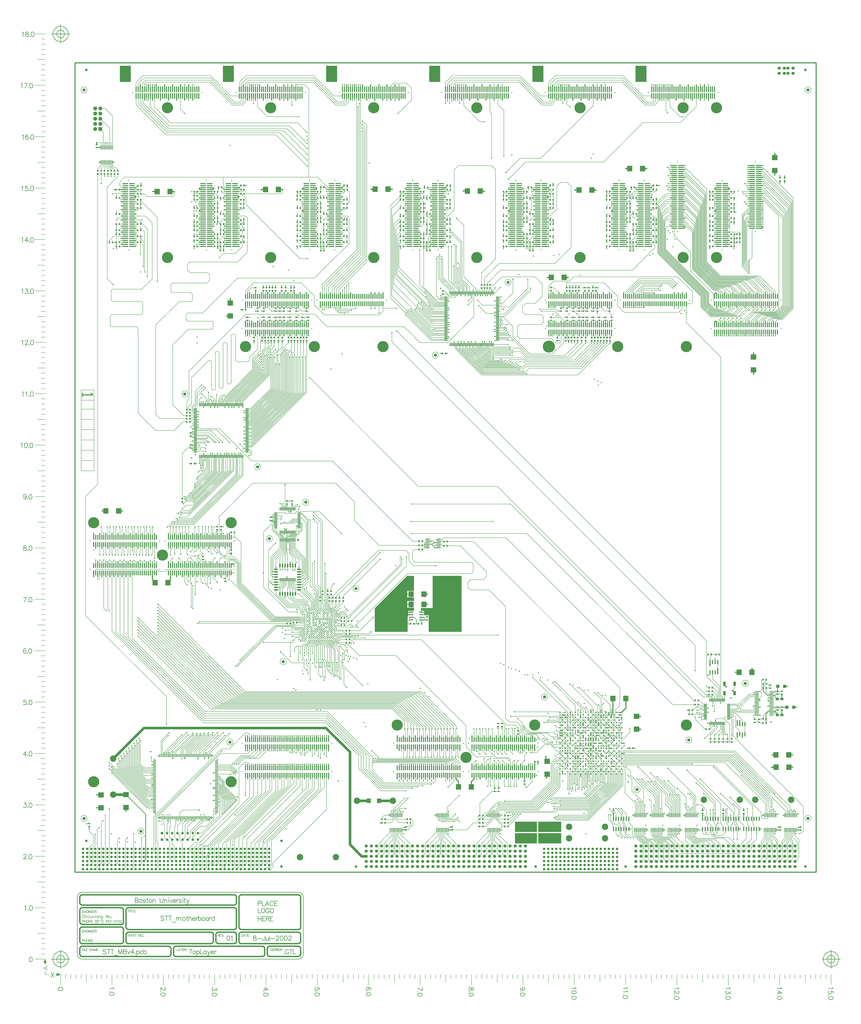
<source format=gtl>
%FSLAX24Y24*%
%MOIN*%
G70*
G01*
G75*
%ADD10C,0.0080*%
%ADD11C,0.0600*%
%ADD12R,0.1063X0.0236*%
%ADD13C,0.0270*%
%ADD14R,0.0157X0.0591*%
%ADD15R,0.0240X0.0800*%
%ADD16R,0.0118X0.0591*%
%ADD17R,0.0354X0.0315*%
%ADD18R,0.0315X0.0354*%
%ADD19R,0.0118X0.0591*%
%ADD20C,0.0280*%
%ADD21R,0.0591X0.0118*%
%ADD22R,0.0591X0.0118*%
%ADD23C,0.0280*%
%ADD24R,0.0787X0.0157*%
%ADD25R,0.0787X0.0157*%
%ADD26R,0.0800X0.0850*%
%ADD27R,0.0800X0.0240*%
%ADD28R,0.0512X0.0827*%
%ADD29R,0.0600X0.0600*%
%ADD30R,0.0600X0.0500*%
%ADD31R,0.2165X0.3150*%
%ADD32R,0.0157X0.0787*%
%ADD33R,0.0157X0.0787*%
%ADD34R,0.0236X0.0945*%
%ADD35R,0.0236X0.0945*%
%ADD36R,0.0236X0.1063*%
%ADD37R,0.1004X0.1063*%
%ADD38R,0.1063X0.1004*%
%ADD39R,0.0591X0.0157*%
%ADD40R,0.0591X0.0157*%
%ADD41R,0.0157X0.0591*%
%ADD42O,0.0800X0.0240*%
%ADD43O,0.0240X0.0800*%
%ADD44C,0.0394*%
%ADD45C,0.0157*%
%ADD46C,0.0060*%
%ADD47C,0.0120*%
%ADD48C,0.0240*%
%ADD49C,0.0100*%
%ADD50C,0.0200*%
%ADD51C,0.0500*%
%ADD52C,0.0150*%
%ADD53C,0.0090*%
%ADD54R,0.4500X0.2000*%
%ADD55R,0.4250X0.2000*%
%ADD56R,0.4250X0.2000*%
%ADD57R,0.4500X0.2000*%
%ADD58C,0.0250*%
%ADD59C,0.0050*%
%ADD60C,0.0200*%
%ADD61C,0.0500*%
%ADD62C,0.1250*%
%ADD63C,0.2165*%
%ADD64C,0.2165*%
%ADD65C,0.0750*%
%ADD66R,0.0750X0.0750*%
%ADD67C,0.2362*%
%ADD68R,0.0500X0.0500*%
%ADD69C,0.0240*%
%ADD70C,0.0230*%
D10*
X164080Y70758D02*
X164072Y70856D01*
X164048Y70953D01*
X164008Y71043D01*
X163954Y71126D01*
X163887Y71199D01*
X163808Y71260D01*
X163721Y71307D01*
X163628Y71339D01*
X163530Y71356D01*
X163431D01*
X163333Y71339D01*
X163239Y71307D01*
X163152Y71260D01*
X163074Y71199D01*
X163007Y71126D01*
X162953Y71043D01*
X162913Y70953D01*
X162888Y70856D01*
X162880Y70758D01*
X162888Y70659D01*
X162913Y70563D01*
X162953Y70472D01*
X163007Y70389D01*
X163074Y70316D01*
X163152Y70255D01*
X163239Y70208D01*
X163333Y70176D01*
X163431Y70160D01*
X163530D01*
X163628Y70176D01*
X163721Y70208D01*
X163808Y70255D01*
X163887Y70316D01*
X163954Y70389D01*
X164008Y70472D01*
X164048Y70563D01*
X164072Y70659D01*
X164080Y70758D01*
X153057Y59734D02*
X153048Y59833D01*
X153024Y59929D01*
X152984Y60020D01*
X152930Y60103D01*
X152863Y60176D01*
X152785Y60236D01*
X152698Y60284D01*
X152604Y60316D01*
X152506Y60332D01*
X152407D01*
X152309Y60316D01*
X152216Y60284D01*
X152129Y60236D01*
X152050Y60176D01*
X151983Y60103D01*
X151929Y60020D01*
X151889Y59929D01*
X151865Y59833D01*
X151857Y59734D01*
X151865Y59635D01*
X151889Y59539D01*
X151929Y59449D01*
X151983Y59366D01*
X152050Y59293D01*
X152129Y59232D01*
X152216Y59185D01*
X152309Y59152D01*
X152407Y59136D01*
X152506D01*
X152604Y59152D01*
X152698Y59185D01*
X152785Y59232D01*
X152863Y59293D01*
X152930Y59366D01*
X152984Y59449D01*
X153024Y59539D01*
X153048Y59635D01*
X153057Y59734D01*
X125004Y68108D02*
X124995Y68207D01*
X124971Y68303D01*
X124931Y68394D01*
X124877Y68477D01*
X124810Y68550D01*
X124732Y68610D01*
X124645Y68658D01*
X124551Y68690D01*
X124453Y68706D01*
X124354D01*
X124256Y68690D01*
X124163Y68658D01*
X124075Y68610D01*
X123997Y68550D01*
X123930Y68477D01*
X123876Y68394D01*
X123836Y68303D01*
X123812Y68207D01*
X123804Y68108D01*
X123812Y68009D01*
X123836Y67913D01*
X123876Y67823D01*
X123930Y67740D01*
X123997Y67667D01*
X124075Y67606D01*
X124163Y67559D01*
X124256Y67526D01*
X124354Y67510D01*
X124453D01*
X124551Y67526D01*
X124645Y67559D01*
X124732Y67606D01*
X124810Y67667D01*
X124877Y67740D01*
X124931Y67823D01*
X124971Y67913D01*
X124995Y68009D01*
X125004Y68108D01*
X143004Y50108D02*
X142995Y50207D01*
X142971Y50303D01*
X142931Y50394D01*
X142877Y50477D01*
X142810Y50550D01*
X142732Y50610D01*
X142645Y50658D01*
X142551Y50690D01*
X142453Y50706D01*
X142354D01*
X142256Y50690D01*
X142163Y50658D01*
X142075Y50610D01*
X141997Y50550D01*
X141930Y50477D01*
X141876Y50394D01*
X141836Y50303D01*
X141812Y50207D01*
X141804Y50108D01*
X141812Y50009D01*
X141836Y49913D01*
X141876Y49823D01*
X141930Y49740D01*
X141997Y49667D01*
X142075Y49606D01*
X142163Y49559D01*
X142256Y49526D01*
X142354Y49510D01*
X142453D01*
X142551Y49526D01*
X142645Y49559D01*
X142732Y49606D01*
X142810Y49667D01*
X142877Y49740D01*
X142931Y49823D01*
X142971Y49913D01*
X142995Y50009D01*
X143004Y50108D01*
X88273Y89163D02*
X88265Y89262D01*
X88241Y89358D01*
X88201Y89449D01*
X88147Y89532D01*
X88080Y89605D01*
X88001Y89666D01*
X87914Y89713D01*
X87821Y89745D01*
X87723Y89761D01*
X87624D01*
X87526Y89745D01*
X87432Y89713D01*
X87345Y89666D01*
X87267Y89605D01*
X87200Y89532D01*
X87146Y89449D01*
X87106Y89358D01*
X87081Y89262D01*
X87073Y89163D01*
X87081Y89064D01*
X87106Y88968D01*
X87146Y88878D01*
X87200Y88795D01*
X87267Y88722D01*
X87345Y88661D01*
X87432Y88614D01*
X87526Y88582D01*
X87624Y88565D01*
X87723D01*
X87821Y88582D01*
X87914Y88614D01*
X88001Y88661D01*
X88080Y88722D01*
X88147Y88795D01*
X88201Y88878D01*
X88241Y88968D01*
X88265Y89064D01*
X88273Y89163D01*
X74100Y74990D02*
X74092Y75089D01*
X74067Y75185D01*
X74028Y75276D01*
X73973Y75359D01*
X73906Y75431D01*
X73828Y75492D01*
X73741Y75539D01*
X73647Y75572D01*
X73550Y75588D01*
X73450D01*
X73353Y75572D01*
X73259Y75539D01*
X73172Y75492D01*
X73094Y75431D01*
X73027Y75359D01*
X72972Y75276D01*
X72933Y75185D01*
X72908Y75089D01*
X72900Y74990D01*
X72908Y74891D01*
X72933Y74795D01*
X72972Y74704D01*
X73027Y74621D01*
X73094Y74549D01*
X73172Y74488D01*
X73259Y74441D01*
X73353Y74408D01*
X73450Y74392D01*
X73550D01*
X73647Y74408D01*
X73741Y74441D01*
X73828Y74488D01*
X73906Y74549D01*
X73973Y74621D01*
X74028Y74704D01*
X74067Y74795D01*
X74092Y74891D01*
X74100Y74990D01*
X78490Y105994D02*
X78482Y106093D01*
X78457Y106189D01*
X78417Y106279D01*
X78363Y106362D01*
X78296Y106435D01*
X78218Y106496D01*
X78131Y106543D01*
X78037Y106576D01*
X77939Y106592D01*
X77840D01*
X77742Y106576D01*
X77649Y106543D01*
X77562Y106496D01*
X77483Y106435D01*
X77416Y106362D01*
X77362Y106279D01*
X77322Y106189D01*
X77298Y106093D01*
X77290Y105994D01*
X77298Y105895D01*
X77322Y105799D01*
X77362Y105708D01*
X77416Y105625D01*
X77483Y105553D01*
X77562Y105492D01*
X77649Y105444D01*
X77742Y105412D01*
X77840Y105396D01*
X77939D01*
X78037Y105412D01*
X78131Y105444D01*
X78218Y105492D01*
X78296Y105553D01*
X78363Y105625D01*
X78417Y105708D01*
X78457Y105799D01*
X78482Y105895D01*
X78490Y105994D01*
X71403Y98907D02*
X71395Y99006D01*
X71371Y99102D01*
X71331Y99193D01*
X71277Y99276D01*
X71210Y99349D01*
X71131Y99410D01*
X71044Y99457D01*
X70950Y99489D01*
X70853Y99505D01*
X70754D01*
X70656Y99489D01*
X70562Y99457D01*
X70475Y99410D01*
X70397Y99349D01*
X70330Y99276D01*
X70275Y99193D01*
X70236Y99102D01*
X70211Y99006D01*
X70203Y98907D01*
X70211Y98809D01*
X70236Y98713D01*
X70275Y98622D01*
X70330Y98539D01*
X70397Y98466D01*
X70475Y98405D01*
X70562Y98358D01*
X70656Y98326D01*
X70754Y98309D01*
X70853D01*
X70950Y98326D01*
X71044Y98358D01*
X71131Y98405D01*
X71210Y98466D01*
X71277Y98539D01*
X71331Y98622D01*
X71371Y98713D01*
X71395Y98809D01*
X71403Y98907D01*
X46409Y41988D02*
X46401Y42087D01*
X46377Y42183D01*
X46337Y42274D01*
X46283Y42357D01*
X46215Y42429D01*
X46137Y42490D01*
X46050Y42537D01*
X45956Y42570D01*
X45859Y42586D01*
X45760D01*
X45662Y42570D01*
X45568Y42537D01*
X45481Y42490D01*
X45403Y42429D01*
X45336Y42357D01*
X45281Y42274D01*
X45242Y42183D01*
X45217Y42087D01*
X45209Y41988D01*
X45217Y41889D01*
X45242Y41793D01*
X45281Y41702D01*
X45336Y41620D01*
X45403Y41547D01*
X45481Y41486D01*
X45568Y41439D01*
X45662Y41406D01*
X45760Y41390D01*
X45859D01*
X45956Y41406D01*
X46050Y41439D01*
X46137Y41486D01*
X46215Y41547D01*
X46283Y41620D01*
X46337Y41702D01*
X46377Y41793D01*
X46401Y41889D01*
X46409Y41988D01*
X63732Y59311D02*
X63724Y59410D01*
X63699Y59506D01*
X63660Y59596D01*
X63605Y59679D01*
X63538Y59752D01*
X63460Y59813D01*
X63373Y59860D01*
X63279Y59893D01*
X63181Y59909D01*
X63082D01*
X62985Y59893D01*
X62891Y59860D01*
X62804Y59813D01*
X62726Y59752D01*
X62658Y59679D01*
X62604Y59596D01*
X62564Y59506D01*
X62540Y59410D01*
X62532Y59311D01*
X62540Y59212D01*
X62564Y59116D01*
X62604Y59025D01*
X62658Y58942D01*
X62726Y58869D01*
X62804Y58809D01*
X62891Y58761D01*
X62985Y58729D01*
X63082Y58713D01*
X63181D01*
X63279Y58729D01*
X63373Y58761D01*
X63460Y58809D01*
X63538Y58869D01*
X63605Y58942D01*
X63660Y59025D01*
X63699Y59116D01*
X63724Y59212D01*
X63732Y59311D01*
X54946Y127057D02*
X54938Y127156D01*
X54914Y127252D01*
X54874Y127342D01*
X54820Y127425D01*
X54753Y127498D01*
X54675Y127559D01*
X54587Y127606D01*
X54494Y127639D01*
X54396Y127655D01*
X54297D01*
X54199Y127639D01*
X54105Y127606D01*
X54018Y127559D01*
X53940Y127498D01*
X53873Y127425D01*
X53819Y127342D01*
X53779Y127252D01*
X53755Y127156D01*
X53746Y127057D01*
X53755Y126958D01*
X53779Y126862D01*
X53819Y126771D01*
X53873Y126688D01*
X53940Y126615D01*
X54018Y126555D01*
X54105Y126507D01*
X54199Y126475D01*
X54297Y126459D01*
X54396D01*
X54494Y126475D01*
X54587Y126507D01*
X54675Y126555D01*
X54753Y126615D01*
X54820Y126688D01*
X54874Y126771D01*
X54914Y126862D01*
X54938Y126958D01*
X54946Y127057D01*
X69120Y112884D02*
X69111Y112982D01*
X69087Y113079D01*
X69047Y113169D01*
X68993Y113252D01*
X68926Y113325D01*
X68848Y113386D01*
X68761Y113433D01*
X68667Y113465D01*
X68569Y113482D01*
X68470D01*
X68372Y113465D01*
X68279Y113433D01*
X68192Y113386D01*
X68113Y113325D01*
X68046Y113252D01*
X67992Y113169D01*
X67952Y113079D01*
X67928Y112982D01*
X67920Y112884D01*
X67928Y112785D01*
X67952Y112689D01*
X67992Y112598D01*
X68046Y112515D01*
X68113Y112442D01*
X68192Y112381D01*
X68279Y112334D01*
X68372Y112302D01*
X68470Y112286D01*
X68569D01*
X68667Y112302D01*
X68761Y112334D01*
X68848Y112381D01*
X68926Y112442D01*
X68993Y112515D01*
X69047Y112598D01*
X69087Y112689D01*
X69111Y112785D01*
X69120Y112884D01*
X117899Y148785D02*
X117891Y148884D01*
X117867Y148980D01*
X117827Y149071D01*
X117773Y149154D01*
X117706Y149227D01*
X117627Y149288D01*
X117540Y149335D01*
X117446Y149367D01*
X117349Y149383D01*
X117250D01*
X117152Y149367D01*
X117058Y149335D01*
X116971Y149288D01*
X116893Y149227D01*
X116826Y149154D01*
X116772Y149071D01*
X116732Y148980D01*
X116707Y148884D01*
X116699Y148785D01*
X116707Y148687D01*
X116732Y148590D01*
X116772Y148500D01*
X116826Y148417D01*
X116893Y148344D01*
X116971Y148283D01*
X117058Y148236D01*
X117152Y148204D01*
X117250Y148187D01*
X117349D01*
X117446Y148204D01*
X117540Y148236D01*
X117627Y148283D01*
X117706Y148344D01*
X117773Y148417D01*
X117827Y148500D01*
X117867Y148590D01*
X117891Y148687D01*
X117899Y148785D01*
X103726Y134612D02*
X103718Y134711D01*
X103693Y134807D01*
X103654Y134898D01*
X103599Y134981D01*
X103532Y135053D01*
X103454Y135114D01*
X103367Y135162D01*
X103273Y135194D01*
X103176Y135210D01*
X103076D01*
X102979Y135194D01*
X102885Y135162D01*
X102798Y135114D01*
X102720Y135053D01*
X102652Y134981D01*
X102598Y134898D01*
X102558Y134807D01*
X102534Y134711D01*
X102526Y134612D01*
X102534Y134513D01*
X102558Y134417D01*
X102598Y134326D01*
X102652Y134244D01*
X102720Y134171D01*
X102798Y134110D01*
X102885Y134063D01*
X102979Y134030D01*
X103076Y134014D01*
X103176D01*
X103273Y134030D01*
X103367Y134063D01*
X103454Y134110D01*
X103532Y134171D01*
X103599Y134244D01*
X103654Y134326D01*
X103693Y134417D01*
X103718Y134513D01*
X103726Y134612D01*
X176265Y186210D02*
X176257Y186309D01*
X176233Y186405D01*
X176193Y186496D01*
X176139Y186579D01*
X176072Y186652D01*
X175994Y186713D01*
X175906Y186760D01*
X175813Y186792D01*
X175715Y186808D01*
X175616D01*
X175518Y186792D01*
X175424Y186760D01*
X175337Y186713D01*
X175259Y186652D01*
X175192Y186579D01*
X175138Y186496D01*
X175098Y186405D01*
X175074Y186309D01*
X175065Y186210D01*
X175074Y186112D01*
X175098Y186016D01*
X175138Y185925D01*
X175192Y185842D01*
X175259Y185769D01*
X175337Y185708D01*
X175424Y185661D01*
X175518Y185629D01*
X175616Y185613D01*
X175715D01*
X175813Y185629D01*
X175906Y185661D01*
X175994Y185708D01*
X176072Y185769D01*
X176139Y185842D01*
X176193Y185925D01*
X176233Y186016D01*
X176257Y186112D01*
X176265Y186210D01*
X35320D02*
X35312Y186309D01*
X35288Y186405D01*
X35248Y186496D01*
X35194Y186579D01*
X35127Y186652D01*
X35049Y186713D01*
X34961Y186760D01*
X34868Y186792D01*
X34770Y186808D01*
X34671D01*
X34573Y186792D01*
X34479Y186760D01*
X34392Y186713D01*
X34314Y186652D01*
X34247Y186579D01*
X34193Y186496D01*
X34153Y186405D01*
X34129Y186309D01*
X34120Y186210D01*
X34129Y186112D01*
X34153Y186016D01*
X34193Y185925D01*
X34247Y185842D01*
X34314Y185769D01*
X34392Y185708D01*
X34479Y185661D01*
X34573Y185629D01*
X34671Y185613D01*
X34770D01*
X34868Y185629D01*
X34961Y185661D01*
X35049Y185708D01*
X35127Y185769D01*
X35194Y185842D01*
X35248Y185925D01*
X35288Y186016D01*
X35312Y186112D01*
X35320Y186210D01*
Y44478D02*
X35312Y44577D01*
X35288Y44673D01*
X35248Y44764D01*
X35194Y44847D01*
X35127Y44920D01*
X35049Y44980D01*
X34961Y45028D01*
X34868Y45060D01*
X34770Y45076D01*
X34671D01*
X34573Y45060D01*
X34479Y45028D01*
X34392Y44980D01*
X34314Y44920D01*
X34247Y44847D01*
X34193Y44764D01*
X34153Y44673D01*
X34129Y44577D01*
X34120Y44478D01*
X34129Y44379D01*
X34153Y44283D01*
X34193Y44193D01*
X34247Y44110D01*
X34314Y44037D01*
X34392Y43976D01*
X34479Y43929D01*
X34573Y43897D01*
X34671Y43880D01*
X34770D01*
X34868Y43897D01*
X34961Y43929D01*
X35049Y43976D01*
X35127Y44037D01*
X35194Y44110D01*
X35248Y44193D01*
X35288Y44283D01*
X35312Y44379D01*
X35320Y44478D01*
X176265D02*
X176257Y44577D01*
X176233Y44673D01*
X176193Y44764D01*
X176139Y44847D01*
X176072Y44920D01*
X175994Y44980D01*
X175906Y45028D01*
X175813Y45060D01*
X175715Y45076D01*
X175616D01*
X175518Y45060D01*
X175424Y45028D01*
X175337Y44980D01*
X175259Y44920D01*
X175192Y44847D01*
X175138Y44764D01*
X175098Y44673D01*
X175074Y44577D01*
X175065Y44478D01*
X175074Y44379D01*
X175098Y44283D01*
X175138Y44193D01*
X175192Y44110D01*
X175259Y44037D01*
X175337Y43976D01*
X175424Y43929D01*
X175518Y43897D01*
X175616Y43880D01*
X175715D01*
X175813Y43897D01*
X175906Y43929D01*
X175994Y43976D01*
X176072Y44037D01*
X176139Y44110D01*
X176193Y44193D01*
X176233Y44283D01*
X176257Y44379D01*
X176265Y44478D01*
X63028Y58021D02*
X66114Y61108D01*
X48304Y44808D02*
X61517Y58021D01*
X63028D01*
X66114Y61108D02*
X66654D01*
X57254Y39758D02*
X64904Y47408D01*
X56204Y39758D02*
X57254D01*
X55404Y38958D02*
X56204Y39758D01*
X57737Y39408D02*
X66965Y48636D01*
X56698Y39408D02*
X57737D01*
X56197Y38907D02*
X56698Y39408D01*
X58820Y39208D02*
X68539Y48927D01*
X56591Y35399D02*
X57378D01*
X57324Y39208D02*
X58820D01*
X56984Y35399D02*
Y38868D01*
X57324Y39208D01*
X59014Y39008D02*
X69327Y49321D01*
X57772Y38829D02*
X57952Y39009D01*
X57954Y39008D02*
X59014D01*
X59354Y38954D02*
X70114Y49714D01*
X58559Y35006D02*
Y37164D01*
X58754Y37358D01*
X59354Y37558D02*
Y38954D01*
X59154Y37358D02*
X59354Y37558D01*
X58754Y37358D02*
X59154D01*
X55404Y38161D02*
X55803Y37762D01*
X55404Y38161D02*
Y38958D01*
X105154Y51797D02*
Y52880D01*
X65252Y34612D02*
X65646Y35006D01*
X36118Y34612D02*
X36906D01*
X70902Y59809D02*
Y60537D01*
X71295Y59809D02*
Y60537D01*
X72083Y59809D02*
Y60518D01*
X72476Y59809D02*
Y60518D01*
X73264Y59809D02*
Y60518D01*
X73657Y59809D02*
Y60518D01*
X74445Y59809D02*
Y60518D01*
X74839Y59809D02*
Y60518D01*
X39268Y35399D02*
X39661Y35793D01*
Y46364D01*
X73657Y57644D02*
Y58392D01*
X38480Y35399D02*
X38874Y35793D01*
Y45025D01*
X73264Y57644D02*
Y58392D01*
X37693Y34612D02*
Y35399D01*
X38087Y35793D01*
Y43667D01*
X38480Y44061D01*
X72476Y57644D02*
Y58392D01*
X35331Y35399D02*
X36118D01*
Y35419D02*
X36512Y35813D01*
X36118Y35399D02*
Y35419D01*
X36906Y34612D02*
X37299Y35006D01*
Y42309D01*
X37693Y42703D01*
X72083Y57644D02*
Y58392D01*
X71295Y57644D02*
Y58392D01*
X70902Y57644D02*
Y58392D01*
X55803Y34612D02*
X56197Y35006D01*
X66654Y57108D02*
X66965Y57419D01*
X70764Y37762D02*
Y37805D01*
X69976Y37762D02*
Y37805D01*
X69189Y36974D02*
Y37018D01*
X68402Y37762D02*
Y37805D01*
X67614Y37762D02*
Y37805D01*
X66827Y37762D02*
Y37805D01*
X66039Y36974D02*
Y37018D01*
X65252Y37762D02*
Y37805D01*
X64465Y37762D02*
Y37805D01*
X63677Y37762D02*
Y37805D01*
X62890Y36974D02*
Y37018D01*
X69976Y34612D02*
X70370Y35006D01*
X69976Y35399D02*
X70370Y35793D01*
X69189Y35399D02*
X69583Y35793D01*
X68402Y34612D02*
X68795Y35006D01*
X67614Y34612D02*
X68008Y35006D01*
X66827Y34612D02*
X67220Y35006D01*
X66039Y35399D02*
X66433Y35793D01*
X64465Y34612D02*
X64898Y35045D01*
X63677Y34612D02*
X64071Y35006D01*
X62890Y35399D02*
X63283Y35793D01*
X62102Y35399D02*
X62496Y35793D01*
X62102Y34612D02*
Y35399D01*
X61315Y34612D02*
X61709Y35006D01*
X60528Y34612D02*
X61315D01*
X60528Y35399D02*
X60921Y35793D01*
X59740Y35399D02*
X60528D01*
X59937Y35793D02*
X60134Y35990D01*
X59346Y35793D02*
X59937D01*
X58953Y35399D02*
X59346Y35793D01*
X58953Y34612D02*
Y35399D01*
X58165Y34612D02*
X58559Y35006D01*
X57378Y34612D02*
X57772Y35006D01*
X60134Y39297D02*
X70902Y50065D01*
Y52880D01*
X60134Y35990D02*
Y39297D01*
X60921Y39651D02*
X71295Y50025D01*
Y52880D01*
X60921Y35793D02*
Y39651D01*
X61709Y39494D02*
X72083Y49868D01*
Y52880D01*
X61709Y35006D02*
Y39494D01*
X66965Y57419D02*
Y58392D01*
Y59809D02*
Y60797D01*
X66654Y61108D02*
X66965Y60797D01*
X81925Y54297D02*
Y55025D01*
X81531Y54297D02*
Y55025D01*
X80744Y54297D02*
Y55025D01*
X80350Y54297D02*
Y55025D01*
X79563Y54297D02*
Y55025D01*
X79169Y54297D02*
Y55025D01*
X78382Y54297D02*
Y55025D01*
X77988Y54297D02*
Y55025D01*
X77201Y54297D02*
Y55025D01*
X76807Y54297D02*
Y55025D01*
X76020Y54297D02*
Y55025D01*
X75626Y54297D02*
Y55025D01*
X74839Y54297D02*
Y55025D01*
X74445Y54297D02*
Y55025D01*
X73657Y54297D02*
Y55025D01*
X73264Y54297D02*
Y55025D01*
X72476Y54986D02*
X72496Y55006D01*
X72476Y54297D02*
Y54986D01*
X72083Y54297D02*
Y54986D01*
X71295Y54297D02*
Y54986D01*
X70902Y54297D02*
Y54986D01*
X70114Y54297D02*
Y54986D01*
X69327Y54297D02*
Y54986D01*
X68539Y54297D02*
Y54986D01*
X67752Y54297D02*
Y54986D01*
X66177Y54297D02*
Y55025D01*
X81925Y56561D02*
Y58392D01*
Y59809D02*
Y60537D01*
X81531Y56955D02*
Y58392D01*
Y59809D02*
Y60537D01*
X80744Y56167D02*
Y58392D01*
X45961Y35793D02*
Y40695D01*
X45567Y35399D02*
X45961Y35793D01*
X80744Y59809D02*
Y60537D01*
X80350Y58392D02*
X80350Y56600D01*
X80350Y59809D02*
Y60537D01*
X79563Y57053D02*
Y58392D01*
Y59809D02*
Y60537D01*
X79169Y56718D02*
Y58392D01*
X44386Y35006D02*
Y41521D01*
X43992Y34612D02*
X44386Y35006D01*
X79169Y59809D02*
Y60537D01*
X78382Y57506D02*
Y58392D01*
X77594Y56718D02*
X78382Y57506D01*
Y59809D02*
Y60537D01*
X77988Y57525D02*
Y58392D01*
X77594Y57132D02*
X77988Y57525D01*
X42811Y40281D02*
X43205Y40675D01*
X42811Y35006D02*
Y40281D01*
X42417Y34612D02*
X42811Y35006D01*
X77988Y59809D02*
Y60537D01*
X77201Y57132D02*
Y58392D01*
Y59809D02*
Y60537D01*
X77201Y57132D02*
X77201D01*
X76942Y56873D02*
X77201Y57132D01*
X76807Y57270D02*
Y58392D01*
Y59809D02*
Y60537D01*
X76020Y57270D02*
Y58392D01*
X41236Y40242D02*
X41630Y40636D01*
X41236Y35793D02*
Y40242D01*
X40843Y35399D02*
X41236Y35793D01*
X76020Y59809D02*
Y60537D01*
X75626Y57644D02*
Y58392D01*
X75232Y57250D02*
X75626Y57644D01*
Y59809D02*
Y60537D01*
X74839Y58392D02*
X74839Y57329D01*
X74445Y57644D02*
Y58392D01*
X38579Y85384D02*
Y92250D01*
Y85384D02*
X39051Y84911D01*
X39366Y85147D02*
X39681Y84833D01*
X39366Y85147D02*
Y92250D01*
X57772Y35006D02*
Y38829D01*
X56197Y35006D02*
Y38907D01*
X70996Y35006D02*
X71217Y35226D01*
X70370Y35006D02*
X70996D01*
X71114Y34612D02*
X71492Y34990D01*
X70764Y34612D02*
X71114D01*
X62496Y39892D02*
X72476Y49872D01*
Y52880D01*
X62496Y35793D02*
Y39892D01*
X63283Y40325D02*
X73264Y50305D01*
Y52880D01*
X63283Y35793D02*
Y40325D01*
X63736Y39242D02*
Y40423D01*
X73657Y50344D01*
Y52880D01*
X64071Y40403D02*
X74445Y50777D01*
Y52880D01*
X64071Y35006D02*
Y40403D01*
X64898Y40915D02*
X74839Y50856D01*
Y52880D01*
X64898Y35045D02*
Y40915D01*
X65646Y41309D02*
X75626Y51289D01*
Y52880D01*
X65646Y35006D02*
Y41309D01*
X76807Y50777D02*
Y52880D01*
X77201Y50069D02*
Y52880D01*
X78382Y49872D02*
Y52880D01*
X79169Y50226D02*
Y52880D01*
X80350Y50147D02*
Y52880D01*
X80744Y50108D02*
Y52880D01*
X81531Y50502D02*
Y52880D01*
X71217Y40187D02*
X81531Y50502D01*
X71217Y35226D02*
Y40187D01*
X71492Y35817D02*
X81925Y46250D01*
Y52880D01*
X71492Y34990D02*
Y35817D01*
X36906Y39242D02*
Y41344D01*
X36512Y35813D02*
Y38848D01*
X36906Y39242D01*
X79563Y50147D02*
Y52880D01*
X66433Y40403D02*
X76807Y50777D01*
X66433Y35793D02*
Y40403D01*
X77988Y50344D02*
Y52880D01*
X68008Y35006D02*
Y39498D01*
X78382Y49872D01*
X68795Y35006D02*
Y39852D01*
X79169Y50226D01*
X69602Y39857D02*
X69604Y39858D01*
Y40188D01*
X79563Y50147D01*
X69583Y35793D02*
Y39380D01*
X80350Y50147D01*
X70370Y35793D02*
Y39734D01*
X80744Y50108D01*
X67220Y35006D02*
Y39577D01*
X77988Y50344D01*
X65941Y40856D02*
X76020Y50935D01*
Y52880D01*
X70114Y49714D02*
Y52880D01*
X69327Y49321D02*
Y52880D01*
X68539Y48927D02*
Y52880D01*
X64091Y45145D02*
X67752Y48807D01*
Y52880D01*
X66965Y48636D02*
Y52880D01*
X66177Y48932D02*
Y52880D01*
X48904Y39858D02*
X49104Y39658D01*
Y34999D02*
Y39658D01*
X48717Y34612D02*
X49104Y34999D01*
X48304Y38175D02*
X48717Y37762D01*
Y38549D02*
Y39495D01*
X48604Y39608D02*
X48717Y39495D01*
X48304Y38175D02*
Y44808D01*
X48904Y39858D02*
Y44658D01*
X61354Y57108D02*
X66654D01*
X48904Y44658D02*
X61354Y57108D01*
X67752Y57457D02*
Y58392D01*
X67004Y56708D02*
X67752Y57457D01*
X65254Y56708D02*
X67004D01*
X63604Y55058D02*
X65254Y56708D01*
X68539Y57494D02*
Y58392D01*
X67554Y56508D02*
X68539Y57494D01*
X65454Y56508D02*
X67554D01*
X64004Y55058D02*
X65454Y56508D01*
X69327Y57481D02*
Y58392D01*
X68154Y56308D02*
X69327Y57481D01*
X65654Y56308D02*
X68154D01*
X64404Y55058D02*
X65654Y56308D01*
X70114Y57469D02*
Y58392D01*
X68754Y56108D02*
X70114Y57469D01*
X65854Y56108D02*
X68754D01*
X64804Y55058D02*
X65854Y56108D01*
X65904Y55358D02*
X66665D01*
X64904Y47408D02*
Y54358D01*
X65904Y55358D01*
X66965Y54297D02*
Y55058D01*
X66665Y55358D02*
X66965Y55058D01*
X66177Y59809D02*
Y60541D01*
X67752Y59809D02*
Y60541D01*
X68539Y59809D02*
Y60541D01*
X69327Y59809D02*
Y60541D01*
X70114Y59809D02*
Y60541D01*
X66177Y57667D02*
Y58392D01*
X48604Y39608D02*
Y44708D01*
X61554Y57658D01*
X25154Y127108D02*
X27154D01*
X26404Y126108D02*
X27154D01*
X26404Y125108D02*
X27154D01*
X26404Y124108D02*
X27154D01*
X26404Y123108D02*
X27154D01*
X25654Y122108D02*
X27154D01*
X26404Y121108D02*
X27154D01*
X26404Y120108D02*
X27154D01*
X26404Y119108D02*
X27154D01*
X26404Y118108D02*
X27154D01*
X25154Y117108D02*
X27154D01*
X26404Y116108D02*
X27154D01*
X26404Y115108D02*
X27154D01*
X26404Y114108D02*
X27154D01*
X26404Y113108D02*
X27154D01*
X25654Y112108D02*
X27154D01*
X26404Y111108D02*
X27154D01*
X26404Y110108D02*
X27154D01*
X26404Y109108D02*
X27154D01*
X26404Y108108D02*
X27154D01*
X25154Y107108D02*
X27154D01*
X26404Y106108D02*
X27154D01*
X26404Y105108D02*
X27154D01*
X26404Y104108D02*
X27154D01*
X26404Y103108D02*
X27154D01*
X25654Y102108D02*
X27154D01*
X26404Y101108D02*
X27154D01*
X26404Y100108D02*
X27154D01*
X26404Y99108D02*
X27154D01*
X26404Y98108D02*
X27154D01*
X25154Y97108D02*
X27154D01*
X26404Y96108D02*
X27154D01*
X26404Y95108D02*
X27154D01*
X26404Y94108D02*
X27154D01*
X26404Y93108D02*
X27154D01*
X25654Y92108D02*
X27154D01*
X26404Y91108D02*
X27154D01*
X26404Y90108D02*
X27154D01*
X26404Y89108D02*
X27154D01*
X26404Y88108D02*
X27154D01*
X25154Y87108D02*
X27154D01*
X26404Y86108D02*
X27154D01*
X26404Y85108D02*
X27154D01*
X26404Y84108D02*
X27154D01*
X26404Y83108D02*
X27154D01*
X25654Y82108D02*
X27154D01*
X26404Y81108D02*
X27154D01*
X26404Y80108D02*
X27154D01*
X26404Y79108D02*
X27154D01*
X26404Y78108D02*
X27154D01*
X25154Y77108D02*
X27154D01*
X26404Y76108D02*
X27154D01*
X26404Y75108D02*
X27154D01*
X26404Y74108D02*
X27154D01*
X26404Y73108D02*
X27154D01*
X25654Y72108D02*
X27154D01*
X26404Y71108D02*
X27154D01*
X26404Y70108D02*
X27154D01*
X26404Y69108D02*
X27154D01*
X26404Y68108D02*
X27154D01*
X25154Y67108D02*
X27154D01*
X26404Y66108D02*
X27154D01*
X26404Y65108D02*
X27154D01*
X26404Y64108D02*
X27154D01*
X26404Y63108D02*
X27154D01*
X25654Y62108D02*
X27154D01*
X26404Y61108D02*
X27154D01*
X26404Y60108D02*
X27154D01*
X26404Y59108D02*
X27154D01*
X26404Y58108D02*
X27154D01*
X25154Y57108D02*
X27154D01*
X26404Y56108D02*
X27154D01*
X26404Y55108D02*
X27154D01*
X26404Y54108D02*
X27154D01*
X26404Y53108D02*
X27154D01*
X25654Y52108D02*
X27154D01*
X26404Y51108D02*
X27154D01*
X26404Y50108D02*
X27154D01*
X26404Y49108D02*
X27154D01*
X26404Y48108D02*
X27154D01*
X25154Y47108D02*
X27154D01*
X26404Y46108D02*
X27154D01*
X26404Y45108D02*
X27154D01*
X26404Y44108D02*
X27154D01*
X26404Y43108D02*
X27154D01*
X25654Y42108D02*
X27154D01*
X26404Y41108D02*
X27154D01*
X26404Y40108D02*
X27154D01*
X26404Y39108D02*
X27154D01*
X26404Y38108D02*
X27154D01*
X25154Y37108D02*
X27154D01*
X26404Y36108D02*
X27154D01*
X26404Y35108D02*
X27154D01*
X26404Y34108D02*
X27154D01*
X26404Y33108D02*
X27154D01*
X25654Y32108D02*
X27154D01*
X26404Y31108D02*
X27154D01*
X26404Y30108D02*
X27154D01*
X26404Y29108D02*
X27154D01*
X26404Y28108D02*
X27154D01*
X25154Y27108D02*
X27154D01*
X26404Y26108D02*
X27154D01*
X26404Y25108D02*
X27154D01*
X26404Y24108D02*
X27154D01*
X26404Y23108D02*
X27154D01*
X25654Y22108D02*
X27154D01*
X26404Y21108D02*
X27154D01*
X26404Y20108D02*
X27154D01*
X26404Y19108D02*
X27154D01*
X26404Y18108D02*
X27154D01*
X25154Y17108D02*
X27154D01*
X29154Y14108D02*
X29404D01*
X27109Y16508D02*
X27199D01*
X26959Y16403D02*
X27349D01*
X27059Y16473D02*
X27249D01*
X27009Y16438D02*
X27299D01*
X26904Y16358D02*
X27404D01*
X27154Y14108D02*
X27904D01*
X180154Y12108D02*
Y14108D01*
X179154Y13358D02*
Y14108D01*
X178154Y13358D02*
Y14108D01*
X177154Y13358D02*
Y14108D01*
X176154Y13358D02*
Y14108D01*
X175154Y12608D02*
Y14108D01*
X174154Y13358D02*
Y14108D01*
X173154Y13358D02*
Y14108D01*
X172154Y13358D02*
Y14108D01*
X171154Y13358D02*
Y14108D01*
X170154Y12108D02*
Y14108D01*
X169154Y13358D02*
Y14108D01*
X168154Y13358D02*
Y14108D01*
X167154Y13358D02*
Y14108D01*
X166154Y13358D02*
Y14108D01*
X165154Y12608D02*
Y14108D01*
X164154Y13358D02*
Y14108D01*
X163154Y13358D02*
Y14108D01*
X162154Y13358D02*
Y14108D01*
X161154Y13358D02*
Y14108D01*
X160154Y12108D02*
Y14108D01*
X159154Y13358D02*
Y14108D01*
X158154Y13358D02*
Y14108D01*
X157154Y13358D02*
Y14108D01*
X156154Y13358D02*
Y14108D01*
X155154Y12608D02*
Y14108D01*
X154154Y13358D02*
Y14108D01*
X153154Y13358D02*
Y14108D01*
X152154Y13358D02*
Y14108D01*
X151154Y13358D02*
Y14108D01*
X150154Y12108D02*
Y14108D01*
X149154Y13358D02*
Y14108D01*
X148154Y13358D02*
Y14108D01*
X147154Y13358D02*
Y14108D01*
X146154Y13358D02*
Y14108D01*
X145154Y12608D02*
Y14108D01*
X144154Y13358D02*
Y14108D01*
X143154Y13358D02*
Y14108D01*
X142154Y13358D02*
Y14108D01*
X141154Y13358D02*
Y14108D01*
X140154Y12108D02*
Y14108D01*
X139154Y13358D02*
Y14108D01*
X138154Y13358D02*
Y14108D01*
X137154Y13358D02*
Y14108D01*
X136154Y13358D02*
Y14108D01*
X135154Y12608D02*
Y14108D01*
X134154Y13358D02*
Y14108D01*
X133154Y13358D02*
Y14108D01*
X132154Y13358D02*
Y14108D01*
X131154Y13358D02*
Y14108D01*
X130154Y12108D02*
Y14108D01*
X129154Y13358D02*
Y14108D01*
X128154Y13358D02*
Y14108D01*
X127154Y13358D02*
Y14108D01*
X126154Y13358D02*
Y14108D01*
X125154Y12608D02*
Y14108D01*
X124154Y13358D02*
Y14108D01*
X123154Y13358D02*
Y14108D01*
X122154Y13358D02*
Y14108D01*
X121154Y13358D02*
Y14108D01*
X120154Y12108D02*
Y14108D01*
X119154Y13358D02*
Y14108D01*
X118154Y13358D02*
Y14108D01*
X117154Y13358D02*
Y14108D01*
X116154Y13358D02*
Y14108D01*
X115154Y12608D02*
Y14108D01*
X114154Y13358D02*
Y14108D01*
X113154Y13358D02*
Y14108D01*
X112154Y13358D02*
Y14108D01*
X111154Y13358D02*
Y14108D01*
X110154Y12108D02*
Y14108D01*
X109154Y13358D02*
Y14108D01*
X108154Y13358D02*
Y14108D01*
X107154Y13358D02*
Y14108D01*
X106154Y13358D02*
Y14108D01*
X105154Y12608D02*
Y14108D01*
X104154Y13358D02*
Y14108D01*
X103154Y13358D02*
Y14108D01*
X102154Y13358D02*
Y14108D01*
X101154Y13358D02*
Y14108D01*
X100154Y12108D02*
Y14108D01*
X99154Y13358D02*
Y14108D01*
X98154Y13358D02*
Y14108D01*
X97154Y13358D02*
Y14108D01*
X96154Y13358D02*
Y14108D01*
X95154Y12608D02*
Y14108D01*
X94154Y13358D02*
Y14108D01*
X93154Y13358D02*
Y14108D01*
X92154Y13358D02*
Y14108D01*
X91154Y13358D02*
Y14108D01*
X90154Y12108D02*
Y14108D01*
X89154Y13358D02*
Y14108D01*
X88154Y13358D02*
Y14108D01*
X87154Y13358D02*
Y14108D01*
X86154Y13358D02*
Y14108D01*
X85154Y12608D02*
Y14108D01*
X84154Y13358D02*
Y14108D01*
X83154Y13358D02*
Y14108D01*
X82154Y13358D02*
Y14108D01*
X81154Y13358D02*
Y14108D01*
X80154Y12108D02*
Y14108D01*
X79154Y13358D02*
Y14108D01*
X78154Y13358D02*
Y14108D01*
X77154Y13358D02*
Y14108D01*
X76154Y13358D02*
Y14108D01*
X75154Y12608D02*
Y14108D01*
X74154Y13358D02*
Y14108D01*
X73154Y13358D02*
Y14108D01*
X72154Y13358D02*
Y14108D01*
X71154Y13358D02*
Y14108D01*
X70154Y12108D02*
Y14108D01*
X69154Y13358D02*
Y14108D01*
X68154Y13358D02*
Y14108D01*
X67154Y13358D02*
Y14108D01*
X66154Y13358D02*
Y14108D01*
X65154Y12608D02*
Y14108D01*
X64154Y13358D02*
Y14108D01*
X63154Y13358D02*
Y14108D01*
X62154Y13358D02*
Y14108D01*
X61154Y13358D02*
Y14108D01*
X60154Y12108D02*
Y14108D01*
X59154Y13358D02*
Y14108D01*
X58154Y13358D02*
Y14108D01*
X57154Y13358D02*
Y14108D01*
X56154Y13358D02*
Y14108D01*
X55154Y12608D02*
Y14108D01*
X54154Y13358D02*
Y14108D01*
X53154Y13358D02*
Y14108D01*
X52154Y13358D02*
Y14108D01*
X51154Y13358D02*
Y14108D01*
X50154Y12108D02*
Y14108D01*
X49154Y13358D02*
Y14108D01*
X48154Y13358D02*
Y14108D01*
X47154Y13358D02*
Y14108D01*
X46154Y13358D02*
Y14108D01*
X45154Y12608D02*
Y14108D01*
X44154Y13358D02*
Y14108D01*
X43154Y13358D02*
Y14108D01*
X42154Y13358D02*
Y14108D01*
X41154Y13358D02*
Y14108D01*
X40154Y12108D02*
Y14108D01*
X39154Y13358D02*
Y14108D01*
X38154Y13358D02*
Y14108D01*
X37154Y13358D02*
Y14108D01*
X36154Y13358D02*
Y14108D01*
X35154Y12608D02*
Y14108D01*
X34154Y13358D02*
Y14108D01*
X33154Y13358D02*
Y14108D01*
X32154Y13358D02*
Y14108D01*
X31154Y13358D02*
Y14108D01*
X30154Y12108D02*
Y14108D01*
X29554Y14063D02*
Y14153D01*
X29449Y13913D02*
Y14303D01*
X29519Y14013D02*
Y14203D01*
X27154Y16108D02*
Y16358D01*
X29484Y13963D02*
Y14253D01*
X29404Y13858D02*
Y14358D01*
X27154Y14108D02*
Y14858D01*
X29554Y14063D02*
X29684Y14108D01*
X29554Y14153D02*
X29684Y14108D01*
X29449Y13913D02*
X30029Y14108D01*
X29449Y14303D02*
X30029Y14108D01*
X29519Y14013D02*
X29799Y14108D01*
X29519Y14203D02*
X29799Y14108D01*
X27154Y16638D02*
X27199Y16508D01*
X27109D02*
X27154Y16638D01*
Y16983D02*
X27349Y16403D01*
X26959D02*
X27154Y16983D01*
Y16753D02*
X27249Y16473D01*
X27059D02*
X27154Y16753D01*
Y16868D02*
X27299Y16438D01*
X27009D02*
X27154Y16868D01*
X26904Y16358D02*
X27154Y17108D01*
X27404Y16358D01*
X29484Y13963D02*
X29914Y14108D01*
X29484Y14253D02*
X29914Y14108D01*
X29404Y14358D02*
X30154Y14108D01*
X29404Y13858D02*
X30154Y14108D01*
X25154Y197108D02*
X27154D01*
X26404Y196108D02*
X27154D01*
X26404Y195108D02*
X27154D01*
X26404Y194108D02*
X27154D01*
X26404Y193108D02*
X27154D01*
X25654Y192108D02*
X27154D01*
X26404Y191108D02*
X27154D01*
X26404Y190108D02*
X27154D01*
X26404Y189108D02*
X27154D01*
X26404Y188108D02*
X27154D01*
X25154Y187108D02*
X27154D01*
X26404Y186108D02*
X27154D01*
X26404Y185108D02*
X27154D01*
X26404Y184108D02*
X27154D01*
X26404Y183108D02*
X27154D01*
X25654Y182108D02*
X27154D01*
X26404Y181108D02*
X27154D01*
X26404Y180108D02*
X27154D01*
X26404Y179108D02*
X27154D01*
X26404Y178108D02*
X27154D01*
X25154Y177108D02*
X27154D01*
X26404Y176108D02*
X27154D01*
X26404Y175108D02*
X27154D01*
X26404Y174108D02*
X27154D01*
X26404Y173108D02*
X27154D01*
X25654Y172108D02*
X27154D01*
X26404Y171108D02*
X27154D01*
X26404Y170108D02*
X27154D01*
X26404Y169108D02*
X27154D01*
X26404Y168108D02*
X27154D01*
X25154Y167108D02*
X27154D01*
X26404Y166108D02*
X27154D01*
X26404Y165108D02*
X27154D01*
X26404Y164108D02*
X27154D01*
X26404Y163108D02*
X27154D01*
X25654Y162108D02*
X27154D01*
X26404Y161108D02*
X27154D01*
X26404Y160108D02*
X27154D01*
X26404Y159108D02*
X27154D01*
X26404Y158108D02*
X27154D01*
X25154Y157108D02*
X27154D01*
X26404Y156108D02*
X27154D01*
X26404Y155108D02*
X27154D01*
X26404Y154108D02*
X27154D01*
X26404Y153108D02*
X27154D01*
X25654Y152108D02*
X27154D01*
X26404Y151108D02*
X27154D01*
X26404Y150108D02*
X27154D01*
X26404Y149108D02*
X27154D01*
X26404Y148108D02*
X27154D01*
X25154Y147108D02*
X27154D01*
X26404Y146108D02*
X27154D01*
X26404Y145108D02*
X27154D01*
X26404Y144108D02*
X27154D01*
X26404Y143108D02*
X27154D01*
X25654Y142108D02*
X27154D01*
X26404Y141108D02*
X27154D01*
X26404Y140108D02*
X27154D01*
X26404Y139108D02*
X27154D01*
X26404Y138108D02*
X27154D01*
X25154Y137108D02*
X27154D01*
X26404Y136108D02*
X27154D01*
X26404Y135108D02*
X27154D01*
X26404Y134108D02*
X27154D01*
X26404Y133108D02*
X27154D01*
X25654Y132108D02*
X27154D01*
X26404Y131108D02*
X27154D01*
X26404Y130108D02*
X27154D01*
X26404Y129108D02*
X27154D01*
X26404Y128108D02*
X27154D01*
X25154Y127108D02*
X27154D01*
X34803Y25622D02*
X34746Y25679D01*
X34661Y25708D01*
X34546D01*
X34461Y25679D01*
X34404Y25622D01*
Y25565D01*
X34432Y25508D01*
X34461Y25479D01*
X34518Y25451D01*
X34689Y25394D01*
X34746Y25365D01*
X34775Y25337D01*
X34803Y25280D01*
Y25194D01*
X34746Y25137D01*
X34661Y25108D01*
X34546D01*
X34461Y25137D01*
X34404Y25194D01*
X34938Y25708D02*
Y25108D01*
Y25394D02*
X35023Y25479D01*
X35081Y25508D01*
X35166D01*
X35223Y25479D01*
X35252Y25394D01*
Y25108D01*
X35552Y25508D02*
X35495Y25479D01*
X35438Y25422D01*
X35409Y25337D01*
Y25280D01*
X35438Y25194D01*
X35495Y25137D01*
X35552Y25108D01*
X35638D01*
X35695Y25137D01*
X35752Y25194D01*
X35780Y25280D01*
Y25337D01*
X35752Y25422D01*
X35695Y25479D01*
X35638Y25508D01*
X35552D01*
X35912D02*
Y25222D01*
X35940Y25137D01*
X35997Y25108D01*
X36083D01*
X36140Y25137D01*
X36226Y25222D01*
Y25508D02*
Y25108D01*
X36383Y25508D02*
X36697Y25108D01*
Y25508D02*
X36383Y25108D01*
X36880Y25708D02*
X36909Y25679D01*
X36937Y25708D01*
X36909Y25737D01*
X36880Y25708D01*
X36909Y25508D02*
Y25108D01*
X37386Y25508D02*
Y25108D01*
Y25422D02*
X37329Y25479D01*
X37271Y25508D01*
X37186D01*
X37129Y25479D01*
X37072Y25422D01*
X37043Y25337D01*
Y25280D01*
X37072Y25194D01*
X37129Y25137D01*
X37186Y25108D01*
X37271D01*
X37329Y25137D01*
X37386Y25194D01*
X37546Y25508D02*
Y25108D01*
Y25394D02*
X37631Y25479D01*
X37689Y25508D01*
X37774D01*
X37831Y25479D01*
X37860Y25394D01*
Y25108D01*
X38360Y25508D02*
Y25051D01*
X38331Y24965D01*
X38303Y24937D01*
X38246Y24908D01*
X38160D01*
X38103Y24937D01*
X38360Y25422D02*
X38303Y25479D01*
X38246Y25508D01*
X38160D01*
X38103Y25479D01*
X38046Y25422D01*
X38017Y25337D01*
Y25280D01*
X38046Y25194D01*
X38103Y25137D01*
X38160Y25108D01*
X38246D01*
X38303Y25137D01*
X38360Y25194D01*
X38991Y25708D02*
X39134Y25108D01*
X39277Y25708D02*
X39134Y25108D01*
X39277Y25708D02*
X39420Y25108D01*
X39562Y25708D02*
X39420Y25108D01*
X39682Y25508D02*
Y25222D01*
X39711Y25137D01*
X39768Y25108D01*
X39854D01*
X39911Y25137D01*
X39997Y25222D01*
Y25508D02*
Y25108D01*
D11*
X163480Y70758D02*
D03*
X152457Y59734D02*
D03*
X124404Y68108D02*
D03*
X142404Y50108D02*
D03*
X87673Y89163D02*
D03*
X73500Y74990D02*
D03*
X77890Y105994D02*
D03*
X70803Y98907D02*
D03*
X45809Y41988D02*
D03*
X63132Y59311D02*
D03*
X54346Y127057D02*
D03*
X68520Y112884D02*
D03*
X117299Y148785D02*
D03*
X103126Y134612D02*
D03*
X175665Y186210D02*
D03*
X34720D02*
D03*
Y44478D02*
D03*
X175665D02*
D03*
X171768Y189447D02*
D03*
Y190447D02*
D03*
X172768Y189447D02*
D03*
Y190447D02*
D03*
X171067D02*
D03*
Y189447D02*
D03*
X170067Y190447D02*
D03*
Y189447D02*
D03*
X119654Y36108D02*
D03*
X118654D02*
D03*
X117654D02*
D03*
X116654D02*
D03*
X115654D02*
D03*
X114654D02*
D03*
X113654D02*
D03*
X112654D02*
D03*
X111654D02*
D03*
X110654D02*
D03*
X109654D02*
D03*
X108654D02*
D03*
X107654D02*
D03*
X106654D02*
D03*
X105654D02*
D03*
X104654D02*
D03*
X103654D02*
D03*
X102654D02*
D03*
X101654D02*
D03*
X100654D02*
D03*
X99654D02*
D03*
X98654D02*
D03*
X97654D02*
D03*
X96654D02*
D03*
X95654D02*
D03*
X94654D02*
D03*
X93654D02*
D03*
X92654D02*
D03*
X91654D02*
D03*
X90654D02*
D03*
X89654D02*
D03*
Y38108D02*
D03*
X90654D02*
D03*
X91654D02*
D03*
X92654D02*
D03*
X95654D02*
D03*
X94654D02*
D03*
X93654D02*
D03*
X120654Y36108D02*
D03*
X118654Y37108D02*
D03*
X119654Y38108D02*
D03*
X118654D02*
D03*
X117654D02*
D03*
X116654D02*
D03*
X115654D02*
D03*
X114654D02*
D03*
X113654D02*
D03*
X112654D02*
D03*
X111654D02*
D03*
X110654D02*
D03*
X109654D02*
D03*
X108654D02*
D03*
X107654D02*
D03*
X106654D02*
D03*
X105654D02*
D03*
X104654D02*
D03*
X103654D02*
D03*
X102654D02*
D03*
X101654D02*
D03*
X100654D02*
D03*
X99654D02*
D03*
X98654D02*
D03*
X97654D02*
D03*
X96654D02*
D03*
X120654D02*
D03*
Y39108D02*
D03*
X119654D02*
D03*
X118654D02*
D03*
X117654D02*
D03*
X116654D02*
D03*
X115654D02*
D03*
X114654D02*
D03*
X113654D02*
D03*
X112654D02*
D03*
X111654D02*
D03*
X110654D02*
D03*
X109654D02*
D03*
X108654D02*
D03*
X107654D02*
D03*
X106654D02*
D03*
X105654D02*
D03*
X104654D02*
D03*
X103654D02*
D03*
X102654D02*
D03*
X101654D02*
D03*
X100654D02*
D03*
X99654D02*
D03*
X98654D02*
D03*
X97654D02*
D03*
X96654D02*
D03*
X95654D02*
D03*
X94654D02*
D03*
X93654D02*
D03*
X92654D02*
D03*
X91654D02*
D03*
X90654D02*
D03*
X89654D02*
D03*
X120654Y35108D02*
D03*
X118654D02*
D03*
X116654D02*
D03*
X114654D02*
D03*
X112654D02*
D03*
X110654D02*
D03*
X108654D02*
D03*
X106654D02*
D03*
X104654D02*
D03*
X102654D02*
D03*
X100654D02*
D03*
X98654D02*
D03*
X96654D02*
D03*
X94654D02*
D03*
X92654D02*
D03*
X90654D02*
D03*
X143154D02*
D03*
X145154D02*
D03*
X147154D02*
D03*
X149154D02*
D03*
X151154D02*
D03*
X153154D02*
D03*
X155154D02*
D03*
X157154D02*
D03*
X159154D02*
D03*
X161154D02*
D03*
X163154D02*
D03*
X165154D02*
D03*
X167154D02*
D03*
X169154D02*
D03*
X171154D02*
D03*
X173154D02*
D03*
X142154Y39108D02*
D03*
X145154D02*
D03*
X147154D02*
D03*
X149154D02*
D03*
X151154D02*
D03*
X153154D02*
D03*
X155154D02*
D03*
X166154D02*
D03*
X167154D02*
D03*
X168154D02*
D03*
X169154D02*
D03*
X170154D02*
D03*
X171154D02*
D03*
X173154D02*
D03*
X152154Y37108D02*
D03*
X153154D02*
D03*
X159154D02*
D03*
X160154D02*
D03*
X161154D02*
D03*
X162154D02*
D03*
X172154D02*
D03*
X173154D02*
D03*
X143154D02*
D03*
X163154Y36108D02*
D03*
X159154D02*
D03*
X157154D02*
D03*
X155154D02*
D03*
X165154D02*
D03*
X154154Y37108D02*
D03*
X151154D02*
D03*
X165154Y38108D02*
D03*
X172154Y39108D02*
D03*
X143154D02*
D03*
X164154Y35108D02*
D03*
X162154D02*
D03*
X160154D02*
D03*
X158154D02*
D03*
X156154D02*
D03*
X172154D02*
D03*
X154154D02*
D03*
X152154D02*
D03*
X150154D02*
D03*
X148154D02*
D03*
X146154D02*
D03*
X144154D02*
D03*
X142154D02*
D03*
X170154D02*
D03*
X168154D02*
D03*
X166154D02*
D03*
X109654Y37108D02*
D03*
X119654D02*
D03*
X99654D02*
D03*
X90654D02*
D03*
X111654Y35108D02*
D03*
X109654D02*
D03*
X107654D02*
D03*
X105654D02*
D03*
X103654D02*
D03*
X119654D02*
D03*
X101654D02*
D03*
X99654D02*
D03*
X97654D02*
D03*
X95654D02*
D03*
X93654D02*
D03*
X91654D02*
D03*
X89654D02*
D03*
X117654D02*
D03*
X115654D02*
D03*
X113654D02*
D03*
X158154Y36108D02*
D03*
X164154Y39108D02*
D03*
X163154D02*
D03*
X161154D02*
D03*
X159154D02*
D03*
X157154D02*
D03*
X165154D02*
D03*
X164154Y38108D02*
D03*
X142154Y36108D02*
D03*
Y37108D02*
D03*
Y38108D02*
D03*
X120654Y37108D02*
D03*
X108654D02*
D03*
X89654D02*
D03*
X143154Y38108D02*
D03*
Y36108D02*
D03*
X161154Y38108D02*
D03*
X146154D02*
D03*
X147154D02*
D03*
X148154D02*
D03*
X149154D02*
D03*
X150154D02*
D03*
X151154D02*
D03*
X152154D02*
D03*
X153154D02*
D03*
X154154D02*
D03*
X155154D02*
D03*
X144154Y36108D02*
D03*
X156154Y38108D02*
D03*
X157154D02*
D03*
X158154D02*
D03*
X159154D02*
D03*
X117654Y37108D02*
D03*
X116654D02*
D03*
X115654D02*
D03*
X114654D02*
D03*
X113654D02*
D03*
X112654D02*
D03*
X145154Y36108D02*
D03*
X111654Y37108D02*
D03*
X110654D02*
D03*
X146154Y36108D02*
D03*
X147154D02*
D03*
X148154D02*
D03*
X149154D02*
D03*
X150154D02*
D03*
X144154Y38108D02*
D03*
X145154D02*
D03*
X171154Y37108D02*
D03*
X158154D02*
D03*
X157154D02*
D03*
X156154D02*
D03*
X155154D02*
D03*
X151154Y36108D02*
D03*
X160154Y38108D02*
D03*
X156154Y36108D02*
D03*
X163154Y38108D02*
D03*
X173154Y36108D02*
D03*
X171154Y38108D02*
D03*
X170154D02*
D03*
X169154D02*
D03*
X168154D02*
D03*
X167154D02*
D03*
X166154D02*
D03*
X107654Y37108D02*
D03*
X106654D02*
D03*
X105654D02*
D03*
X104654D02*
D03*
X172154Y36108D02*
D03*
X103654Y37108D02*
D03*
X102654D02*
D03*
X101654D02*
D03*
X100654D02*
D03*
X98654D02*
D03*
X97654D02*
D03*
X96654D02*
D03*
X95654D02*
D03*
X94654D02*
D03*
X93654D02*
D03*
X171154Y36108D02*
D03*
X92654Y37108D02*
D03*
X91654D02*
D03*
X170154Y36108D02*
D03*
X169154D02*
D03*
X168154D02*
D03*
X167154D02*
D03*
X166154D02*
D03*
X173154Y38108D02*
D03*
X172154D02*
D03*
X161154Y36108D02*
D03*
X162154D02*
D03*
X153154D02*
D03*
X154154D02*
D03*
X152154D02*
D03*
X144154Y37108D02*
D03*
X145154D02*
D03*
X146154D02*
D03*
X147154D02*
D03*
X148154D02*
D03*
X149154D02*
D03*
X150154D02*
D03*
X164154Y36108D02*
D03*
X162154Y38108D02*
D03*
X160154Y36108D02*
D03*
X162154Y39108D02*
D03*
X160154D02*
D03*
X158154D02*
D03*
X156154D02*
D03*
X154154D02*
D03*
X152154D02*
D03*
X150154D02*
D03*
X148154D02*
D03*
X146154D02*
D03*
X144154D02*
D03*
X170154Y37108D02*
D03*
X169154D02*
D03*
X168154D02*
D03*
X167154D02*
D03*
X166154D02*
D03*
X165154D02*
D03*
X164154D02*
D03*
X163154D02*
D03*
D12*
X150941Y171521D02*
D03*
Y171128D02*
D03*
Y170734D02*
D03*
Y170340D02*
D03*
Y169947D02*
D03*
Y169553D02*
D03*
Y169159D02*
D03*
Y168372D02*
D03*
Y167978D02*
D03*
Y167584D02*
D03*
Y167191D02*
D03*
Y166797D02*
D03*
Y166403D02*
D03*
Y166010D02*
D03*
Y165616D02*
D03*
Y165222D02*
D03*
Y164829D02*
D03*
Y164435D02*
D03*
Y164041D02*
D03*
Y163647D02*
D03*
Y163254D02*
D03*
Y162860D02*
D03*
Y162466D02*
D03*
Y162073D02*
D03*
Y161679D02*
D03*
Y161285D02*
D03*
Y160892D02*
D03*
Y160498D02*
D03*
Y160104D02*
D03*
Y159710D02*
D03*
Y159317D02*
D03*
X149642Y171521D02*
D03*
Y171128D02*
D03*
Y170734D02*
D03*
Y170340D02*
D03*
Y169947D02*
D03*
Y169553D02*
D03*
Y169159D02*
D03*
Y168766D02*
D03*
Y168372D02*
D03*
Y167978D02*
D03*
Y167584D02*
D03*
Y167191D02*
D03*
Y166797D02*
D03*
Y166403D02*
D03*
Y166010D02*
D03*
Y165616D02*
D03*
Y165222D02*
D03*
Y164829D02*
D03*
Y164435D02*
D03*
Y164041D02*
D03*
Y163647D02*
D03*
Y163254D02*
D03*
Y162860D02*
D03*
Y162466D02*
D03*
Y162073D02*
D03*
Y161679D02*
D03*
Y161285D02*
D03*
Y160892D02*
D03*
Y160498D02*
D03*
Y160104D02*
D03*
Y159710D02*
D03*
Y159317D02*
D03*
X150941Y168766D02*
D03*
X166098D02*
D03*
X164799Y159317D02*
D03*
Y159710D02*
D03*
Y160104D02*
D03*
Y160498D02*
D03*
Y160892D02*
D03*
Y161285D02*
D03*
Y161679D02*
D03*
Y162073D02*
D03*
Y162466D02*
D03*
Y162860D02*
D03*
Y163254D02*
D03*
Y163647D02*
D03*
Y164041D02*
D03*
Y164435D02*
D03*
Y164829D02*
D03*
Y165222D02*
D03*
Y165616D02*
D03*
Y166010D02*
D03*
Y166403D02*
D03*
Y166797D02*
D03*
Y167191D02*
D03*
Y167584D02*
D03*
Y167978D02*
D03*
Y168372D02*
D03*
Y168766D02*
D03*
Y169159D02*
D03*
Y169553D02*
D03*
Y169947D02*
D03*
Y170340D02*
D03*
Y170734D02*
D03*
Y171128D02*
D03*
Y171521D02*
D03*
X166098Y159317D02*
D03*
Y159710D02*
D03*
Y160104D02*
D03*
Y160498D02*
D03*
Y160892D02*
D03*
Y161285D02*
D03*
Y161679D02*
D03*
Y162073D02*
D03*
Y162466D02*
D03*
Y162860D02*
D03*
Y163254D02*
D03*
Y163647D02*
D03*
Y164041D02*
D03*
Y164435D02*
D03*
Y164829D02*
D03*
Y165222D02*
D03*
Y165616D02*
D03*
Y166010D02*
D03*
Y166403D02*
D03*
Y166797D02*
D03*
Y167191D02*
D03*
Y167584D02*
D03*
Y167978D02*
D03*
Y168372D02*
D03*
Y169159D02*
D03*
Y169553D02*
D03*
Y169947D02*
D03*
Y170340D02*
D03*
Y170734D02*
D03*
Y171128D02*
D03*
Y171521D02*
D03*
X59209Y165222D02*
D03*
X57909Y155773D02*
D03*
Y156167D02*
D03*
Y156561D02*
D03*
Y156955D02*
D03*
Y157348D02*
D03*
Y157742D02*
D03*
Y158136D02*
D03*
Y158529D02*
D03*
Y158923D02*
D03*
Y159317D02*
D03*
Y159710D02*
D03*
Y160104D02*
D03*
Y160498D02*
D03*
Y160892D02*
D03*
Y161285D02*
D03*
Y161679D02*
D03*
Y162073D02*
D03*
Y162466D02*
D03*
Y162860D02*
D03*
Y163254D02*
D03*
Y163647D02*
D03*
Y164041D02*
D03*
Y164435D02*
D03*
Y164829D02*
D03*
Y165222D02*
D03*
Y165616D02*
D03*
Y166010D02*
D03*
Y166403D02*
D03*
Y166797D02*
D03*
Y167191D02*
D03*
Y167584D02*
D03*
Y167978D02*
D03*
X59209Y155773D02*
D03*
Y156167D02*
D03*
Y156561D02*
D03*
Y156955D02*
D03*
Y157348D02*
D03*
Y157742D02*
D03*
Y158136D02*
D03*
Y158529D02*
D03*
Y158923D02*
D03*
Y159317D02*
D03*
Y159710D02*
D03*
Y160104D02*
D03*
Y160498D02*
D03*
Y160892D02*
D03*
Y161285D02*
D03*
Y161679D02*
D03*
Y162073D02*
D03*
Y162466D02*
D03*
Y162860D02*
D03*
Y163254D02*
D03*
Y163647D02*
D03*
Y164041D02*
D03*
Y164435D02*
D03*
Y164829D02*
D03*
Y165616D02*
D03*
Y166010D02*
D03*
Y166403D02*
D03*
Y166797D02*
D03*
Y167191D02*
D03*
Y167584D02*
D03*
Y167978D02*
D03*
X44051D02*
D03*
Y167584D02*
D03*
Y167191D02*
D03*
Y166797D02*
D03*
Y166403D02*
D03*
Y166010D02*
D03*
Y165616D02*
D03*
Y164829D02*
D03*
Y164435D02*
D03*
Y164041D02*
D03*
Y163647D02*
D03*
Y163254D02*
D03*
Y162860D02*
D03*
Y162466D02*
D03*
Y162073D02*
D03*
Y161679D02*
D03*
Y161285D02*
D03*
Y160892D02*
D03*
Y160498D02*
D03*
Y160104D02*
D03*
Y159710D02*
D03*
Y159317D02*
D03*
Y158923D02*
D03*
Y158529D02*
D03*
Y158136D02*
D03*
Y157742D02*
D03*
Y157348D02*
D03*
Y156955D02*
D03*
Y156561D02*
D03*
Y156167D02*
D03*
Y155773D02*
D03*
X42752Y167978D02*
D03*
Y167584D02*
D03*
Y167191D02*
D03*
Y166797D02*
D03*
Y166403D02*
D03*
Y166010D02*
D03*
Y165616D02*
D03*
Y165222D02*
D03*
Y164829D02*
D03*
Y164435D02*
D03*
Y164041D02*
D03*
Y163647D02*
D03*
Y163254D02*
D03*
Y162860D02*
D03*
Y162466D02*
D03*
Y162073D02*
D03*
Y161679D02*
D03*
Y161285D02*
D03*
Y160892D02*
D03*
Y160498D02*
D03*
Y160104D02*
D03*
Y159710D02*
D03*
Y159317D02*
D03*
Y158923D02*
D03*
Y158529D02*
D03*
Y158136D02*
D03*
Y157742D02*
D03*
Y157348D02*
D03*
Y156955D02*
D03*
Y156561D02*
D03*
Y156167D02*
D03*
Y155773D02*
D03*
X44051Y165222D02*
D03*
X79287Y167978D02*
D03*
Y167584D02*
D03*
Y167191D02*
D03*
Y166797D02*
D03*
Y166403D02*
D03*
Y166010D02*
D03*
Y165616D02*
D03*
Y164829D02*
D03*
Y164435D02*
D03*
Y164041D02*
D03*
Y163647D02*
D03*
Y163254D02*
D03*
Y162860D02*
D03*
Y162466D02*
D03*
Y162073D02*
D03*
Y161679D02*
D03*
Y161285D02*
D03*
Y160892D02*
D03*
Y160498D02*
D03*
Y160104D02*
D03*
Y159710D02*
D03*
Y159317D02*
D03*
Y158923D02*
D03*
Y158529D02*
D03*
Y158136D02*
D03*
Y157742D02*
D03*
Y157348D02*
D03*
Y156955D02*
D03*
Y156561D02*
D03*
Y156167D02*
D03*
Y155773D02*
D03*
X77988Y167978D02*
D03*
Y167584D02*
D03*
Y167191D02*
D03*
Y166797D02*
D03*
Y166403D02*
D03*
Y166010D02*
D03*
Y165616D02*
D03*
Y165222D02*
D03*
Y164829D02*
D03*
Y164435D02*
D03*
Y164041D02*
D03*
Y163647D02*
D03*
Y163254D02*
D03*
Y162860D02*
D03*
Y162466D02*
D03*
Y162073D02*
D03*
Y161679D02*
D03*
Y161285D02*
D03*
Y160892D02*
D03*
Y160498D02*
D03*
Y160104D02*
D03*
Y159710D02*
D03*
Y159317D02*
D03*
Y158923D02*
D03*
Y158529D02*
D03*
Y158136D02*
D03*
Y157742D02*
D03*
Y157348D02*
D03*
Y156955D02*
D03*
Y156561D02*
D03*
Y156167D02*
D03*
Y155773D02*
D03*
X79287Y165222D02*
D03*
X64130D02*
D03*
X62831Y155773D02*
D03*
Y156167D02*
D03*
Y156561D02*
D03*
Y156955D02*
D03*
Y157348D02*
D03*
Y157742D02*
D03*
Y158136D02*
D03*
Y158529D02*
D03*
Y158923D02*
D03*
Y159317D02*
D03*
Y159710D02*
D03*
Y160104D02*
D03*
Y160498D02*
D03*
Y160892D02*
D03*
Y161285D02*
D03*
Y161679D02*
D03*
Y162073D02*
D03*
Y162466D02*
D03*
Y162860D02*
D03*
Y163254D02*
D03*
Y163647D02*
D03*
Y164041D02*
D03*
Y164435D02*
D03*
Y164829D02*
D03*
Y165222D02*
D03*
Y165616D02*
D03*
Y166010D02*
D03*
Y166403D02*
D03*
Y166797D02*
D03*
Y167191D02*
D03*
Y167584D02*
D03*
Y167978D02*
D03*
X64130Y155773D02*
D03*
Y156167D02*
D03*
Y156561D02*
D03*
Y156955D02*
D03*
Y157348D02*
D03*
Y157742D02*
D03*
Y158136D02*
D03*
Y158529D02*
D03*
Y158923D02*
D03*
Y159317D02*
D03*
Y159710D02*
D03*
Y160104D02*
D03*
Y160498D02*
D03*
Y160892D02*
D03*
Y161285D02*
D03*
Y161679D02*
D03*
Y162073D02*
D03*
Y162466D02*
D03*
Y162860D02*
D03*
Y163254D02*
D03*
Y163647D02*
D03*
Y164041D02*
D03*
Y164435D02*
D03*
Y164829D02*
D03*
Y165616D02*
D03*
Y166010D02*
D03*
Y166403D02*
D03*
Y166797D02*
D03*
Y167191D02*
D03*
Y167584D02*
D03*
Y167978D02*
D03*
X99366Y165222D02*
D03*
X98067Y155773D02*
D03*
Y156167D02*
D03*
Y156561D02*
D03*
Y156955D02*
D03*
Y157348D02*
D03*
Y157742D02*
D03*
Y158136D02*
D03*
Y158529D02*
D03*
Y158923D02*
D03*
Y159317D02*
D03*
Y159710D02*
D03*
Y160104D02*
D03*
Y160498D02*
D03*
Y160892D02*
D03*
Y161285D02*
D03*
Y161679D02*
D03*
Y162073D02*
D03*
Y162466D02*
D03*
Y162860D02*
D03*
Y163254D02*
D03*
Y163647D02*
D03*
Y164041D02*
D03*
Y164435D02*
D03*
Y164829D02*
D03*
Y165222D02*
D03*
Y165616D02*
D03*
Y166010D02*
D03*
Y166403D02*
D03*
Y166797D02*
D03*
Y167191D02*
D03*
Y167584D02*
D03*
Y167978D02*
D03*
X99366Y155773D02*
D03*
Y156167D02*
D03*
Y156561D02*
D03*
Y156955D02*
D03*
Y157348D02*
D03*
Y157742D02*
D03*
Y158136D02*
D03*
Y158529D02*
D03*
Y158923D02*
D03*
Y159317D02*
D03*
Y159710D02*
D03*
Y160104D02*
D03*
Y160498D02*
D03*
Y160892D02*
D03*
Y161285D02*
D03*
Y161679D02*
D03*
Y162073D02*
D03*
Y162466D02*
D03*
Y162860D02*
D03*
Y163254D02*
D03*
Y163647D02*
D03*
Y164041D02*
D03*
Y164435D02*
D03*
Y164829D02*
D03*
Y165616D02*
D03*
Y166010D02*
D03*
Y166403D02*
D03*
Y166797D02*
D03*
Y167191D02*
D03*
Y167584D02*
D03*
Y167978D02*
D03*
X84209D02*
D03*
Y167584D02*
D03*
Y167191D02*
D03*
Y166797D02*
D03*
Y166403D02*
D03*
Y166010D02*
D03*
Y165616D02*
D03*
Y164829D02*
D03*
Y164435D02*
D03*
Y164041D02*
D03*
Y163647D02*
D03*
Y163254D02*
D03*
Y162860D02*
D03*
Y162466D02*
D03*
Y162073D02*
D03*
Y161679D02*
D03*
Y161285D02*
D03*
Y160892D02*
D03*
Y160498D02*
D03*
Y160104D02*
D03*
Y159710D02*
D03*
Y159317D02*
D03*
Y158923D02*
D03*
Y158529D02*
D03*
Y158136D02*
D03*
Y157742D02*
D03*
Y157348D02*
D03*
Y156955D02*
D03*
Y156561D02*
D03*
Y156167D02*
D03*
Y155773D02*
D03*
X82909Y167978D02*
D03*
Y167584D02*
D03*
Y167191D02*
D03*
Y166797D02*
D03*
Y166403D02*
D03*
Y166010D02*
D03*
Y165616D02*
D03*
Y165222D02*
D03*
Y164829D02*
D03*
Y164435D02*
D03*
Y164041D02*
D03*
Y163647D02*
D03*
Y163254D02*
D03*
Y162860D02*
D03*
Y162466D02*
D03*
Y162073D02*
D03*
Y161679D02*
D03*
Y161285D02*
D03*
Y160892D02*
D03*
Y160498D02*
D03*
Y160104D02*
D03*
Y159710D02*
D03*
Y159317D02*
D03*
Y158923D02*
D03*
Y158529D02*
D03*
Y158136D02*
D03*
Y157742D02*
D03*
Y157348D02*
D03*
Y156955D02*
D03*
Y156561D02*
D03*
Y156167D02*
D03*
Y155773D02*
D03*
X84209Y165222D02*
D03*
X119445Y167978D02*
D03*
Y167584D02*
D03*
Y167191D02*
D03*
Y166797D02*
D03*
Y166403D02*
D03*
Y166010D02*
D03*
Y165616D02*
D03*
Y164829D02*
D03*
Y164435D02*
D03*
Y164041D02*
D03*
Y163647D02*
D03*
Y163254D02*
D03*
Y162860D02*
D03*
Y162466D02*
D03*
Y162073D02*
D03*
Y161679D02*
D03*
Y161285D02*
D03*
Y160892D02*
D03*
Y160498D02*
D03*
Y160104D02*
D03*
Y159710D02*
D03*
Y159317D02*
D03*
Y158923D02*
D03*
Y158529D02*
D03*
Y158136D02*
D03*
Y157742D02*
D03*
Y157348D02*
D03*
Y156955D02*
D03*
Y156561D02*
D03*
Y156167D02*
D03*
Y155773D02*
D03*
X118146Y167978D02*
D03*
Y167584D02*
D03*
Y167191D02*
D03*
Y166797D02*
D03*
Y166403D02*
D03*
Y166010D02*
D03*
Y165616D02*
D03*
Y165222D02*
D03*
Y164829D02*
D03*
Y164435D02*
D03*
Y164041D02*
D03*
Y163647D02*
D03*
Y163254D02*
D03*
Y162860D02*
D03*
Y162466D02*
D03*
Y162073D02*
D03*
Y161679D02*
D03*
Y161285D02*
D03*
Y160892D02*
D03*
Y160498D02*
D03*
Y160104D02*
D03*
Y159710D02*
D03*
Y159317D02*
D03*
Y158923D02*
D03*
Y158529D02*
D03*
Y158136D02*
D03*
Y157742D02*
D03*
Y157348D02*
D03*
Y156955D02*
D03*
Y156561D02*
D03*
Y156167D02*
D03*
Y155773D02*
D03*
X119445Y165222D02*
D03*
X104287D02*
D03*
X102988Y155773D02*
D03*
Y156167D02*
D03*
Y156561D02*
D03*
Y156955D02*
D03*
Y157348D02*
D03*
Y157742D02*
D03*
Y158136D02*
D03*
Y158529D02*
D03*
Y158923D02*
D03*
Y159317D02*
D03*
Y159710D02*
D03*
Y160104D02*
D03*
Y160498D02*
D03*
Y160892D02*
D03*
Y161285D02*
D03*
Y161679D02*
D03*
Y162073D02*
D03*
Y162466D02*
D03*
Y162860D02*
D03*
Y163254D02*
D03*
Y163647D02*
D03*
Y164041D02*
D03*
Y164435D02*
D03*
Y164829D02*
D03*
Y165222D02*
D03*
Y165616D02*
D03*
Y166010D02*
D03*
Y166403D02*
D03*
Y166797D02*
D03*
Y167191D02*
D03*
Y167584D02*
D03*
Y167978D02*
D03*
X104287Y155773D02*
D03*
Y156167D02*
D03*
Y156561D02*
D03*
Y156955D02*
D03*
Y157348D02*
D03*
Y157742D02*
D03*
Y158136D02*
D03*
Y158529D02*
D03*
Y158923D02*
D03*
Y159317D02*
D03*
Y159710D02*
D03*
Y160104D02*
D03*
Y160498D02*
D03*
Y160892D02*
D03*
Y161285D02*
D03*
Y161679D02*
D03*
Y162073D02*
D03*
Y162466D02*
D03*
Y162860D02*
D03*
Y163254D02*
D03*
Y163647D02*
D03*
Y164041D02*
D03*
Y164435D02*
D03*
Y164829D02*
D03*
Y165616D02*
D03*
Y166010D02*
D03*
Y166403D02*
D03*
Y166797D02*
D03*
Y167191D02*
D03*
Y167584D02*
D03*
Y167978D02*
D03*
X139524Y165222D02*
D03*
X138224Y155773D02*
D03*
Y156167D02*
D03*
Y156561D02*
D03*
Y156955D02*
D03*
Y157348D02*
D03*
Y157742D02*
D03*
Y158136D02*
D03*
Y158529D02*
D03*
Y158923D02*
D03*
Y159317D02*
D03*
Y159710D02*
D03*
Y160104D02*
D03*
Y160498D02*
D03*
Y160892D02*
D03*
Y161285D02*
D03*
Y161679D02*
D03*
Y162073D02*
D03*
Y162466D02*
D03*
Y162860D02*
D03*
Y163254D02*
D03*
Y163647D02*
D03*
Y164041D02*
D03*
Y164435D02*
D03*
Y164829D02*
D03*
Y165222D02*
D03*
Y165616D02*
D03*
Y166010D02*
D03*
Y166403D02*
D03*
Y166797D02*
D03*
Y167191D02*
D03*
Y167584D02*
D03*
Y167978D02*
D03*
X139524Y155773D02*
D03*
Y156167D02*
D03*
Y156561D02*
D03*
Y156955D02*
D03*
Y157348D02*
D03*
Y157742D02*
D03*
Y158136D02*
D03*
Y158529D02*
D03*
Y158923D02*
D03*
Y159317D02*
D03*
Y159710D02*
D03*
Y160104D02*
D03*
Y160498D02*
D03*
Y160892D02*
D03*
Y161285D02*
D03*
Y161679D02*
D03*
Y162073D02*
D03*
Y162466D02*
D03*
Y162860D02*
D03*
Y163254D02*
D03*
Y163647D02*
D03*
Y164041D02*
D03*
Y164435D02*
D03*
Y164829D02*
D03*
Y165616D02*
D03*
Y166010D02*
D03*
Y166403D02*
D03*
Y166797D02*
D03*
Y167191D02*
D03*
Y167584D02*
D03*
Y167978D02*
D03*
X124366D02*
D03*
Y167584D02*
D03*
Y167191D02*
D03*
Y166797D02*
D03*
Y166403D02*
D03*
Y166010D02*
D03*
Y165616D02*
D03*
Y164829D02*
D03*
Y164435D02*
D03*
Y164041D02*
D03*
Y163647D02*
D03*
Y163254D02*
D03*
Y162860D02*
D03*
Y162466D02*
D03*
Y162073D02*
D03*
Y161679D02*
D03*
Y161285D02*
D03*
Y160892D02*
D03*
Y160498D02*
D03*
Y160104D02*
D03*
Y159710D02*
D03*
Y159317D02*
D03*
Y158923D02*
D03*
Y158529D02*
D03*
Y158136D02*
D03*
Y157742D02*
D03*
Y157348D02*
D03*
Y156955D02*
D03*
Y156561D02*
D03*
Y156167D02*
D03*
Y155773D02*
D03*
X123067Y167978D02*
D03*
Y167584D02*
D03*
Y167191D02*
D03*
Y166797D02*
D03*
Y166403D02*
D03*
Y166010D02*
D03*
Y165616D02*
D03*
Y165222D02*
D03*
Y164829D02*
D03*
Y164435D02*
D03*
Y164041D02*
D03*
Y163647D02*
D03*
Y163254D02*
D03*
Y162860D02*
D03*
Y162466D02*
D03*
Y162073D02*
D03*
Y161679D02*
D03*
Y161285D02*
D03*
Y160892D02*
D03*
Y160498D02*
D03*
Y160104D02*
D03*
Y159710D02*
D03*
Y159317D02*
D03*
Y158923D02*
D03*
Y158529D02*
D03*
Y158136D02*
D03*
Y157742D02*
D03*
Y157348D02*
D03*
Y156955D02*
D03*
Y156561D02*
D03*
Y156167D02*
D03*
Y155773D02*
D03*
X124366Y165222D02*
D03*
X159602Y167978D02*
D03*
Y167584D02*
D03*
Y167191D02*
D03*
Y166797D02*
D03*
Y166403D02*
D03*
Y166010D02*
D03*
Y165616D02*
D03*
Y164829D02*
D03*
Y164435D02*
D03*
Y164041D02*
D03*
Y163647D02*
D03*
Y163254D02*
D03*
Y162860D02*
D03*
Y162466D02*
D03*
Y162073D02*
D03*
Y161679D02*
D03*
Y161285D02*
D03*
Y160892D02*
D03*
Y160498D02*
D03*
Y160104D02*
D03*
Y159710D02*
D03*
Y159317D02*
D03*
Y158923D02*
D03*
Y158529D02*
D03*
Y158136D02*
D03*
Y157742D02*
D03*
Y157348D02*
D03*
Y156955D02*
D03*
Y156561D02*
D03*
Y156167D02*
D03*
Y155773D02*
D03*
X158303Y167978D02*
D03*
Y167584D02*
D03*
Y167191D02*
D03*
Y166797D02*
D03*
Y166403D02*
D03*
Y166010D02*
D03*
Y165616D02*
D03*
Y165222D02*
D03*
Y164829D02*
D03*
Y164435D02*
D03*
Y164041D02*
D03*
Y163647D02*
D03*
Y163254D02*
D03*
Y162860D02*
D03*
Y162466D02*
D03*
Y162073D02*
D03*
Y161679D02*
D03*
Y161285D02*
D03*
Y160892D02*
D03*
Y160498D02*
D03*
Y160104D02*
D03*
Y159710D02*
D03*
Y159317D02*
D03*
Y158923D02*
D03*
Y158529D02*
D03*
Y158136D02*
D03*
Y157742D02*
D03*
Y157348D02*
D03*
Y156955D02*
D03*
Y156561D02*
D03*
Y156167D02*
D03*
Y155773D02*
D03*
X159602Y165222D02*
D03*
X144445D02*
D03*
X143146Y155773D02*
D03*
Y156167D02*
D03*
Y156561D02*
D03*
Y156955D02*
D03*
Y157348D02*
D03*
Y157742D02*
D03*
Y158136D02*
D03*
Y158529D02*
D03*
Y158923D02*
D03*
Y159317D02*
D03*
Y159710D02*
D03*
Y160104D02*
D03*
Y160498D02*
D03*
Y160892D02*
D03*
Y161285D02*
D03*
Y161679D02*
D03*
Y162073D02*
D03*
Y162466D02*
D03*
Y162860D02*
D03*
Y163254D02*
D03*
Y163647D02*
D03*
Y164041D02*
D03*
Y164435D02*
D03*
Y164829D02*
D03*
Y165222D02*
D03*
Y165616D02*
D03*
Y166010D02*
D03*
Y166403D02*
D03*
Y166797D02*
D03*
Y167191D02*
D03*
Y167584D02*
D03*
Y167978D02*
D03*
X144445Y155773D02*
D03*
Y156167D02*
D03*
Y156561D02*
D03*
Y156955D02*
D03*
Y157348D02*
D03*
Y157742D02*
D03*
Y158136D02*
D03*
Y158529D02*
D03*
Y158923D02*
D03*
Y159317D02*
D03*
Y159710D02*
D03*
Y160104D02*
D03*
Y160498D02*
D03*
Y160892D02*
D03*
Y161285D02*
D03*
Y161679D02*
D03*
Y162073D02*
D03*
Y162466D02*
D03*
Y162860D02*
D03*
Y163254D02*
D03*
Y163647D02*
D03*
Y164041D02*
D03*
Y164435D02*
D03*
Y164829D02*
D03*
Y165616D02*
D03*
Y166010D02*
D03*
Y166403D02*
D03*
Y166797D02*
D03*
Y167191D02*
D03*
Y167584D02*
D03*
Y167978D02*
D03*
D13*
X47713Y57470D02*
D03*
X140654Y51608D02*
D03*
X76492Y104675D02*
D03*
X104154Y147608D02*
D03*
X55654Y114608D02*
D03*
X76154Y85108D02*
D03*
X160654Y67908D02*
D03*
X168504Y63258D02*
D03*
D14*
X54858Y56693D02*
D03*
X55114D02*
D03*
X55370D02*
D03*
X55626D02*
D03*
X56138D02*
D03*
X56650D02*
D03*
X51020D02*
D03*
X50508D02*
D03*
X54602D02*
D03*
X54091D02*
D03*
X53835D02*
D03*
X53579D02*
D03*
X52555D02*
D03*
X52299D02*
D03*
X51531D02*
D03*
X57929D02*
D03*
X57417D02*
D03*
X57161D02*
D03*
X59465D02*
D03*
X58953D02*
D03*
X58441D02*
D03*
X58185D02*
D03*
X57673D02*
D03*
X56905D02*
D03*
X56394D02*
D03*
X55882D02*
D03*
X54346D02*
D03*
X53323D02*
D03*
X53067D02*
D03*
X52811D02*
D03*
X52043D02*
D03*
X51787D02*
D03*
X51276D02*
D03*
X50764D02*
D03*
X49484D02*
D03*
Y44606D02*
D03*
X50508D02*
D03*
X51020D02*
D03*
X51787D02*
D03*
X52043D02*
D03*
X52299D02*
D03*
X53067D02*
D03*
X53323D02*
D03*
X53579D02*
D03*
X54602D02*
D03*
X56650D02*
D03*
X56905D02*
D03*
X57161D02*
D03*
X58697D02*
D03*
X59465D02*
D03*
X49996Y56693D02*
D03*
X57673Y44606D02*
D03*
X55626D02*
D03*
X56138D02*
D03*
X58953D02*
D03*
X50252Y56693D02*
D03*
X51276Y44606D02*
D03*
X49740D02*
D03*
X50252D02*
D03*
X50764D02*
D03*
X51531D02*
D03*
X53835D02*
D03*
X54091D02*
D03*
X52555D02*
D03*
X52811D02*
D03*
X49996D02*
D03*
X49740Y56693D02*
D03*
X59209D02*
D03*
X58697D02*
D03*
X59209Y44606D02*
D03*
D15*
X157104Y72908D02*
D03*
X158104Y74908D02*
D03*
Y72908D02*
D03*
X157604D02*
D03*
Y74908D02*
D03*
X156604Y72908D02*
D03*
Y74908D02*
D03*
X157104D02*
D03*
X166154Y44408D02*
D03*
X165654D02*
D03*
X165154D02*
D03*
X164654D02*
D03*
X164154D02*
D03*
X163654D02*
D03*
X164654Y42408D02*
D03*
X166154D02*
D03*
X163654D02*
D03*
X165654D02*
D03*
X163154Y44408D02*
D03*
X164154Y42408D02*
D03*
X163154D02*
D03*
X165154D02*
D03*
X157154D02*
D03*
X156654Y44408D02*
D03*
X158154Y42408D02*
D03*
X155654D02*
D03*
X157654Y44408D02*
D03*
X155154Y42408D02*
D03*
X157154Y44408D02*
D03*
X155154D02*
D03*
X156654Y42408D02*
D03*
X156154Y44408D02*
D03*
X157654Y42408D02*
D03*
X156154D02*
D03*
X158154Y44408D02*
D03*
X155654D02*
D03*
X140804Y42408D02*
D03*
X138304D02*
D03*
X138804Y44408D02*
D03*
X139304Y42408D02*
D03*
X139804Y44408D02*
D03*
X140304Y42408D02*
D03*
X140804Y44408D02*
D03*
X137804D02*
D03*
Y42408D02*
D03*
X138304Y44408D02*
D03*
X138804Y42408D02*
D03*
X139304Y44408D02*
D03*
X139804Y42408D02*
D03*
X140304Y44408D02*
D03*
X159654D02*
D03*
X160654D02*
D03*
Y42408D02*
D03*
X161154Y44408D02*
D03*
X162154D02*
D03*
X161654Y42408D02*
D03*
X159154Y44408D02*
D03*
Y42408D02*
D03*
X160154D02*
D03*
X162154D02*
D03*
X160154Y44408D02*
D03*
X161654D02*
D03*
X161154Y42408D02*
D03*
X159654D02*
D03*
X163404Y62858D02*
D03*
Y60858D02*
D03*
X162404D02*
D03*
X162904Y62858D02*
D03*
X162404D02*
D03*
X161904D02*
D03*
Y60858D02*
D03*
X162904D02*
D03*
D16*
X158854Y67510D02*
D03*
X158067D02*
D03*
X157870D02*
D03*
X157476D02*
D03*
X158461D02*
D03*
X159051D02*
D03*
X158461Y62982D02*
D03*
X158264D02*
D03*
X157083D02*
D03*
X156886D02*
D03*
X156492Y67510D02*
D03*
X156689D02*
D03*
X157673D02*
D03*
X158264D02*
D03*
X159248D02*
D03*
X159051Y62982D02*
D03*
X159248D02*
D03*
X158067D02*
D03*
X159445D02*
D03*
X158854D02*
D03*
X159445Y67510D02*
D03*
X158657Y62982D02*
D03*
Y67510D02*
D03*
X157476Y62982D02*
D03*
X157280D02*
D03*
X157673D02*
D03*
X157870D02*
D03*
X156689D02*
D03*
X156492D02*
D03*
X157280Y67510D02*
D03*
X156886D02*
D03*
X157083D02*
D03*
X73657Y104714D02*
D03*
X74248D02*
D03*
Y100187D02*
D03*
X74051D02*
D03*
X73461Y104714D02*
D03*
X73264D02*
D03*
X75429Y100187D02*
D03*
X73657D02*
D03*
X73067D02*
D03*
X72870D02*
D03*
X75232Y104714D02*
D03*
X75823D02*
D03*
X75429D02*
D03*
X75823Y100187D02*
D03*
X73854D02*
D03*
X75035Y104714D02*
D03*
X75232Y100187D02*
D03*
X75626D02*
D03*
X75035D02*
D03*
X75626Y104714D02*
D03*
X74642D02*
D03*
X74051D02*
D03*
X73067D02*
D03*
X72870D02*
D03*
X73264Y100187D02*
D03*
X73461D02*
D03*
X74642D02*
D03*
X74839D02*
D03*
X74445D02*
D03*
X74839Y104714D02*
D03*
X74445D02*
D03*
X73854D02*
D03*
D17*
X37161Y175600D02*
D03*
Y175010D02*
D03*
X41304Y170478D02*
D03*
Y169887D02*
D03*
X40654D02*
D03*
Y170478D02*
D03*
X40004D02*
D03*
Y169887D02*
D03*
X39354D02*
D03*
Y170478D02*
D03*
X38704D02*
D03*
Y169887D02*
D03*
X38054D02*
D03*
Y170478D02*
D03*
X37404D02*
D03*
Y169887D02*
D03*
X35724Y43474D02*
D03*
Y42884D02*
D03*
X170272Y42210D02*
D03*
Y42801D02*
D03*
X174248D02*
D03*
Y42210D02*
D03*
X60625Y100637D02*
D03*
Y101228D02*
D03*
X119248Y60915D02*
D03*
Y61506D02*
D03*
X137437Y141388D02*
D03*
Y141978D02*
D03*
X137043Y143159D02*
D03*
Y143750D02*
D03*
X112122Y147687D02*
D03*
Y148277D02*
D03*
X112673D02*
D03*
Y147687D02*
D03*
X113224D02*
D03*
Y148277D02*
D03*
X113776D02*
D03*
Y147687D02*
D03*
X128461Y137411D02*
D03*
Y138002D02*
D03*
X160823Y59340D02*
D03*
Y59931D02*
D03*
X156689D02*
D03*
Y59340D02*
D03*
X157516D02*
D03*
Y59931D02*
D03*
X158343D02*
D03*
Y59340D02*
D03*
X159169D02*
D03*
Y59931D02*
D03*
X159996D02*
D03*
Y59340D02*
D03*
X133028Y147136D02*
D03*
Y147726D02*
D03*
X132713Y143159D02*
D03*
Y143750D02*
D03*
Y141388D02*
D03*
Y141978D02*
D03*
X132398Y137411D02*
D03*
Y138002D02*
D03*
X131610D02*
D03*
Y137411D02*
D03*
X131925Y141978D02*
D03*
Y141388D02*
D03*
Y143750D02*
D03*
Y143159D02*
D03*
X132240Y147726D02*
D03*
Y147136D02*
D03*
X133579Y138002D02*
D03*
Y137411D02*
D03*
X127594Y143159D02*
D03*
Y143750D02*
D03*
X126886Y137411D02*
D03*
Y138002D02*
D03*
X125626Y141388D02*
D03*
Y141978D02*
D03*
X129957D02*
D03*
Y141388D02*
D03*
X131059Y147136D02*
D03*
Y147726D02*
D03*
X135075Y141978D02*
D03*
Y141388D02*
D03*
X128776D02*
D03*
Y141978D02*
D03*
Y143159D02*
D03*
Y143750D02*
D03*
X128697Y147726D02*
D03*
Y147136D02*
D03*
X129051Y138002D02*
D03*
Y137411D02*
D03*
X129287Y147726D02*
D03*
Y147136D02*
D03*
X129642Y138002D02*
D03*
Y137411D02*
D03*
X129878Y147726D02*
D03*
Y147136D02*
D03*
X130232Y138002D02*
D03*
Y137411D02*
D03*
X130469Y147726D02*
D03*
Y147136D02*
D03*
X130823Y137411D02*
D03*
Y138002D02*
D03*
X131138Y141388D02*
D03*
Y141978D02*
D03*
Y143159D02*
D03*
Y143750D02*
D03*
X133894Y141388D02*
D03*
Y141978D02*
D03*
Y143159D02*
D03*
Y143750D02*
D03*
X133815Y147136D02*
D03*
Y147726D02*
D03*
X134169Y137411D02*
D03*
Y138002D02*
D03*
X134406Y147136D02*
D03*
Y147726D02*
D03*
X134760Y138002D02*
D03*
Y137411D02*
D03*
X135350D02*
D03*
Y138002D02*
D03*
X135941D02*
D03*
Y137411D02*
D03*
X136256Y141978D02*
D03*
Y141388D02*
D03*
X136531Y138002D02*
D03*
Y137411D02*
D03*
X137122D02*
D03*
Y138002D02*
D03*
X170587Y66132D02*
D03*
Y65541D02*
D03*
Y68612D02*
D03*
Y69203D02*
D03*
X81177Y88081D02*
D03*
Y88671D02*
D03*
X80704Y87479D02*
D03*
Y86888D02*
D03*
X84484Y86781D02*
D03*
Y87372D02*
D03*
X82831Y88671D02*
D03*
Y88081D02*
D03*
X85193Y86781D02*
D03*
Y87372D02*
D03*
X166138Y63750D02*
D03*
Y63159D02*
D03*
X168343Y70403D02*
D03*
Y69813D02*
D03*
X83776Y87372D02*
D03*
Y86781D02*
D03*
X165311Y63750D02*
D03*
Y63159D02*
D03*
X75232Y106230D02*
D03*
Y105640D02*
D03*
X74248D02*
D03*
Y106230D02*
D03*
X82476Y86781D02*
D03*
Y87372D02*
D03*
X82161Y88081D02*
D03*
Y88671D02*
D03*
X169760Y66132D02*
D03*
Y65541D02*
D03*
Y69203D02*
D03*
Y68612D02*
D03*
X83146Y87372D02*
D03*
Y86781D02*
D03*
X78382Y141978D02*
D03*
Y141388D02*
D03*
X77988Y143750D02*
D03*
Y143159D02*
D03*
X69406Y137411D02*
D03*
Y138002D02*
D03*
X73972Y147136D02*
D03*
Y147726D02*
D03*
X73657Y143159D02*
D03*
Y143750D02*
D03*
Y141388D02*
D03*
Y141978D02*
D03*
X73343Y137411D02*
D03*
Y138002D02*
D03*
X72555D02*
D03*
Y137411D02*
D03*
X72870Y141978D02*
D03*
Y141388D02*
D03*
Y143750D02*
D03*
Y143159D02*
D03*
X73185Y147726D02*
D03*
Y147136D02*
D03*
X74524Y138002D02*
D03*
Y137411D02*
D03*
X68539Y143159D02*
D03*
Y143750D02*
D03*
X67831Y138002D02*
D03*
Y137411D02*
D03*
X70902Y141388D02*
D03*
Y141978D02*
D03*
X72004Y147726D02*
D03*
Y147136D02*
D03*
X76020Y141388D02*
D03*
Y141978D02*
D03*
X69720D02*
D03*
Y141388D02*
D03*
Y143750D02*
D03*
Y143159D02*
D03*
X69642Y147726D02*
D03*
Y147136D02*
D03*
X69996Y138002D02*
D03*
Y137411D02*
D03*
X70232Y147726D02*
D03*
Y147136D02*
D03*
X70587Y138002D02*
D03*
Y137411D02*
D03*
X70823Y147726D02*
D03*
Y147136D02*
D03*
X71177Y138002D02*
D03*
Y137411D02*
D03*
X71413Y147726D02*
D03*
Y147136D02*
D03*
X71768Y138002D02*
D03*
Y137411D02*
D03*
X72083Y141978D02*
D03*
Y141388D02*
D03*
Y143750D02*
D03*
Y143159D02*
D03*
X74839Y141978D02*
D03*
Y141388D02*
D03*
Y143750D02*
D03*
Y143159D02*
D03*
X75035Y147722D02*
D03*
Y147132D02*
D03*
X75114Y138002D02*
D03*
Y137411D02*
D03*
X75626Y147722D02*
D03*
Y147132D02*
D03*
X75705Y138002D02*
D03*
Y137411D02*
D03*
X76020Y143159D02*
D03*
Y143750D02*
D03*
X76295Y138002D02*
D03*
Y137411D02*
D03*
X76886D02*
D03*
Y138002D02*
D03*
X77201Y141388D02*
D03*
Y141978D02*
D03*
X77476Y137411D02*
D03*
Y138002D02*
D03*
X78067D02*
D03*
Y137411D02*
D03*
X97404Y42829D02*
D03*
Y42238D02*
D03*
X106404D02*
D03*
Y42829D02*
D03*
X155154Y46029D02*
D03*
Y45438D02*
D03*
X137804D02*
D03*
Y46029D02*
D03*
X159154D02*
D03*
Y45438D02*
D03*
X163154D02*
D03*
Y46029D02*
D03*
X134681Y143159D02*
D03*
Y143750D02*
D03*
X114654Y49738D02*
D03*
Y50329D02*
D03*
X115454D02*
D03*
Y49738D02*
D03*
X115304Y62928D02*
D03*
Y62337D02*
D03*
X116104D02*
D03*
Y62928D02*
D03*
X55469Y118867D02*
D03*
Y119457D02*
D03*
Y116546D02*
D03*
Y117137D02*
D03*
X71059Y102451D02*
D03*
Y103041D02*
D03*
X101504Y83678D02*
D03*
Y83087D02*
D03*
X125626Y147175D02*
D03*
Y147766D02*
D03*
X68146Y147726D02*
D03*
Y147136D02*
D03*
X62201Y91191D02*
D03*
Y90600D02*
D03*
X120508Y51151D02*
D03*
Y51742D02*
D03*
X57870Y95443D02*
D03*
Y94852D02*
D03*
X129956Y143746D02*
D03*
Y143155D02*
D03*
X53854Y106663D02*
D03*
Y106073D02*
D03*
X104602Y146502D02*
D03*
Y147092D02*
D03*
X61404Y100640D02*
D03*
Y101230D02*
D03*
X171138Y169104D02*
D03*
X170232Y169104D02*
D03*
X63382Y96072D02*
D03*
X171138Y168513D02*
D03*
X63382Y96663D02*
D03*
X170232Y168514D02*
D03*
X66571Y141388D02*
D03*
Y141978D02*
D03*
D18*
X100882Y164041D02*
D03*
X100291D02*
D03*
X137102Y163254D02*
D03*
X136512D02*
D03*
X60724Y161285D02*
D03*
X60134D02*
D03*
Y164041D02*
D03*
X60724D02*
D03*
Y165222D02*
D03*
X60134D02*
D03*
X81984D02*
D03*
X81394D02*
D03*
Y158136D02*
D03*
X81984D02*
D03*
X100291Y161285D02*
D03*
X100882D02*
D03*
Y165222D02*
D03*
X100291D02*
D03*
X61906D02*
D03*
X61315D02*
D03*
Y158136D02*
D03*
X61906D02*
D03*
X80213Y161285D02*
D03*
X80803D02*
D03*
Y164041D02*
D03*
X80213D02*
D03*
Y165222D02*
D03*
X80803D02*
D03*
X141630D02*
D03*
X142220D02*
D03*
X142260Y158140D02*
D03*
X141669D02*
D03*
X101472Y165222D02*
D03*
X102063D02*
D03*
X120370Y161285D02*
D03*
X120961D02*
D03*
Y164041D02*
D03*
X120370D02*
D03*
Y165222D02*
D03*
X120961D02*
D03*
X121551D02*
D03*
X122142D02*
D03*
Y158136D02*
D03*
X121551D02*
D03*
X141039Y161285D02*
D03*
X140449D02*
D03*
Y164041D02*
D03*
X141039D02*
D03*
Y165222D02*
D03*
X140449D02*
D03*
X156433Y68533D02*
D03*
X157024D02*
D03*
Y69203D02*
D03*
X156433D02*
D03*
X100474Y82358D02*
D03*
X99884D02*
D03*
X98923D02*
D03*
X98333D02*
D03*
X105411Y97508D02*
D03*
X104821D02*
D03*
Y98358D02*
D03*
X105411D02*
D03*
X99970Y96808D02*
D03*
X100560D02*
D03*
Y97608D02*
D03*
X99970D02*
D03*
Y98408D02*
D03*
X100560D02*
D03*
X54740Y121640D02*
D03*
X55331D02*
D03*
Y122230D02*
D03*
X54740D02*
D03*
Y122821D02*
D03*
X55331D02*
D03*
Y123411D02*
D03*
X54740D02*
D03*
Y124002D02*
D03*
X55331D02*
D03*
X86394Y81014D02*
D03*
X85803D02*
D03*
X156433Y69911D02*
D03*
X157024D02*
D03*
X97683Y44308D02*
D03*
X98273D02*
D03*
X111784Y45008D02*
D03*
X112374D02*
D03*
X153717Y67431D02*
D03*
X154307D02*
D03*
X111784Y43608D02*
D03*
X112374D02*
D03*
X111784Y42908D02*
D03*
X112374D02*
D03*
X153717Y66604D02*
D03*
X154307D02*
D03*
X117273Y42908D02*
D03*
X116683D02*
D03*
Y43608D02*
D03*
X117273D02*
D03*
Y44308D02*
D03*
X116683D02*
D03*
Y45008D02*
D03*
X117273D02*
D03*
X86394Y79321D02*
D03*
X85803D02*
D03*
X86394Y78651D02*
D03*
X85803D02*
D03*
X74858Y82392D02*
D03*
X74268D02*
D03*
X75528Y82588D02*
D03*
X76118D02*
D03*
X167535Y71486D02*
D03*
X166945D02*
D03*
X93324Y43608D02*
D03*
X92734D02*
D03*
X93324Y44308D02*
D03*
X92734D02*
D03*
X98273Y43658D02*
D03*
X97683D02*
D03*
X112374Y44308D02*
D03*
X111784D02*
D03*
X84819Y83494D02*
D03*
X85409D02*
D03*
Y82864D02*
D03*
X84819D02*
D03*
X86234D02*
D03*
X86824D02*
D03*
X63992Y100147D02*
D03*
X63402D02*
D03*
X45823Y166808D02*
D03*
X45233D02*
D03*
X65291Y166801D02*
D03*
X65882D02*
D03*
X85961D02*
D03*
X85370D02*
D03*
X105433Y166808D02*
D03*
X106023D02*
D03*
X126061Y166799D02*
D03*
X125470D02*
D03*
X145583Y166808D02*
D03*
X146173D02*
D03*
X166945Y63848D02*
D03*
X167535D02*
D03*
X166945Y69833D02*
D03*
X167535D02*
D03*
X167535Y63021D02*
D03*
X166945D02*
D03*
X166945Y70659D02*
D03*
X167535D02*
D03*
X155834Y61858D02*
D03*
X156424D02*
D03*
X86394Y80423D02*
D03*
X85803D02*
D03*
X84819Y82077D02*
D03*
X85409D02*
D03*
X85921Y160892D02*
D03*
X85331D02*
D03*
X96905Y166403D02*
D03*
X96315D02*
D03*
X100882D02*
D03*
X100291D02*
D03*
X65252Y160892D02*
D03*
X65843D02*
D03*
X76236Y166403D02*
D03*
X76827D02*
D03*
X80213D02*
D03*
X80803D02*
D03*
X56157D02*
D03*
X56748D02*
D03*
X60134D02*
D03*
X60724D02*
D03*
X145567Y160892D02*
D03*
X146157D02*
D03*
X156551Y166403D02*
D03*
X157142D02*
D03*
X160724D02*
D03*
X161315D02*
D03*
X106000Y160892D02*
D03*
X105409D02*
D03*
X116984Y166403D02*
D03*
X116394D02*
D03*
X96315Y159710D02*
D03*
X96905D02*
D03*
Y158923D02*
D03*
X96315D02*
D03*
Y157742D02*
D03*
X96905D02*
D03*
X100291Y156561D02*
D03*
X100882D02*
D03*
X96315Y156955D02*
D03*
X96905D02*
D03*
X100291Y157348D02*
D03*
X100882D02*
D03*
Y158136D02*
D03*
X100291D02*
D03*
X81984Y162073D02*
D03*
X81394D02*
D03*
X120961Y166403D02*
D03*
X120370D02*
D03*
X85331Y164829D02*
D03*
X85921D02*
D03*
Y157742D02*
D03*
X85331D02*
D03*
X96905Y160498D02*
D03*
X96315D02*
D03*
X100882Y163254D02*
D03*
X100291D02*
D03*
X85331Y160104D02*
D03*
X85921D02*
D03*
X81394D02*
D03*
X81984D02*
D03*
X85331Y158923D02*
D03*
X85921D02*
D03*
X81394D02*
D03*
X81984D02*
D03*
X85331Y156561D02*
D03*
X85921D02*
D03*
X81394D02*
D03*
X81984D02*
D03*
X125488Y160892D02*
D03*
X126079D02*
D03*
X81394Y155773D02*
D03*
X81984D02*
D03*
X96905Y155773D02*
D03*
X96315D02*
D03*
X100882Y155773D02*
D03*
X100291D02*
D03*
Y160498D02*
D03*
X100882D02*
D03*
X96315Y161679D02*
D03*
X96905D02*
D03*
X137063Y166443D02*
D03*
X136472D02*
D03*
X100882Y162466D02*
D03*
X100291D02*
D03*
X96905Y163254D02*
D03*
X96315D02*
D03*
Y164829D02*
D03*
X96905D02*
D03*
Y165616D02*
D03*
X96315D02*
D03*
X141039Y166403D02*
D03*
X140449D02*
D03*
X76827Y159710D02*
D03*
X76236D02*
D03*
Y158923D02*
D03*
X76827D02*
D03*
Y157742D02*
D03*
X76236D02*
D03*
X80803Y156561D02*
D03*
X80213D02*
D03*
X76827Y156955D02*
D03*
X76236D02*
D03*
X80803Y157348D02*
D03*
X80213D02*
D03*
Y158136D02*
D03*
X80803D02*
D03*
X61315Y162073D02*
D03*
X61906D02*
D03*
X65252Y164829D02*
D03*
X65843D02*
D03*
Y157746D02*
D03*
X65252D02*
D03*
X76827Y160498D02*
D03*
X76236D02*
D03*
X80803Y163254D02*
D03*
X80213D02*
D03*
X65252Y160104D02*
D03*
X65843D02*
D03*
X61315D02*
D03*
X61906D02*
D03*
X65252Y158923D02*
D03*
X65843D02*
D03*
X61315D02*
D03*
X61906D02*
D03*
X65252Y156561D02*
D03*
X65843D02*
D03*
X61315D02*
D03*
X61906D02*
D03*
Y155773D02*
D03*
X61315D02*
D03*
X76236Y155773D02*
D03*
X76827D02*
D03*
X80213Y155773D02*
D03*
X80803D02*
D03*
Y160498D02*
D03*
X80213D02*
D03*
X76827Y161679D02*
D03*
X76236D02*
D03*
X80803Y162466D02*
D03*
X80213D02*
D03*
X76827Y163254D02*
D03*
X76236D02*
D03*
Y164829D02*
D03*
X76827D02*
D03*
Y165616D02*
D03*
X76236D02*
D03*
X56157Y159710D02*
D03*
X56748D02*
D03*
Y158923D02*
D03*
X56157D02*
D03*
Y157742D02*
D03*
X56748D02*
D03*
X60134Y156561D02*
D03*
X60724D02*
D03*
X56157Y156955D02*
D03*
X56748D02*
D03*
X60134Y157348D02*
D03*
X60724D02*
D03*
Y158136D02*
D03*
X60134D02*
D03*
X41591Y162073D02*
D03*
X41000D02*
D03*
X45764Y164829D02*
D03*
X45173D02*
D03*
X41591Y165222D02*
D03*
X41000D02*
D03*
X45764Y157742D02*
D03*
X45173D02*
D03*
X56748Y160498D02*
D03*
X56157D02*
D03*
X60724Y163254D02*
D03*
X60134D02*
D03*
X45173Y160104D02*
D03*
X45764D02*
D03*
X41000D02*
D03*
X41591D02*
D03*
X45173Y158923D02*
D03*
X45764D02*
D03*
X41000D02*
D03*
X41591D02*
D03*
Y158136D02*
D03*
X41000D02*
D03*
X45764Y156561D02*
D03*
X45173D02*
D03*
X41591D02*
D03*
X41000D02*
D03*
Y155773D02*
D03*
X41591D02*
D03*
X56748Y155773D02*
D03*
X56157D02*
D03*
X60724D02*
D03*
X60134D02*
D03*
Y160498D02*
D03*
X60724D02*
D03*
X56157Y161679D02*
D03*
X56748D02*
D03*
X60134Y162466D02*
D03*
X60724D02*
D03*
X56157Y163254D02*
D03*
X56748D02*
D03*
Y164829D02*
D03*
X56157D02*
D03*
Y165616D02*
D03*
X56748D02*
D03*
X156551Y159710D02*
D03*
X157142D02*
D03*
Y158923D02*
D03*
X156551D02*
D03*
Y157742D02*
D03*
X157142D02*
D03*
X160724Y156561D02*
D03*
X161315D02*
D03*
X156551Y156955D02*
D03*
X157142D02*
D03*
X160724Y157348D02*
D03*
X161315D02*
D03*
Y158136D02*
D03*
X160724D02*
D03*
X142220Y162073D02*
D03*
X141630D02*
D03*
X146157Y164829D02*
D03*
X145567D02*
D03*
Y157742D02*
D03*
X146157D02*
D03*
X156551Y160498D02*
D03*
X157142D02*
D03*
X160724Y163254D02*
D03*
X161315D02*
D03*
X146157Y160104D02*
D03*
X145567D02*
D03*
X142220D02*
D03*
X141630D02*
D03*
X146157Y158923D02*
D03*
X145567D02*
D03*
X142220D02*
D03*
X141630D02*
D03*
X146157Y156561D02*
D03*
X145567D02*
D03*
X142220D02*
D03*
X141630D02*
D03*
Y155773D02*
D03*
X142220D02*
D03*
X157142Y155773D02*
D03*
X156551D02*
D03*
X161315D02*
D03*
X160724D02*
D03*
Y160498D02*
D03*
X161315D02*
D03*
Y161285D02*
D03*
X160724D02*
D03*
X157142Y161679D02*
D03*
X156551D02*
D03*
X161315Y162466D02*
D03*
X160724D02*
D03*
X157142Y163254D02*
D03*
X156551D02*
D03*
X161315Y164041D02*
D03*
X160724D02*
D03*
X157142Y164829D02*
D03*
X156551D02*
D03*
X161315Y165222D02*
D03*
X160724D02*
D03*
X157142Y165616D02*
D03*
X156551D02*
D03*
X116394Y159710D02*
D03*
X116984D02*
D03*
Y158923D02*
D03*
X116394D02*
D03*
Y157742D02*
D03*
X116984D02*
D03*
X120370Y156561D02*
D03*
X120961D02*
D03*
X116394Y156955D02*
D03*
X116984D02*
D03*
X120370Y157348D02*
D03*
X120961D02*
D03*
Y158136D02*
D03*
X120370D02*
D03*
X102063Y162073D02*
D03*
X101472D02*
D03*
X106000Y164829D02*
D03*
X105409D02*
D03*
Y157742D02*
D03*
X106000D02*
D03*
X116394Y160498D02*
D03*
X116984D02*
D03*
X120370Y163254D02*
D03*
X120961D02*
D03*
X106000Y160104D02*
D03*
X105409D02*
D03*
X102063D02*
D03*
X101472D02*
D03*
X106000Y158923D02*
D03*
X105409D02*
D03*
X102063D02*
D03*
X101472D02*
D03*
X106000Y156561D02*
D03*
X105409D02*
D03*
X102063D02*
D03*
X101472D02*
D03*
Y155773D02*
D03*
X102063D02*
D03*
X116984Y155773D02*
D03*
X116394D02*
D03*
X120961Y155773D02*
D03*
X120370D02*
D03*
Y160498D02*
D03*
X120961D02*
D03*
X116394Y161679D02*
D03*
X116984D02*
D03*
X120370Y162466D02*
D03*
X120961D02*
D03*
X116394Y163254D02*
D03*
X116984D02*
D03*
Y164829D02*
D03*
X116394D02*
D03*
Y165616D02*
D03*
X116984D02*
D03*
X137063Y159710D02*
D03*
X136472D02*
D03*
Y158923D02*
D03*
X137063D02*
D03*
Y157742D02*
D03*
X136472D02*
D03*
X141039Y156561D02*
D03*
X140449D02*
D03*
X137063Y156955D02*
D03*
X136472D02*
D03*
X141039Y157348D02*
D03*
X140449D02*
D03*
Y158140D02*
D03*
X141039D02*
D03*
X121551Y162073D02*
D03*
X122142D02*
D03*
X125488Y164829D02*
D03*
X126079D02*
D03*
Y157742D02*
D03*
X125488D02*
D03*
X137063Y160498D02*
D03*
X136472D02*
D03*
X141039Y163254D02*
D03*
X140449D02*
D03*
X125488Y160104D02*
D03*
X126079D02*
D03*
X121551Y160108D02*
D03*
X122142D02*
D03*
X125488Y158923D02*
D03*
X126079D02*
D03*
X121551D02*
D03*
X122142D02*
D03*
X125488Y156561D02*
D03*
X126079D02*
D03*
X121551D02*
D03*
X122142D02*
D03*
Y155773D02*
D03*
X121551D02*
D03*
X136472Y155773D02*
D03*
X137063D02*
D03*
X140449Y155773D02*
D03*
X141039D02*
D03*
Y160498D02*
D03*
X140449D02*
D03*
X137063Y161679D02*
D03*
X136472D02*
D03*
X141039Y162466D02*
D03*
X140449D02*
D03*
X137063Y164829D02*
D03*
X136472D02*
D03*
Y165616D02*
D03*
X137063D02*
D03*
X85331Y163254D02*
D03*
X85921D02*
D03*
Y164041D02*
D03*
X85331D02*
D03*
X65252Y163254D02*
D03*
X65843D02*
D03*
Y164041D02*
D03*
X65252D02*
D03*
X45173Y163254D02*
D03*
X45764D02*
D03*
Y164041D02*
D03*
X45173D02*
D03*
X145567Y163254D02*
D03*
X146157D02*
D03*
Y164041D02*
D03*
X145567D02*
D03*
X105409Y163254D02*
D03*
X106000D02*
D03*
Y164041D02*
D03*
X105409D02*
D03*
X125488Y163254D02*
D03*
X126079D02*
D03*
Y164041D02*
D03*
X125488D02*
D03*
X102063Y158136D02*
D03*
X101472D02*
D03*
X161826Y157352D02*
D03*
X162416D02*
D03*
Y156565D02*
D03*
X161826D02*
D03*
X161825Y158140D02*
D03*
X162416D02*
D03*
X158362Y76368D02*
D03*
X157772D02*
D03*
X156827D02*
D03*
X156236D02*
D03*
X153126Y64754D02*
D03*
X152535D02*
D03*
Y65541D02*
D03*
X153126D02*
D03*
X126039Y166014D02*
D03*
X125449D02*
D03*
X65882D02*
D03*
X65291D02*
D03*
X45213D02*
D03*
X45803D02*
D03*
X40252Y156561D02*
D03*
X39661D02*
D03*
X61315Y154990D02*
D03*
X61905D02*
D03*
X81433Y154951D02*
D03*
X80843D02*
D03*
X101472Y154986D02*
D03*
X102063D02*
D03*
X121551D02*
D03*
X122142D02*
D03*
X141079Y154951D02*
D03*
X141669D02*
D03*
X80819Y167293D02*
D03*
X45803Y167588D02*
D03*
X40961Y166801D02*
D03*
X106039Y167627D02*
D03*
X101000Y167194D02*
D03*
X146197Y167627D02*
D03*
X126079Y167667D02*
D03*
X121197Y167273D02*
D03*
X85960Y167627D02*
D03*
X60898Y167291D02*
D03*
X65882Y167627D02*
D03*
X65606Y143454D02*
D03*
X56236Y113494D02*
D03*
X105094Y134950D02*
D03*
X140960Y58140D02*
D03*
X123086Y55502D02*
D03*
X45213Y167588D02*
D03*
X105449Y167627D02*
D03*
X145606D02*
D03*
X125488Y167667D02*
D03*
X85370Y167627D02*
D03*
X65291D02*
D03*
X81409Y167293D02*
D03*
X41551Y166801D02*
D03*
X101590Y167194D02*
D03*
X121787Y167273D02*
D03*
X61488Y167291D02*
D03*
X66197Y143454D02*
D03*
X55646Y113494D02*
D03*
X104504Y134950D02*
D03*
X141551Y58140D02*
D03*
X122496Y55502D02*
D03*
X141275Y167273D02*
D03*
X141866D02*
D03*
D19*
X60350Y114947D02*
D03*
X58185D02*
D03*
X60547D02*
D03*
X63303D02*
D03*
X57201D02*
D03*
X57398D02*
D03*
X57594D02*
D03*
X57791D02*
D03*
X62319D02*
D03*
X62713D02*
D03*
X63106D02*
D03*
X63697D02*
D03*
X63894D02*
D03*
X64287D02*
D03*
X64484D02*
D03*
X64681D02*
D03*
X65075D02*
D03*
X65468D02*
D03*
X65665D02*
D03*
X105980Y136679D02*
D03*
X106177D02*
D03*
X106374D02*
D03*
X106571D02*
D03*
X113657Y146718D02*
D03*
X112083D02*
D03*
X111492D02*
D03*
X106965Y136679D02*
D03*
X107161D02*
D03*
X107358D02*
D03*
X107752D02*
D03*
X107949D02*
D03*
X108343D02*
D03*
X108539D02*
D03*
X108933D02*
D03*
X109327D02*
D03*
X109720D02*
D03*
X109917D02*
D03*
X110311D02*
D03*
X110508D02*
D03*
X110705D02*
D03*
X111098D02*
D03*
X111295D02*
D03*
X114445D02*
D03*
X105980Y146718D02*
D03*
X106177D02*
D03*
X106571D02*
D03*
X106965D02*
D03*
X107752D02*
D03*
X107949D02*
D03*
X108343D02*
D03*
X108539D02*
D03*
X108736D02*
D03*
X109130D02*
D03*
X109327D02*
D03*
X109720D02*
D03*
X109130Y136679D02*
D03*
X111492D02*
D03*
X114248D02*
D03*
X107555Y146718D02*
D03*
X110705D02*
D03*
X113461D02*
D03*
X113067D02*
D03*
X112673D02*
D03*
X112476D02*
D03*
X113067Y136679D02*
D03*
X113854D02*
D03*
Y146718D02*
D03*
X111886D02*
D03*
X110902D02*
D03*
X108933D02*
D03*
X108146D02*
D03*
X107358D02*
D03*
X106768Y136679D02*
D03*
X107555D02*
D03*
X109524D02*
D03*
X112280D02*
D03*
X114051D02*
D03*
X110311Y146718D02*
D03*
X114445D02*
D03*
X114248D02*
D03*
X114051D02*
D03*
X107161D02*
D03*
X113461Y136679D02*
D03*
X112476D02*
D03*
X111689D02*
D03*
X112083D02*
D03*
X110114Y146718D02*
D03*
X111098D02*
D03*
X111886Y136679D02*
D03*
X112870D02*
D03*
X113264D02*
D03*
Y146718D02*
D03*
X112870D02*
D03*
X112280D02*
D03*
X111689D02*
D03*
X111295D02*
D03*
X110508D02*
D03*
X109917D02*
D03*
X109524D02*
D03*
X106768D02*
D03*
X106374D02*
D03*
X108146Y136679D02*
D03*
X108736D02*
D03*
X110114D02*
D03*
X110902D02*
D03*
X112673D02*
D03*
X113657D02*
D03*
X63894Y124986D02*
D03*
X65665D02*
D03*
X64878Y114947D02*
D03*
X64091D02*
D03*
X62122D02*
D03*
X57398Y124986D02*
D03*
X57791D02*
D03*
X57988D02*
D03*
X59366Y114947D02*
D03*
X59957Y124986D02*
D03*
X60154D02*
D03*
X60744D02*
D03*
X63500D02*
D03*
X65272Y114947D02*
D03*
X62516D02*
D03*
X59760D02*
D03*
X58776D02*
D03*
X59169D02*
D03*
X60154D02*
D03*
X58382Y124986D02*
D03*
X60350D02*
D03*
X60547D02*
D03*
X60941D02*
D03*
X61138D02*
D03*
X61335D02*
D03*
X59957Y114947D02*
D03*
X59563D02*
D03*
X58579D02*
D03*
X57201Y124986D02*
D03*
X58776D02*
D03*
X58972D02*
D03*
X59169D02*
D03*
X59563D02*
D03*
X59760D02*
D03*
X64878D02*
D03*
X57988Y114947D02*
D03*
X63500D02*
D03*
X62909D02*
D03*
X61335D02*
D03*
X60744D02*
D03*
X59366Y124986D02*
D03*
X62122D02*
D03*
X62909D02*
D03*
X58382Y114947D02*
D03*
X58972D02*
D03*
X63697Y124986D02*
D03*
X61531D02*
D03*
X61728D02*
D03*
X61925D02*
D03*
X62319D02*
D03*
X62516D02*
D03*
X62713D02*
D03*
X63106D02*
D03*
X63303D02*
D03*
X64091D02*
D03*
X64287D02*
D03*
X64484D02*
D03*
X64681D02*
D03*
X65075D02*
D03*
X65272D02*
D03*
X65468D02*
D03*
X60941Y114947D02*
D03*
X61138D02*
D03*
X61531D02*
D03*
X61728D02*
D03*
X61925D02*
D03*
X57594Y124986D02*
D03*
X58185D02*
D03*
X58579D02*
D03*
X75823Y98691D02*
D03*
X75626D02*
D03*
X75429D02*
D03*
X75232D02*
D03*
X75035D02*
D03*
X74839D02*
D03*
X74642D02*
D03*
X74445D02*
D03*
X74248D02*
D03*
X74051D02*
D03*
X73854D02*
D03*
X73657D02*
D03*
X73461D02*
D03*
X73264D02*
D03*
X73067D02*
D03*
X72870D02*
D03*
X75823Y90935D02*
D03*
X75626D02*
D03*
X75429D02*
D03*
X75232D02*
D03*
X75035D02*
D03*
X74839D02*
D03*
X74642D02*
D03*
X74445D02*
D03*
X74248D02*
D03*
X74051D02*
D03*
X73854D02*
D03*
X73657D02*
D03*
X73461D02*
D03*
X73264D02*
D03*
X73067D02*
D03*
X72870D02*
D03*
D20*
X135904Y59608D02*
D03*
X129904Y57608D02*
D03*
X133404Y62108D02*
D03*
X132904Y60608D02*
D03*
Y61608D02*
D03*
Y62608D02*
D03*
X134904Y59608D02*
D03*
X136904D02*
D03*
X135904Y60608D02*
D03*
X136404Y61108D02*
D03*
X139404Y62108D02*
D03*
X137404Y61108D02*
D03*
X137904Y61608D02*
D03*
X138904Y62608D02*
D03*
X136904D02*
D03*
X137904Y64608D02*
D03*
X135904Y62608D02*
D03*
X136404Y65108D02*
D03*
X134904Y64608D02*
D03*
X135404Y62108D02*
D03*
X133904Y63608D02*
D03*
X134404Y65108D02*
D03*
X129404Y64108D02*
D03*
X127404Y65108D02*
D03*
X128904Y63608D02*
D03*
X127904D02*
D03*
X127404Y63108D02*
D03*
X129904Y60608D02*
D03*
X128904D02*
D03*
X130904D02*
D03*
X130404Y60108D02*
D03*
X128904Y59608D02*
D03*
X131904D02*
D03*
X137904Y60608D02*
D03*
X127404Y64108D02*
D03*
Y62108D02*
D03*
Y61108D02*
D03*
Y60108D02*
D03*
Y59108D02*
D03*
Y58108D02*
D03*
Y57108D02*
D03*
Y56108D02*
D03*
Y55108D02*
D03*
Y54108D02*
D03*
Y53108D02*
D03*
X127904Y64608D02*
D03*
Y62608D02*
D03*
Y61608D02*
D03*
Y60608D02*
D03*
Y59608D02*
D03*
Y58608D02*
D03*
Y57608D02*
D03*
Y56608D02*
D03*
Y55608D02*
D03*
Y54608D02*
D03*
Y53608D02*
D03*
X128404Y65108D02*
D03*
Y64108D02*
D03*
Y63108D02*
D03*
Y62108D02*
D03*
Y61108D02*
D03*
Y60108D02*
D03*
Y59108D02*
D03*
Y58108D02*
D03*
Y57108D02*
D03*
Y56108D02*
D03*
Y55108D02*
D03*
Y54108D02*
D03*
Y53108D02*
D03*
X128904Y64608D02*
D03*
Y62608D02*
D03*
Y61608D02*
D03*
Y58608D02*
D03*
Y57608D02*
D03*
Y56608D02*
D03*
Y55608D02*
D03*
Y54608D02*
D03*
Y53608D02*
D03*
X129404Y65108D02*
D03*
Y63108D02*
D03*
Y62108D02*
D03*
Y61108D02*
D03*
Y60108D02*
D03*
Y59108D02*
D03*
Y58108D02*
D03*
Y57108D02*
D03*
Y56108D02*
D03*
Y55108D02*
D03*
Y54108D02*
D03*
Y53108D02*
D03*
X129904Y64608D02*
D03*
Y63608D02*
D03*
Y62608D02*
D03*
Y61608D02*
D03*
Y59608D02*
D03*
Y58608D02*
D03*
Y56608D02*
D03*
Y55608D02*
D03*
Y54608D02*
D03*
Y53608D02*
D03*
X130404Y65108D02*
D03*
Y64108D02*
D03*
Y63108D02*
D03*
Y62108D02*
D03*
Y61108D02*
D03*
Y59108D02*
D03*
Y58108D02*
D03*
Y57108D02*
D03*
Y56108D02*
D03*
Y55108D02*
D03*
Y54108D02*
D03*
Y53108D02*
D03*
X130904Y64608D02*
D03*
Y63608D02*
D03*
Y62608D02*
D03*
Y61608D02*
D03*
Y59608D02*
D03*
Y58608D02*
D03*
Y57608D02*
D03*
Y56608D02*
D03*
Y55608D02*
D03*
Y54608D02*
D03*
Y53608D02*
D03*
X131404Y65108D02*
D03*
Y64108D02*
D03*
Y63108D02*
D03*
Y62108D02*
D03*
Y61108D02*
D03*
Y60108D02*
D03*
Y59108D02*
D03*
Y58108D02*
D03*
Y57108D02*
D03*
Y56108D02*
D03*
Y55108D02*
D03*
Y54108D02*
D03*
Y53108D02*
D03*
X131904Y64608D02*
D03*
Y63608D02*
D03*
Y62608D02*
D03*
Y61608D02*
D03*
Y60608D02*
D03*
Y58608D02*
D03*
Y57608D02*
D03*
Y56608D02*
D03*
Y55608D02*
D03*
Y54608D02*
D03*
Y53608D02*
D03*
X132404Y65108D02*
D03*
Y64108D02*
D03*
Y63108D02*
D03*
Y62108D02*
D03*
Y61108D02*
D03*
Y60108D02*
D03*
Y59108D02*
D03*
Y58108D02*
D03*
Y57108D02*
D03*
Y56108D02*
D03*
Y55108D02*
D03*
Y54108D02*
D03*
Y53108D02*
D03*
X132904Y64608D02*
D03*
Y63608D02*
D03*
Y59608D02*
D03*
Y58608D02*
D03*
Y57608D02*
D03*
Y56608D02*
D03*
Y55608D02*
D03*
Y54608D02*
D03*
Y53608D02*
D03*
X133404Y65108D02*
D03*
Y64108D02*
D03*
Y63108D02*
D03*
Y61108D02*
D03*
Y60108D02*
D03*
Y59108D02*
D03*
Y58108D02*
D03*
Y57108D02*
D03*
Y56108D02*
D03*
Y54108D02*
D03*
X133904Y64608D02*
D03*
Y62608D02*
D03*
Y61608D02*
D03*
Y60608D02*
D03*
Y59608D02*
D03*
Y58608D02*
D03*
Y57608D02*
D03*
Y55608D02*
D03*
Y54608D02*
D03*
Y53608D02*
D03*
X134404Y64108D02*
D03*
Y63108D02*
D03*
Y62108D02*
D03*
Y61108D02*
D03*
Y60108D02*
D03*
Y59108D02*
D03*
Y58108D02*
D03*
Y57108D02*
D03*
Y56108D02*
D03*
Y55108D02*
D03*
Y53108D02*
D03*
X134904Y63608D02*
D03*
Y62608D02*
D03*
Y61608D02*
D03*
Y60608D02*
D03*
Y58608D02*
D03*
Y57608D02*
D03*
Y56608D02*
D03*
Y55608D02*
D03*
Y54608D02*
D03*
Y53608D02*
D03*
X135404Y65108D02*
D03*
Y64108D02*
D03*
Y63108D02*
D03*
Y61108D02*
D03*
Y60108D02*
D03*
Y59108D02*
D03*
Y58108D02*
D03*
Y57108D02*
D03*
Y56108D02*
D03*
Y55108D02*
D03*
Y54108D02*
D03*
Y53108D02*
D03*
X135904Y64608D02*
D03*
Y63608D02*
D03*
Y61608D02*
D03*
Y58608D02*
D03*
Y57608D02*
D03*
Y56608D02*
D03*
Y55608D02*
D03*
Y53608D02*
D03*
X136404Y64108D02*
D03*
Y63108D02*
D03*
Y62108D02*
D03*
Y60108D02*
D03*
Y59108D02*
D03*
Y58108D02*
D03*
Y57108D02*
D03*
Y56108D02*
D03*
Y55108D02*
D03*
Y54108D02*
D03*
Y53108D02*
D03*
X136904Y64608D02*
D03*
Y63608D02*
D03*
Y61608D02*
D03*
Y60608D02*
D03*
Y58608D02*
D03*
Y57608D02*
D03*
Y56608D02*
D03*
Y55608D02*
D03*
Y54608D02*
D03*
Y53608D02*
D03*
X137404Y65108D02*
D03*
Y64108D02*
D03*
Y63108D02*
D03*
Y62108D02*
D03*
Y60108D02*
D03*
Y59108D02*
D03*
Y58108D02*
D03*
Y57108D02*
D03*
Y56108D02*
D03*
Y55108D02*
D03*
Y54108D02*
D03*
Y53108D02*
D03*
X137904Y63608D02*
D03*
Y62608D02*
D03*
Y59608D02*
D03*
Y58608D02*
D03*
Y57608D02*
D03*
Y56608D02*
D03*
Y55608D02*
D03*
Y54608D02*
D03*
Y53608D02*
D03*
X138404Y65108D02*
D03*
Y64108D02*
D03*
Y63108D02*
D03*
Y62108D02*
D03*
Y61108D02*
D03*
Y60108D02*
D03*
Y59108D02*
D03*
Y58108D02*
D03*
Y57108D02*
D03*
Y56108D02*
D03*
Y55108D02*
D03*
Y54108D02*
D03*
Y53108D02*
D03*
X138904Y64608D02*
D03*
Y63608D02*
D03*
Y61608D02*
D03*
Y60608D02*
D03*
Y59608D02*
D03*
Y58608D02*
D03*
Y57608D02*
D03*
Y56608D02*
D03*
Y55608D02*
D03*
Y54608D02*
D03*
Y53608D02*
D03*
X139404Y65108D02*
D03*
Y64108D02*
D03*
Y63108D02*
D03*
Y61108D02*
D03*
Y60108D02*
D03*
Y59108D02*
D03*
Y58108D02*
D03*
Y57108D02*
D03*
Y56108D02*
D03*
Y55108D02*
D03*
Y54108D02*
D03*
Y53108D02*
D03*
X135904Y54608D02*
D03*
X133404Y53108D02*
D03*
X133904Y56608D02*
D03*
X134404Y54108D02*
D03*
D21*
X56413Y117309D02*
D03*
Y119474D02*
D03*
Y119081D02*
D03*
Y118884D02*
D03*
Y118490D02*
D03*
Y118293D02*
D03*
Y118096D02*
D03*
Y117703D02*
D03*
Y117506D02*
D03*
Y116718D02*
D03*
Y116325D02*
D03*
Y115931D02*
D03*
Y115734D02*
D03*
X66453Y116325D02*
D03*
X115232Y143372D02*
D03*
Y144553D02*
D03*
Y144947D02*
D03*
Y145537D02*
D03*
X105193Y137466D02*
D03*
Y137663D02*
D03*
Y138057D02*
D03*
Y138451D02*
D03*
Y138647D02*
D03*
Y138844D02*
D03*
Y139238D02*
D03*
Y139435D02*
D03*
Y140025D02*
D03*
Y140419D02*
D03*
Y140813D02*
D03*
Y141207D02*
D03*
Y141403D02*
D03*
Y141600D02*
D03*
Y141994D02*
D03*
Y142191D02*
D03*
Y145340D02*
D03*
X115232Y137663D02*
D03*
X105193Y145537D02*
D03*
X115232Y137860D02*
D03*
X105193Y145734D02*
D03*
X115232Y138057D02*
D03*
X105193Y145931D02*
D03*
X115232Y138451D02*
D03*
Y138647D02*
D03*
Y138844D02*
D03*
Y139041D02*
D03*
Y139829D02*
D03*
Y140025D02*
D03*
Y140419D02*
D03*
Y140616D02*
D03*
Y140813D02*
D03*
Y141207D02*
D03*
Y141403D02*
D03*
Y141600D02*
D03*
X105193Y139829D02*
D03*
Y142584D02*
D03*
Y144947D02*
D03*
X115232Y139435D02*
D03*
X105193Y144159D02*
D03*
Y144750D02*
D03*
X115232Y140222D02*
D03*
Y141010D02*
D03*
Y143766D02*
D03*
X105193Y142388D02*
D03*
Y141797D02*
D03*
Y140222D02*
D03*
Y139632D02*
D03*
Y145144D02*
D03*
X115232Y138254D02*
D03*
Y143569D02*
D03*
Y143962D02*
D03*
Y144159D02*
D03*
Y144356D02*
D03*
Y145931D02*
D03*
X105193Y144553D02*
D03*
Y143569D02*
D03*
Y142781D02*
D03*
Y143175D02*
D03*
X115232Y141994D02*
D03*
Y142191D02*
D03*
Y142584D02*
D03*
Y142781D02*
D03*
Y144750D02*
D03*
X105193Y142978D02*
D03*
Y143962D02*
D03*
Y144356D02*
D03*
X115232Y139632D02*
D03*
Y141797D02*
D03*
Y142388D02*
D03*
Y142978D02*
D03*
Y143175D02*
D03*
X105193Y143766D02*
D03*
X115232Y145144D02*
D03*
Y145340D02*
D03*
Y145734D02*
D03*
X105193Y143372D02*
D03*
Y141010D02*
D03*
Y140616D02*
D03*
Y139041D02*
D03*
Y138254D02*
D03*
Y137860D02*
D03*
X115232Y137466D02*
D03*
Y139238D02*
D03*
X66453Y123411D02*
D03*
Y122427D02*
D03*
Y120655D02*
D03*
Y119868D02*
D03*
Y118490D02*
D03*
Y117899D02*
D03*
X56413Y116521D02*
D03*
Y119277D02*
D03*
Y120262D02*
D03*
Y122033D02*
D03*
Y122624D02*
D03*
Y123018D02*
D03*
Y116128D02*
D03*
Y119671D02*
D03*
Y121049D02*
D03*
Y121443D02*
D03*
X66453Y123018D02*
D03*
Y122624D02*
D03*
Y121640D02*
D03*
X56413Y120852D02*
D03*
Y119868D02*
D03*
Y116915D02*
D03*
X66453Y121836D02*
D03*
Y121443D02*
D03*
Y122230D02*
D03*
Y123214D02*
D03*
X56413Y123805D02*
D03*
X66453Y115931D02*
D03*
X56413Y124002D02*
D03*
X66453Y116128D02*
D03*
X56413Y124199D02*
D03*
Y120065D02*
D03*
X66453Y123805D02*
D03*
Y122033D02*
D03*
Y119277D02*
D03*
Y117309D02*
D03*
Y116521D02*
D03*
X56413Y117112D02*
D03*
Y117899D02*
D03*
Y118687D02*
D03*
Y120655D02*
D03*
Y121640D02*
D03*
Y123608D02*
D03*
X66453D02*
D03*
Y122821D02*
D03*
X56413Y122230D02*
D03*
Y122427D02*
D03*
Y122821D02*
D03*
Y123214D02*
D03*
Y123411D02*
D03*
Y120458D02*
D03*
X66453Y124002D02*
D03*
Y121246D02*
D03*
Y118884D02*
D03*
Y124199D02*
D03*
Y121049D02*
D03*
Y120852D02*
D03*
Y120458D02*
D03*
Y120262D02*
D03*
Y120065D02*
D03*
Y119671D02*
D03*
Y119474D02*
D03*
Y119081D02*
D03*
Y118687D02*
D03*
Y118293D02*
D03*
Y118096D02*
D03*
Y117703D02*
D03*
Y117506D02*
D03*
Y117112D02*
D03*
Y116915D02*
D03*
Y116718D02*
D03*
X56413Y121246D02*
D03*
Y121836D02*
D03*
X66453Y115734D02*
D03*
D22*
X155705Y65738D02*
D03*
Y66329D02*
D03*
Y64951D02*
D03*
Y66132D02*
D03*
Y64754D02*
D03*
Y63966D02*
D03*
Y64163D02*
D03*
Y65344D02*
D03*
Y66525D02*
D03*
X160232Y66329D02*
D03*
Y66132D02*
D03*
Y65935D02*
D03*
Y64360D02*
D03*
Y63770D02*
D03*
Y65541D02*
D03*
Y65344D02*
D03*
Y65147D02*
D03*
Y66525D02*
D03*
Y66722D02*
D03*
X155705D02*
D03*
Y65147D02*
D03*
X160232Y64951D02*
D03*
Y64557D02*
D03*
Y64754D02*
D03*
Y65738D02*
D03*
Y64163D02*
D03*
X155705Y65935D02*
D03*
X160232Y63966D02*
D03*
X155705Y63770D02*
D03*
Y64557D02*
D03*
Y64360D02*
D03*
Y65541D02*
D03*
X72083Y103336D02*
D03*
Y102746D02*
D03*
Y103140D02*
D03*
X76610Y101368D02*
D03*
X72083Y101565D02*
D03*
Y100974D02*
D03*
Y101762D02*
D03*
Y103927D02*
D03*
X76610D02*
D03*
Y102943D02*
D03*
Y103730D02*
D03*
X72083Y102352D02*
D03*
X76610Y102746D02*
D03*
Y101959D02*
D03*
Y102155D02*
D03*
Y100974D02*
D03*
Y101565D02*
D03*
Y103140D02*
D03*
Y103336D02*
D03*
Y103533D02*
D03*
X72083Y103730D02*
D03*
Y102549D02*
D03*
Y101368D02*
D03*
Y101171D02*
D03*
X76610Y102352D02*
D03*
Y102549D02*
D03*
Y101171D02*
D03*
Y101762D02*
D03*
X72083Y103533D02*
D03*
Y102943D02*
D03*
Y102155D02*
D03*
X72083Y101959D02*
D03*
D23*
X133404Y55108D02*
D03*
D24*
X103756Y97358D02*
D03*
X101591Y98858D02*
D03*
X103756Y97608D02*
D03*
X101591Y98358D02*
D03*
Y97358D02*
D03*
Y98108D02*
D03*
Y97608D02*
D03*
Y97108D02*
D03*
X103756Y97858D02*
D03*
Y98358D02*
D03*
Y98608D02*
D03*
Y98108D02*
D03*
X101591Y98608D02*
D03*
Y97858D02*
D03*
X103756Y97108D02*
D03*
X165705Y66092D02*
D03*
Y69163D02*
D03*
X168571Y68907D02*
D03*
Y68651D02*
D03*
Y65836D02*
D03*
Y65581D02*
D03*
X165705Y64813D02*
D03*
Y67884D02*
D03*
X168571Y66092D02*
D03*
X165705Y67372D02*
D03*
Y67628D02*
D03*
X168571Y68396D02*
D03*
Y68140D02*
D03*
Y67884D02*
D03*
Y67372D02*
D03*
Y66348D02*
D03*
Y65325D02*
D03*
Y65069D02*
D03*
Y64813D02*
D03*
X165705Y68907D02*
D03*
Y64557D02*
D03*
Y65836D02*
D03*
Y66348D02*
D03*
Y65325D02*
D03*
Y68396D02*
D03*
Y65581D02*
D03*
Y68651D02*
D03*
Y65069D02*
D03*
Y68140D02*
D03*
Y67116D02*
D03*
Y66860D02*
D03*
Y66604D02*
D03*
X168571Y67628D02*
D03*
Y67116D02*
D03*
Y66860D02*
D03*
Y66604D02*
D03*
Y64557D02*
D03*
D25*
X103756Y98858D02*
D03*
X168571Y69163D02*
D03*
D26*
X92181Y47897D02*
D03*
X90181D02*
D03*
D27*
X100404Y84608D02*
D03*
Y84108D02*
D03*
X98404Y83608D02*
D03*
X100404D02*
D03*
Y83108D02*
D03*
X98404Y84108D02*
D03*
Y84608D02*
D03*
Y83108D02*
D03*
D28*
X161413Y68848D02*
D03*
Y70659D02*
D03*
X159406D02*
D03*
Y68848D02*
D03*
D29*
X172909Y66092D02*
D03*
X171559D02*
D03*
X169788Y70187D02*
D03*
X171138D02*
D03*
D30*
X170587Y67707D02*
D03*
Y64596D02*
D03*
X169687D02*
D03*
Y67707D02*
D03*
D31*
X42772Y189336D02*
D03*
X62850D02*
D03*
X82929D02*
D03*
X103008D02*
D03*
X123087D02*
D03*
X143165D02*
D03*
D32*
X96650Y42238D02*
D03*
X105665D02*
D03*
X115665D02*
D03*
X169484Y42242D02*
D03*
X173461D02*
D03*
X154091D02*
D03*
X150783D02*
D03*
X144169D02*
D03*
X147476D02*
D03*
X37954Y175024D02*
D03*
D33*
X94346Y45104D02*
D03*
X95626D02*
D03*
X95370D02*
D03*
X95114D02*
D03*
X94858D02*
D03*
X96394D02*
D03*
X96138D02*
D03*
X95882D02*
D03*
X94602D02*
D03*
X96650D02*
D03*
X96138Y42238D02*
D03*
X95882D02*
D03*
X95626D02*
D03*
X95370D02*
D03*
X95114D02*
D03*
X94858D02*
D03*
X94602D02*
D03*
X94346D02*
D03*
X96394D02*
D03*
X103362D02*
D03*
X103618D02*
D03*
X103874D02*
D03*
X104130D02*
D03*
X104386D02*
D03*
X104642D02*
D03*
X104898D02*
D03*
X105154D02*
D03*
X105409D02*
D03*
X103362Y45104D02*
D03*
X103618D02*
D03*
X103874D02*
D03*
X104130D02*
D03*
X104386D02*
D03*
X104642D02*
D03*
X104898D02*
D03*
X105154D02*
D03*
X105409D02*
D03*
X105665D02*
D03*
X113362Y42238D02*
D03*
X113618D02*
D03*
X113874D02*
D03*
X114130D02*
D03*
X114386D02*
D03*
X114642D02*
D03*
X114898D02*
D03*
X115154D02*
D03*
X115409D02*
D03*
X113362Y45104D02*
D03*
X113618D02*
D03*
X113874D02*
D03*
X114130D02*
D03*
X114386D02*
D03*
X114642D02*
D03*
X114898D02*
D03*
X115154D02*
D03*
X115409D02*
D03*
X115665D02*
D03*
X167181Y42242D02*
D03*
X167437D02*
D03*
X167693D02*
D03*
X167949D02*
D03*
X168205D02*
D03*
X168461D02*
D03*
X168717D02*
D03*
X168972D02*
D03*
X169228D02*
D03*
X167181Y45108D02*
D03*
X167437D02*
D03*
X167693D02*
D03*
X167949D02*
D03*
X168205D02*
D03*
X168461D02*
D03*
X168717D02*
D03*
X168972D02*
D03*
X169228D02*
D03*
X169484D02*
D03*
X171157Y42242D02*
D03*
X171413D02*
D03*
X171669D02*
D03*
X171925D02*
D03*
X172181D02*
D03*
X172437D02*
D03*
X172693D02*
D03*
X172949D02*
D03*
X173205D02*
D03*
X171157Y45108D02*
D03*
X171413D02*
D03*
X171669D02*
D03*
X171925D02*
D03*
X172181D02*
D03*
X172437D02*
D03*
X172693D02*
D03*
X172949D02*
D03*
X173205D02*
D03*
X173461D02*
D03*
X151787Y42242D02*
D03*
X152043D02*
D03*
X152299D02*
D03*
X152555D02*
D03*
X152811D02*
D03*
X153067D02*
D03*
X153323D02*
D03*
X153579D02*
D03*
X153835D02*
D03*
X151787Y45108D02*
D03*
X152043D02*
D03*
X152299D02*
D03*
X152555D02*
D03*
X152811D02*
D03*
X153067D02*
D03*
X153323D02*
D03*
X153579D02*
D03*
X153835D02*
D03*
X154091D02*
D03*
X148480Y42242D02*
D03*
X148736D02*
D03*
X148992D02*
D03*
X149248D02*
D03*
X149504D02*
D03*
X149760D02*
D03*
X150016D02*
D03*
X150272D02*
D03*
X150528D02*
D03*
X148480Y45108D02*
D03*
X148736D02*
D03*
X148992D02*
D03*
X149248D02*
D03*
X149504D02*
D03*
X149760D02*
D03*
X150016D02*
D03*
X150272D02*
D03*
X150528D02*
D03*
X150783D02*
D03*
X141866Y42242D02*
D03*
X142122D02*
D03*
X142378D02*
D03*
X142634D02*
D03*
X142890D02*
D03*
X143146D02*
D03*
X143402D02*
D03*
X143657D02*
D03*
X143913D02*
D03*
X141866Y45108D02*
D03*
X142122D02*
D03*
X142378D02*
D03*
X142634D02*
D03*
X142890D02*
D03*
X143146D02*
D03*
X143402D02*
D03*
X143657D02*
D03*
X143913D02*
D03*
X144169D02*
D03*
X147476D02*
D03*
X147220D02*
D03*
X146965D02*
D03*
X146709D02*
D03*
X146453D02*
D03*
X146197D02*
D03*
X145941D02*
D03*
X145685D02*
D03*
X145429D02*
D03*
X145173D02*
D03*
X147220Y42242D02*
D03*
X146965D02*
D03*
X146709D02*
D03*
X146453D02*
D03*
X146197D02*
D03*
X145941D02*
D03*
X145685D02*
D03*
X145429D02*
D03*
X145173D02*
D03*
X40257Y175024D02*
D03*
X40001D02*
D03*
X39745D02*
D03*
X39489D02*
D03*
X39233D02*
D03*
X38977D02*
D03*
X38721D02*
D03*
X38465D02*
D03*
X38209D02*
D03*
X40257Y172158D02*
D03*
X40001D02*
D03*
X39745D02*
D03*
X39489D02*
D03*
X39233D02*
D03*
X38977D02*
D03*
X38721D02*
D03*
X38465D02*
D03*
X38209D02*
D03*
X37954D02*
D03*
D34*
X69720Y54297D02*
D03*
X69327D02*
D03*
X68933D02*
D03*
X68539D02*
D03*
X68146D02*
D03*
X67752D02*
D03*
X67358D02*
D03*
X66965D02*
D03*
X66571D02*
D03*
X66177D02*
D03*
X69720Y52880D02*
D03*
X69327D02*
D03*
X68933D02*
D03*
X68539D02*
D03*
X68146D02*
D03*
X67752D02*
D03*
X67358D02*
D03*
X66965D02*
D03*
X66571D02*
D03*
X66177D02*
D03*
Y58392D02*
D03*
X66571D02*
D03*
X66965D02*
D03*
X67358D02*
D03*
X67752D02*
D03*
X68146D02*
D03*
X68539D02*
D03*
X68933D02*
D03*
X69327D02*
D03*
X69720D02*
D03*
X66177Y59809D02*
D03*
X66571D02*
D03*
X66965D02*
D03*
X67358D02*
D03*
X67752D02*
D03*
X68146D02*
D03*
X68539D02*
D03*
X68933D02*
D03*
X69327D02*
D03*
X69720D02*
D03*
D35*
X82319Y54297D02*
D03*
X81925D02*
D03*
X81531D02*
D03*
X81138D02*
D03*
X80744D02*
D03*
X80350D02*
D03*
X79957D02*
D03*
X79169D02*
D03*
X78776D02*
D03*
X78382D02*
D03*
X77988D02*
D03*
X77594D02*
D03*
X77201D02*
D03*
X76807D02*
D03*
X76413D02*
D03*
X76020D02*
D03*
X75626D02*
D03*
X75232D02*
D03*
X74839D02*
D03*
X74445D02*
D03*
X74051D02*
D03*
X73657D02*
D03*
X73264D02*
D03*
X72870D02*
D03*
X72476D02*
D03*
X72083D02*
D03*
X71689D02*
D03*
X71295D02*
D03*
X70902D02*
D03*
X70508D02*
D03*
X70114D02*
D03*
X82319Y52880D02*
D03*
X81925D02*
D03*
X81531D02*
D03*
X81138D02*
D03*
X80744D02*
D03*
X80350D02*
D03*
X79957D02*
D03*
X79563D02*
D03*
X79169D02*
D03*
X78776D02*
D03*
X78382D02*
D03*
X77988D02*
D03*
X77594D02*
D03*
X77201D02*
D03*
X76807D02*
D03*
X76413D02*
D03*
X76020D02*
D03*
X75626D02*
D03*
X75232D02*
D03*
X74839D02*
D03*
X74445D02*
D03*
X74051D02*
D03*
X73657D02*
D03*
X73264D02*
D03*
X72870D02*
D03*
X72476D02*
D03*
X72083D02*
D03*
X71689D02*
D03*
X71295D02*
D03*
X70902D02*
D03*
X70508D02*
D03*
X70114D02*
D03*
X79563Y54297D02*
D03*
Y59809D02*
D03*
X70114Y58392D02*
D03*
X70508D02*
D03*
X70902D02*
D03*
X71295D02*
D03*
X71689D02*
D03*
X72083D02*
D03*
X72476D02*
D03*
X72870D02*
D03*
X73264D02*
D03*
X73657D02*
D03*
X74051D02*
D03*
X74445D02*
D03*
X74839D02*
D03*
X75232D02*
D03*
X75626D02*
D03*
X76020D02*
D03*
X76413D02*
D03*
X76807D02*
D03*
X77201D02*
D03*
X77594D02*
D03*
X77988D02*
D03*
X78382D02*
D03*
X78776D02*
D03*
X79169D02*
D03*
X79563D02*
D03*
X79957D02*
D03*
X80350D02*
D03*
X80744D02*
D03*
X81138D02*
D03*
X81531D02*
D03*
X81925D02*
D03*
X82319D02*
D03*
X70114Y59809D02*
D03*
X70508D02*
D03*
X70902D02*
D03*
X71295D02*
D03*
X71689D02*
D03*
X72083D02*
D03*
X72476D02*
D03*
X72870D02*
D03*
X73264D02*
D03*
X73657D02*
D03*
X74051D02*
D03*
X74445D02*
D03*
X74839D02*
D03*
X75232D02*
D03*
X75626D02*
D03*
X76020D02*
D03*
X76413D02*
D03*
X76807D02*
D03*
X77201D02*
D03*
X77594D02*
D03*
X77988D02*
D03*
X78382D02*
D03*
X78776D02*
D03*
X79169D02*
D03*
X79957D02*
D03*
X80350D02*
D03*
X80744D02*
D03*
X81138D02*
D03*
X81531D02*
D03*
X81925D02*
D03*
X82319D02*
D03*
X169720Y140518D02*
D03*
X169327D02*
D03*
X168933D02*
D03*
X168539D02*
D03*
X168146D02*
D03*
X167752D02*
D03*
X167358D02*
D03*
X166571D02*
D03*
X166177D02*
D03*
X165783D02*
D03*
X165390D02*
D03*
X164996D02*
D03*
X164602D02*
D03*
X164209D02*
D03*
X163815D02*
D03*
X163421D02*
D03*
X163028D02*
D03*
X162634D02*
D03*
X162240D02*
D03*
X161846D02*
D03*
X161453D02*
D03*
X161059D02*
D03*
X160665D02*
D03*
X160272D02*
D03*
X159878D02*
D03*
X159484D02*
D03*
X159091D02*
D03*
X158697D02*
D03*
X158303D02*
D03*
X157909D02*
D03*
X157516D02*
D03*
X169720Y139100D02*
D03*
X169327D02*
D03*
X168933D02*
D03*
X168539D02*
D03*
X168146D02*
D03*
X167752D02*
D03*
X167358D02*
D03*
X166965D02*
D03*
X166571D02*
D03*
X166177D02*
D03*
X165783D02*
D03*
X165390D02*
D03*
X164996D02*
D03*
X164602D02*
D03*
X164209D02*
D03*
X163815D02*
D03*
X163421D02*
D03*
X163028D02*
D03*
X162634D02*
D03*
X162240D02*
D03*
X161846D02*
D03*
X161453D02*
D03*
X161059D02*
D03*
X160665D02*
D03*
X160272D02*
D03*
X159878D02*
D03*
X159484D02*
D03*
X159091D02*
D03*
X158697D02*
D03*
X158303D02*
D03*
X157909D02*
D03*
X157516D02*
D03*
X166965Y140518D02*
D03*
Y146029D02*
D03*
X157516Y144612D02*
D03*
X157909D02*
D03*
X158303D02*
D03*
X158697D02*
D03*
X159091D02*
D03*
X159484D02*
D03*
X159878D02*
D03*
X160272D02*
D03*
X160665D02*
D03*
X161059D02*
D03*
X161453D02*
D03*
X161846D02*
D03*
X162240D02*
D03*
X162634D02*
D03*
X163028D02*
D03*
X163421D02*
D03*
X163815D02*
D03*
X164209D02*
D03*
X164602D02*
D03*
X164996D02*
D03*
X165390D02*
D03*
X165783D02*
D03*
X166177D02*
D03*
X166571D02*
D03*
X166965D02*
D03*
X167358D02*
D03*
X167752D02*
D03*
X168146D02*
D03*
X168539D02*
D03*
X168933D02*
D03*
X169327D02*
D03*
X169720D02*
D03*
X157516Y146029D02*
D03*
X157909D02*
D03*
X158303D02*
D03*
X158697D02*
D03*
X159091D02*
D03*
X159484D02*
D03*
X159878D02*
D03*
X160272D02*
D03*
X160665D02*
D03*
X161059D02*
D03*
X161453D02*
D03*
X161846D02*
D03*
X162240D02*
D03*
X162634D02*
D03*
X163028D02*
D03*
X163421D02*
D03*
X163815D02*
D03*
X164209D02*
D03*
X164602D02*
D03*
X164996D02*
D03*
X165390D02*
D03*
X165783D02*
D03*
X166177D02*
D03*
X166571D02*
D03*
X167358D02*
D03*
X167752D02*
D03*
X168146D02*
D03*
X168539D02*
D03*
X168933D02*
D03*
X169327D02*
D03*
X169720D02*
D03*
X80744Y144612D02*
D03*
X81138D02*
D03*
X81531D02*
D03*
X81925D02*
D03*
X82319D02*
D03*
X82713D02*
D03*
X83106D02*
D03*
X83894D02*
D03*
X84287D02*
D03*
X84681D02*
D03*
X85075D02*
D03*
X85469D02*
D03*
X85862D02*
D03*
X86256D02*
D03*
X86650D02*
D03*
X87043D02*
D03*
X87437D02*
D03*
X87831D02*
D03*
X88224D02*
D03*
X88618D02*
D03*
X89012D02*
D03*
X89406D02*
D03*
X89799D02*
D03*
X90193D02*
D03*
X90587D02*
D03*
X90980D02*
D03*
X91374D02*
D03*
X91768D02*
D03*
X92161D02*
D03*
X92555D02*
D03*
X92949D02*
D03*
X80744Y146029D02*
D03*
X81138D02*
D03*
X81531D02*
D03*
X81925D02*
D03*
X82319D02*
D03*
X82713D02*
D03*
X83106D02*
D03*
X83500D02*
D03*
X83894D02*
D03*
X84287D02*
D03*
X84681D02*
D03*
X85075D02*
D03*
X85469D02*
D03*
X85862D02*
D03*
X86256D02*
D03*
X86650D02*
D03*
X87043D02*
D03*
X87437D02*
D03*
X87831D02*
D03*
X88224D02*
D03*
X88618D02*
D03*
X89012D02*
D03*
X89406D02*
D03*
X89799D02*
D03*
X90193D02*
D03*
X90587D02*
D03*
X90980D02*
D03*
X91374D02*
D03*
X91768D02*
D03*
X92161D02*
D03*
X92555D02*
D03*
X92949D02*
D03*
X83500Y144612D02*
D03*
X68933D02*
D03*
X78382Y146029D02*
D03*
X77988D02*
D03*
X77594D02*
D03*
X77201D02*
D03*
X76807D02*
D03*
X76413D02*
D03*
X76020D02*
D03*
X75626D02*
D03*
X75232D02*
D03*
X74839D02*
D03*
X74445D02*
D03*
X74051D02*
D03*
X73657D02*
D03*
X73264D02*
D03*
X72870D02*
D03*
X72476D02*
D03*
X72083D02*
D03*
X71689D02*
D03*
X71295D02*
D03*
X70902D02*
D03*
X70508D02*
D03*
X70114D02*
D03*
X69720D02*
D03*
X69327D02*
D03*
X68933D02*
D03*
X68539D02*
D03*
X68146D02*
D03*
X67752D02*
D03*
X67358D02*
D03*
X66965D02*
D03*
X66571D02*
D03*
X66177D02*
D03*
X78382Y144612D02*
D03*
X77988D02*
D03*
X77594D02*
D03*
X77201D02*
D03*
X76807D02*
D03*
X76413D02*
D03*
X76020D02*
D03*
X75626D02*
D03*
X75232D02*
D03*
X74839D02*
D03*
X74445D02*
D03*
X74051D02*
D03*
X73657D02*
D03*
X73264D02*
D03*
X72870D02*
D03*
X72476D02*
D03*
X72083D02*
D03*
X71689D02*
D03*
X71295D02*
D03*
X70902D02*
D03*
X70508D02*
D03*
X70114D02*
D03*
X69720D02*
D03*
X69327D02*
D03*
X68539D02*
D03*
X68146D02*
D03*
X67752D02*
D03*
X67358D02*
D03*
X66965D02*
D03*
X66571D02*
D03*
X66177D02*
D03*
Y139100D02*
D03*
X66571D02*
D03*
X66965D02*
D03*
X67358D02*
D03*
X67752D02*
D03*
X68146D02*
D03*
X68539D02*
D03*
X69327D02*
D03*
X69720D02*
D03*
X70114D02*
D03*
X70508D02*
D03*
X70902D02*
D03*
X71295D02*
D03*
X71689D02*
D03*
X72083D02*
D03*
X72476D02*
D03*
X72870D02*
D03*
X73264D02*
D03*
X73657D02*
D03*
X74051D02*
D03*
X74445D02*
D03*
X74839D02*
D03*
X75232D02*
D03*
X75626D02*
D03*
X76020D02*
D03*
X76413D02*
D03*
X76807D02*
D03*
X77201D02*
D03*
X77594D02*
D03*
X77988D02*
D03*
X78382D02*
D03*
X66177Y140518D02*
D03*
X66571D02*
D03*
X66965D02*
D03*
X67358D02*
D03*
X67752D02*
D03*
X68146D02*
D03*
X68539D02*
D03*
X68933D02*
D03*
X69327D02*
D03*
X69720D02*
D03*
X70114D02*
D03*
X70508D02*
D03*
X70902D02*
D03*
X71295D02*
D03*
X71689D02*
D03*
X72083D02*
D03*
X72476D02*
D03*
X72870D02*
D03*
X73264D02*
D03*
X73657D02*
D03*
X74051D02*
D03*
X74445D02*
D03*
X74839D02*
D03*
X75232D02*
D03*
X75626D02*
D03*
X76020D02*
D03*
X76413D02*
D03*
X76807D02*
D03*
X77201D02*
D03*
X77594D02*
D03*
X77988D02*
D03*
X78382D02*
D03*
X68933Y139100D02*
D03*
X105154Y54297D02*
D03*
X95705Y52880D02*
D03*
X96098D02*
D03*
X96492D02*
D03*
X96886D02*
D03*
X97280D02*
D03*
X97673D02*
D03*
X98067D02*
D03*
X98461D02*
D03*
X98854D02*
D03*
X99248D02*
D03*
X99642D02*
D03*
X100035D02*
D03*
X100429D02*
D03*
X100823D02*
D03*
X101217D02*
D03*
X101610D02*
D03*
X102004D02*
D03*
X102398D02*
D03*
X102791D02*
D03*
X103185D02*
D03*
X103579D02*
D03*
X103972D02*
D03*
X104366D02*
D03*
X104760D02*
D03*
X105154D02*
D03*
X105547D02*
D03*
X105941D02*
D03*
X106335D02*
D03*
X106728D02*
D03*
X107122D02*
D03*
X107516D02*
D03*
X107909D02*
D03*
X95705Y54297D02*
D03*
X96098D02*
D03*
X96492D02*
D03*
X96886D02*
D03*
X97280D02*
D03*
X97673D02*
D03*
X98067D02*
D03*
X98461D02*
D03*
X98854D02*
D03*
X99248D02*
D03*
X99642D02*
D03*
X100035D02*
D03*
X100429D02*
D03*
X100823D02*
D03*
X101217D02*
D03*
X101610D02*
D03*
X102004D02*
D03*
X102398D02*
D03*
X102791D02*
D03*
X103185D02*
D03*
X103579D02*
D03*
X103972D02*
D03*
X104366D02*
D03*
X104760D02*
D03*
X105547D02*
D03*
X105941D02*
D03*
X106335D02*
D03*
X106728D02*
D03*
X107122D02*
D03*
X107516D02*
D03*
X107909D02*
D03*
Y59809D02*
D03*
X107516D02*
D03*
X107122D02*
D03*
X106728D02*
D03*
X106335D02*
D03*
X105941D02*
D03*
X105547D02*
D03*
X104760D02*
D03*
X104366D02*
D03*
X103972D02*
D03*
X103579D02*
D03*
X103185D02*
D03*
X102791D02*
D03*
X102398D02*
D03*
X102004D02*
D03*
X101610D02*
D03*
X101217D02*
D03*
X100823D02*
D03*
X100429D02*
D03*
X100035D02*
D03*
X99642D02*
D03*
X99248D02*
D03*
X98854D02*
D03*
X98461D02*
D03*
X98067D02*
D03*
X97673D02*
D03*
X97280D02*
D03*
X96886D02*
D03*
X96492D02*
D03*
X96098D02*
D03*
X95705D02*
D03*
X107909Y58392D02*
D03*
X107516D02*
D03*
X107122D02*
D03*
X106728D02*
D03*
X106335D02*
D03*
X105941D02*
D03*
X105547D02*
D03*
X105154D02*
D03*
X104760D02*
D03*
X104366D02*
D03*
X103972D02*
D03*
X103579D02*
D03*
X103185D02*
D03*
X102791D02*
D03*
X102398D02*
D03*
X102004D02*
D03*
X101610D02*
D03*
X101217D02*
D03*
X100823D02*
D03*
X100429D02*
D03*
X100035D02*
D03*
X99642D02*
D03*
X99248D02*
D03*
X98854D02*
D03*
X98461D02*
D03*
X98067D02*
D03*
X97673D02*
D03*
X97280D02*
D03*
X96886D02*
D03*
X96492D02*
D03*
X96098D02*
D03*
X95705D02*
D03*
X105154Y59809D02*
D03*
X119720Y54297D02*
D03*
X110272Y52880D02*
D03*
X110665D02*
D03*
X111059D02*
D03*
X111453D02*
D03*
X111846D02*
D03*
X112240D02*
D03*
X112634D02*
D03*
X113028D02*
D03*
X113421D02*
D03*
X113815D02*
D03*
X114209D02*
D03*
X114602D02*
D03*
X114996D02*
D03*
X115390D02*
D03*
X115783D02*
D03*
X116177D02*
D03*
X116571D02*
D03*
X116965D02*
D03*
X117358D02*
D03*
X117752D02*
D03*
X118146D02*
D03*
X118539D02*
D03*
X118933D02*
D03*
X119327D02*
D03*
X119720D02*
D03*
X120114D02*
D03*
X120508D02*
D03*
X120902D02*
D03*
X121295D02*
D03*
X121689D02*
D03*
X122083D02*
D03*
X122476D02*
D03*
X110272Y54297D02*
D03*
X110665D02*
D03*
X111059D02*
D03*
X111453D02*
D03*
X111846D02*
D03*
X112240D02*
D03*
X112634D02*
D03*
X113028D02*
D03*
X113421D02*
D03*
X113815D02*
D03*
X114209D02*
D03*
X114602D02*
D03*
X114996D02*
D03*
X115390D02*
D03*
X115783D02*
D03*
X116177D02*
D03*
X116571D02*
D03*
X116965D02*
D03*
X117358D02*
D03*
X117752D02*
D03*
X118146D02*
D03*
X118539D02*
D03*
X118933D02*
D03*
X119327D02*
D03*
X120114D02*
D03*
X120508D02*
D03*
X120902D02*
D03*
X121295D02*
D03*
X121689D02*
D03*
X122083D02*
D03*
X122476D02*
D03*
Y59809D02*
D03*
X122083D02*
D03*
X121689D02*
D03*
X121295D02*
D03*
X120902D02*
D03*
X120508D02*
D03*
X120114D02*
D03*
X119327D02*
D03*
X118933D02*
D03*
X118539D02*
D03*
X118146D02*
D03*
X117752D02*
D03*
X117358D02*
D03*
X116965D02*
D03*
X116571D02*
D03*
X116177D02*
D03*
X115783D02*
D03*
X115390D02*
D03*
X114996D02*
D03*
X114602D02*
D03*
X114209D02*
D03*
X113815D02*
D03*
X113421D02*
D03*
X113028D02*
D03*
X112634D02*
D03*
X112240D02*
D03*
X111846D02*
D03*
X111453D02*
D03*
X111059D02*
D03*
X110665D02*
D03*
X110272D02*
D03*
X122476Y58392D02*
D03*
X122083D02*
D03*
X121689D02*
D03*
X121295D02*
D03*
X120902D02*
D03*
X120508D02*
D03*
X120114D02*
D03*
X119720D02*
D03*
X119327D02*
D03*
X118933D02*
D03*
X118539D02*
D03*
X118146D02*
D03*
X117752D02*
D03*
X117358D02*
D03*
X116965D02*
D03*
X116571D02*
D03*
X116177D02*
D03*
X115783D02*
D03*
X115390D02*
D03*
X114996D02*
D03*
X114602D02*
D03*
X114209D02*
D03*
X113815D02*
D03*
X113421D02*
D03*
X113028D02*
D03*
X112634D02*
D03*
X112240D02*
D03*
X111846D02*
D03*
X111453D02*
D03*
X111059D02*
D03*
X110665D02*
D03*
X110272D02*
D03*
X119720Y59809D02*
D03*
X142555Y144612D02*
D03*
X152004Y146029D02*
D03*
X151610D02*
D03*
X151217D02*
D03*
X150823D02*
D03*
X150429D02*
D03*
X150035D02*
D03*
X149642D02*
D03*
X149248D02*
D03*
X148854D02*
D03*
X148461D02*
D03*
X148067D02*
D03*
X147673D02*
D03*
X147280D02*
D03*
X146886D02*
D03*
X146492D02*
D03*
X146098D02*
D03*
X145705D02*
D03*
X145311D02*
D03*
X144917D02*
D03*
X144524D02*
D03*
X144130D02*
D03*
X143736D02*
D03*
X143343D02*
D03*
X142949D02*
D03*
X142555D02*
D03*
X142161D02*
D03*
X141768D02*
D03*
X141374D02*
D03*
X140980D02*
D03*
X140587D02*
D03*
X140193D02*
D03*
X139799D02*
D03*
X152004Y144612D02*
D03*
X151610D02*
D03*
X151217D02*
D03*
X150823D02*
D03*
X150429D02*
D03*
X150035D02*
D03*
X149642D02*
D03*
X149248D02*
D03*
X148854D02*
D03*
X148461D02*
D03*
X148067D02*
D03*
X147673D02*
D03*
X147280D02*
D03*
X146886D02*
D03*
X146492D02*
D03*
X146098D02*
D03*
X145705D02*
D03*
X145311D02*
D03*
X144917D02*
D03*
X144524D02*
D03*
X144130D02*
D03*
X143736D02*
D03*
X143343D02*
D03*
X142949D02*
D03*
X142161D02*
D03*
X141768D02*
D03*
X141374D02*
D03*
X140980D02*
D03*
X140587D02*
D03*
X140193D02*
D03*
X139799D02*
D03*
X125232D02*
D03*
X125626D02*
D03*
X126020D02*
D03*
X126413D02*
D03*
X126807D02*
D03*
X127201D02*
D03*
X127594D02*
D03*
X128382D02*
D03*
X128776D02*
D03*
X129169D02*
D03*
X129563D02*
D03*
X129957D02*
D03*
X130350D02*
D03*
X130744D02*
D03*
X131138D02*
D03*
X131531D02*
D03*
X131925D02*
D03*
X132319D02*
D03*
X132713D02*
D03*
X133106D02*
D03*
X133500D02*
D03*
X133894D02*
D03*
X134287D02*
D03*
X134681D02*
D03*
X135075D02*
D03*
X135469D02*
D03*
X135862D02*
D03*
X136256D02*
D03*
X136650D02*
D03*
X137043D02*
D03*
X137437D02*
D03*
X125232Y146029D02*
D03*
X125626D02*
D03*
X126020D02*
D03*
X126413D02*
D03*
X126807D02*
D03*
X127201D02*
D03*
X127594D02*
D03*
X127988D02*
D03*
X128382D02*
D03*
X128776D02*
D03*
X129169D02*
D03*
X129563D02*
D03*
X129957D02*
D03*
X130350D02*
D03*
X130744D02*
D03*
X131138D02*
D03*
X131531D02*
D03*
X131925D02*
D03*
X132319D02*
D03*
X132713D02*
D03*
X133106D02*
D03*
X133500D02*
D03*
X133894D02*
D03*
X134287D02*
D03*
X134681D02*
D03*
X135075D02*
D03*
X135469D02*
D03*
X135862D02*
D03*
X136256D02*
D03*
X136650D02*
D03*
X137043D02*
D03*
X137437D02*
D03*
X127988Y144612D02*
D03*
Y139100D02*
D03*
X137437Y140518D02*
D03*
X137043D02*
D03*
X136650D02*
D03*
X136256D02*
D03*
X135862D02*
D03*
X135469D02*
D03*
X135075D02*
D03*
X134681D02*
D03*
X134287D02*
D03*
X133894D02*
D03*
X133500D02*
D03*
X133106D02*
D03*
X132713D02*
D03*
X132319D02*
D03*
X131925D02*
D03*
X131531D02*
D03*
X131138D02*
D03*
X130744D02*
D03*
X130350D02*
D03*
X129957D02*
D03*
X129563D02*
D03*
X129169D02*
D03*
X128776D02*
D03*
X128382D02*
D03*
X127988D02*
D03*
X127594D02*
D03*
X127201D02*
D03*
X126807D02*
D03*
X126413D02*
D03*
X126020D02*
D03*
X125626D02*
D03*
X125232D02*
D03*
X137437Y139100D02*
D03*
X137043D02*
D03*
X136650D02*
D03*
X136256D02*
D03*
X135862D02*
D03*
X135469D02*
D03*
X135075D02*
D03*
X134681D02*
D03*
X134287D02*
D03*
X133894D02*
D03*
X133500D02*
D03*
X133106D02*
D03*
X132713D02*
D03*
X132319D02*
D03*
X131925D02*
D03*
X131531D02*
D03*
X131138D02*
D03*
X130744D02*
D03*
X130350D02*
D03*
X129957D02*
D03*
X129563D02*
D03*
X129169D02*
D03*
X128776D02*
D03*
X128382D02*
D03*
X127594D02*
D03*
X127201D02*
D03*
X126807D02*
D03*
X126413D02*
D03*
X126020D02*
D03*
X125626D02*
D03*
X125232D02*
D03*
X63382Y99179D02*
D03*
X62988D02*
D03*
X62594D02*
D03*
X62201D02*
D03*
X61807D02*
D03*
X61413D02*
D03*
X61020D02*
D03*
X60232D02*
D03*
X59839D02*
D03*
X59445D02*
D03*
X59051D02*
D03*
X58657D02*
D03*
X58264D02*
D03*
X57870D02*
D03*
X57476D02*
D03*
X57083D02*
D03*
X56689D02*
D03*
X56295D02*
D03*
X55902D02*
D03*
X55508D02*
D03*
X55114D02*
D03*
X54720D02*
D03*
X54327D02*
D03*
X53933D02*
D03*
X53539D02*
D03*
X53146D02*
D03*
X52752D02*
D03*
X52358D02*
D03*
X51965D02*
D03*
X51571D02*
D03*
X51177D02*
D03*
X63382Y97762D02*
D03*
X62988D02*
D03*
X62594D02*
D03*
X62201D02*
D03*
X61807D02*
D03*
X61413D02*
D03*
X61020D02*
D03*
X60626D02*
D03*
X60232D02*
D03*
X59839D02*
D03*
X59445D02*
D03*
X59051D02*
D03*
X58657D02*
D03*
X58264D02*
D03*
X57870D02*
D03*
X57476D02*
D03*
X57083D02*
D03*
X56689D02*
D03*
X56295D02*
D03*
X55902D02*
D03*
X55508D02*
D03*
X55114D02*
D03*
X54720D02*
D03*
X54327D02*
D03*
X53933D02*
D03*
X53539D02*
D03*
X53146D02*
D03*
X52752D02*
D03*
X52358D02*
D03*
X51965D02*
D03*
X51571D02*
D03*
X51177D02*
D03*
X60626Y99179D02*
D03*
Y93667D02*
D03*
X51177Y92250D02*
D03*
X51571D02*
D03*
X51965D02*
D03*
X52358D02*
D03*
X52752D02*
D03*
X53146D02*
D03*
X53539D02*
D03*
X53933D02*
D03*
X54327D02*
D03*
X54720D02*
D03*
X55114D02*
D03*
X55508D02*
D03*
X55902D02*
D03*
X56295D02*
D03*
X56689D02*
D03*
X57083D02*
D03*
X57476D02*
D03*
X57870D02*
D03*
X58264D02*
D03*
X58657D02*
D03*
X59051D02*
D03*
X59445D02*
D03*
X59839D02*
D03*
X60232D02*
D03*
X60626D02*
D03*
X61020D02*
D03*
X61413D02*
D03*
X61807D02*
D03*
X62201D02*
D03*
X62594D02*
D03*
X62988D02*
D03*
X63382D02*
D03*
X51177Y93667D02*
D03*
X51571D02*
D03*
X51965D02*
D03*
X52358D02*
D03*
X52752D02*
D03*
X53146D02*
D03*
X53539D02*
D03*
X53933D02*
D03*
X54327D02*
D03*
X54720D02*
D03*
X55114D02*
D03*
X55508D02*
D03*
X55902D02*
D03*
X56295D02*
D03*
X56689D02*
D03*
X57083D02*
D03*
X57476D02*
D03*
X57870D02*
D03*
X58264D02*
D03*
X58657D02*
D03*
X59051D02*
D03*
X59445D02*
D03*
X59839D02*
D03*
X60232D02*
D03*
X61020D02*
D03*
X61413D02*
D03*
X61807D02*
D03*
X62201D02*
D03*
X62594D02*
D03*
X62988D02*
D03*
X63382D02*
D03*
X48815Y99179D02*
D03*
X48421D02*
D03*
X48028D02*
D03*
X47634D02*
D03*
X47240D02*
D03*
X46846D02*
D03*
X46453D02*
D03*
X45665D02*
D03*
X45272D02*
D03*
X44878D02*
D03*
X44484D02*
D03*
X44091D02*
D03*
X43697D02*
D03*
X43303D02*
D03*
X42909D02*
D03*
X42516D02*
D03*
X42122D02*
D03*
X41728D02*
D03*
X41335D02*
D03*
X40941D02*
D03*
X40547D02*
D03*
X40154D02*
D03*
X39760D02*
D03*
X39366D02*
D03*
X38972D02*
D03*
X38579D02*
D03*
X38185D02*
D03*
X37791D02*
D03*
X37398D02*
D03*
X37004D02*
D03*
X36610D02*
D03*
X48815Y97762D02*
D03*
X48421D02*
D03*
X48028D02*
D03*
X47634D02*
D03*
X47240D02*
D03*
X46846D02*
D03*
X46453D02*
D03*
X46059D02*
D03*
X45665D02*
D03*
X45272D02*
D03*
X44878D02*
D03*
X44484D02*
D03*
X44091D02*
D03*
X43697D02*
D03*
X43303D02*
D03*
X42909D02*
D03*
X42516D02*
D03*
X42122D02*
D03*
X41728D02*
D03*
X41335D02*
D03*
X40941D02*
D03*
X40547D02*
D03*
X40154D02*
D03*
X39760D02*
D03*
X39366D02*
D03*
X38972D02*
D03*
X38579D02*
D03*
X38185D02*
D03*
X37791D02*
D03*
X37398D02*
D03*
X37004D02*
D03*
X36610D02*
D03*
X46059Y99179D02*
D03*
Y93667D02*
D03*
X36610Y92250D02*
D03*
X37004D02*
D03*
X37398D02*
D03*
X37791D02*
D03*
X38185D02*
D03*
X38579D02*
D03*
X38972D02*
D03*
X39366D02*
D03*
X39760D02*
D03*
X40154D02*
D03*
X40547D02*
D03*
X40941D02*
D03*
X41335D02*
D03*
X41728D02*
D03*
X42122D02*
D03*
X42516D02*
D03*
X42909D02*
D03*
X43303D02*
D03*
X43697D02*
D03*
X44091D02*
D03*
X44484D02*
D03*
X44878D02*
D03*
X45272D02*
D03*
X45665D02*
D03*
X46059D02*
D03*
X46453D02*
D03*
X46846D02*
D03*
X47240D02*
D03*
X47634D02*
D03*
X48028D02*
D03*
X48421D02*
D03*
X48815D02*
D03*
X36610Y93667D02*
D03*
X37004D02*
D03*
X37398D02*
D03*
X37791D02*
D03*
X38185D02*
D03*
X38579D02*
D03*
X38972D02*
D03*
X39366D02*
D03*
X39760D02*
D03*
X40154D02*
D03*
X40547D02*
D03*
X40941D02*
D03*
X41335D02*
D03*
X41728D02*
D03*
X42122D02*
D03*
X42516D02*
D03*
X42909D02*
D03*
X43303D02*
D03*
X43697D02*
D03*
X44091D02*
D03*
X44484D02*
D03*
X44878D02*
D03*
X45272D02*
D03*
X45665D02*
D03*
X46453D02*
D03*
X46846D02*
D03*
X47240D02*
D03*
X47634D02*
D03*
X48028D02*
D03*
X48421D02*
D03*
X48815D02*
D03*
D36*
X44878Y186344D02*
D03*
X45272D02*
D03*
X45665D02*
D03*
X46059D02*
D03*
X46453D02*
D03*
X46846D02*
D03*
X47240D02*
D03*
X48028D02*
D03*
X48421D02*
D03*
X48815D02*
D03*
X49209D02*
D03*
X49602D02*
D03*
X49996D02*
D03*
X50390D02*
D03*
X50783D02*
D03*
X51177D02*
D03*
X51571D02*
D03*
X51965D02*
D03*
X52358D02*
D03*
X52752D02*
D03*
X53146D02*
D03*
X53539D02*
D03*
X53933D02*
D03*
X54327D02*
D03*
X54720D02*
D03*
X55114D02*
D03*
X55508D02*
D03*
X55902D02*
D03*
X56295D02*
D03*
X56689D02*
D03*
X57083D02*
D03*
X44878Y185045D02*
D03*
X45272D02*
D03*
X45665D02*
D03*
X46059D02*
D03*
X46453D02*
D03*
X46846D02*
D03*
X47240D02*
D03*
X47634D02*
D03*
X48028D02*
D03*
X48421D02*
D03*
X48815D02*
D03*
X49209D02*
D03*
X49602D02*
D03*
X49996D02*
D03*
X50390D02*
D03*
X50783D02*
D03*
X51177D02*
D03*
X51571D02*
D03*
X51965D02*
D03*
X52358D02*
D03*
X52752D02*
D03*
X53146D02*
D03*
X53539D02*
D03*
X53933D02*
D03*
X54327D02*
D03*
X54720D02*
D03*
X55114D02*
D03*
X55508D02*
D03*
X55902D02*
D03*
X56295D02*
D03*
X56689D02*
D03*
X57083D02*
D03*
X47634Y186344D02*
D03*
X67713D02*
D03*
X77161Y185045D02*
D03*
X76768D02*
D03*
X76374D02*
D03*
X75980D02*
D03*
X75587D02*
D03*
X75193D02*
D03*
X74799D02*
D03*
X74406D02*
D03*
X74012D02*
D03*
X73618D02*
D03*
X73224D02*
D03*
X72831D02*
D03*
X72437D02*
D03*
X72043D02*
D03*
X71650D02*
D03*
X71256D02*
D03*
X70862D02*
D03*
X70469D02*
D03*
X70075D02*
D03*
X69681D02*
D03*
X69287D02*
D03*
X68894D02*
D03*
X68500D02*
D03*
X68106D02*
D03*
X67713D02*
D03*
X67319D02*
D03*
X66925D02*
D03*
X66531D02*
D03*
X66138D02*
D03*
X65744D02*
D03*
X65350D02*
D03*
X64957D02*
D03*
X77161Y186344D02*
D03*
X76768D02*
D03*
X76374D02*
D03*
X75980D02*
D03*
X75587D02*
D03*
X75193D02*
D03*
X74799D02*
D03*
X74406D02*
D03*
X74012D02*
D03*
X73618D02*
D03*
X73224D02*
D03*
X72831D02*
D03*
X72437D02*
D03*
X72043D02*
D03*
X71650D02*
D03*
X71256D02*
D03*
X70862D02*
D03*
X70469D02*
D03*
X70075D02*
D03*
X69681D02*
D03*
X69287D02*
D03*
X68894D02*
D03*
X68500D02*
D03*
X68106D02*
D03*
X67319D02*
D03*
X66925D02*
D03*
X66531D02*
D03*
X66138D02*
D03*
X65744D02*
D03*
X65350D02*
D03*
X64957D02*
D03*
X85035D02*
D03*
X85429D02*
D03*
X85823D02*
D03*
X86217D02*
D03*
X86610D02*
D03*
X87004D02*
D03*
X87398D02*
D03*
X88185D02*
D03*
X88579D02*
D03*
X88972D02*
D03*
X89366D02*
D03*
X89760D02*
D03*
X90154D02*
D03*
X90547D02*
D03*
X90941D02*
D03*
X91335D02*
D03*
X91728D02*
D03*
X92122D02*
D03*
X92516D02*
D03*
X92909D02*
D03*
X93303D02*
D03*
X93697D02*
D03*
X94091D02*
D03*
X94484D02*
D03*
X94878D02*
D03*
X95272D02*
D03*
X95665D02*
D03*
X96059D02*
D03*
X96453D02*
D03*
X96846D02*
D03*
X97240D02*
D03*
X85035Y185045D02*
D03*
X85429D02*
D03*
X85823D02*
D03*
X86217D02*
D03*
X86610D02*
D03*
X87004D02*
D03*
X87398D02*
D03*
X87791D02*
D03*
X88185D02*
D03*
X88579D02*
D03*
X88972D02*
D03*
X89366D02*
D03*
X89760D02*
D03*
X90154D02*
D03*
X90547D02*
D03*
X90941D02*
D03*
X91335D02*
D03*
X91728D02*
D03*
X92122D02*
D03*
X92516D02*
D03*
X92909D02*
D03*
X93303D02*
D03*
X93697D02*
D03*
X94091D02*
D03*
X94484D02*
D03*
X94878D02*
D03*
X95272D02*
D03*
X95665D02*
D03*
X96059D02*
D03*
X96453D02*
D03*
X96846D02*
D03*
X97240D02*
D03*
X87791Y186344D02*
D03*
X107870D02*
D03*
X117319Y185045D02*
D03*
X116925D02*
D03*
X116531D02*
D03*
X116138D02*
D03*
X115744D02*
D03*
X115350D02*
D03*
X114957D02*
D03*
X114563D02*
D03*
X114169D02*
D03*
X113776D02*
D03*
X113382D02*
D03*
X112988D02*
D03*
X112594D02*
D03*
X112201D02*
D03*
X111807D02*
D03*
X111413D02*
D03*
X111020D02*
D03*
X110626D02*
D03*
X110232D02*
D03*
X109839D02*
D03*
X109445D02*
D03*
X109051D02*
D03*
X108657D02*
D03*
X108264D02*
D03*
X107870D02*
D03*
X107476D02*
D03*
X107083D02*
D03*
X106689D02*
D03*
X106295D02*
D03*
X105902D02*
D03*
X105508D02*
D03*
X105114D02*
D03*
X117319Y186344D02*
D03*
X116925D02*
D03*
X116531D02*
D03*
X116138D02*
D03*
X115744D02*
D03*
X115350D02*
D03*
X114957D02*
D03*
X114563D02*
D03*
X114169D02*
D03*
X113776D02*
D03*
X113382D02*
D03*
X112988D02*
D03*
X112594D02*
D03*
X112201D02*
D03*
X111807D02*
D03*
X111413D02*
D03*
X111020D02*
D03*
X110626D02*
D03*
X110232D02*
D03*
X109839D02*
D03*
X109445D02*
D03*
X109051D02*
D03*
X108657D02*
D03*
X108264D02*
D03*
X107476D02*
D03*
X107083D02*
D03*
X106689D02*
D03*
X106295D02*
D03*
X105902D02*
D03*
X105508D02*
D03*
X105114D02*
D03*
X125193D02*
D03*
X125587D02*
D03*
X125980D02*
D03*
X126374D02*
D03*
X126768D02*
D03*
X127161D02*
D03*
X127555D02*
D03*
X128343D02*
D03*
X128736D02*
D03*
X129130D02*
D03*
X129524D02*
D03*
X129917D02*
D03*
X130311D02*
D03*
X130705D02*
D03*
X131098D02*
D03*
X131492D02*
D03*
X131886D02*
D03*
X132280D02*
D03*
X132673D02*
D03*
X133067D02*
D03*
X133461D02*
D03*
X133854D02*
D03*
X134248D02*
D03*
X134642D02*
D03*
X135035D02*
D03*
X135429D02*
D03*
X135823D02*
D03*
X136217D02*
D03*
X136610D02*
D03*
X137004D02*
D03*
X137398D02*
D03*
X125193Y185045D02*
D03*
X125587D02*
D03*
X125980D02*
D03*
X126374D02*
D03*
X126768D02*
D03*
X127161D02*
D03*
X127555D02*
D03*
X127949D02*
D03*
X128343D02*
D03*
X128736D02*
D03*
X129130D02*
D03*
X129524D02*
D03*
X129917D02*
D03*
X130311D02*
D03*
X130705D02*
D03*
X131098D02*
D03*
X131492D02*
D03*
X131886D02*
D03*
X132280D02*
D03*
X132673D02*
D03*
X133067D02*
D03*
X133461D02*
D03*
X133854D02*
D03*
X134248D02*
D03*
X134642D02*
D03*
X135035D02*
D03*
X135429D02*
D03*
X135823D02*
D03*
X136217D02*
D03*
X136610D02*
D03*
X137004D02*
D03*
X137398D02*
D03*
X127949Y186344D02*
D03*
X148028Y186344D02*
D03*
X157476Y185045D02*
D03*
X157083D02*
D03*
X156689D02*
D03*
X156295D02*
D03*
X155902D02*
D03*
X155508D02*
D03*
X155114D02*
D03*
X154720D02*
D03*
X154327D02*
D03*
X153933D02*
D03*
X153539D02*
D03*
X153146D02*
D03*
X152752D02*
D03*
X152358D02*
D03*
X151965D02*
D03*
X151571D02*
D03*
X151177D02*
D03*
X150783D02*
D03*
X150390D02*
D03*
X149996D02*
D03*
X149602D02*
D03*
X149209D02*
D03*
X148815D02*
D03*
X148421D02*
D03*
X148028D02*
D03*
X147634D02*
D03*
X147240D02*
D03*
X146846D02*
D03*
X146453D02*
D03*
X146059D02*
D03*
X145665D02*
D03*
X145272D02*
D03*
X157476Y186344D02*
D03*
X157083D02*
D03*
X156689D02*
D03*
X156295D02*
D03*
X155902D02*
D03*
X155508D02*
D03*
X155114D02*
D03*
X154720D02*
D03*
X154327D02*
D03*
X153933D02*
D03*
X153539D02*
D03*
X153146D02*
D03*
X152752D02*
D03*
X152358D02*
D03*
X151965D02*
D03*
X151571D02*
D03*
X151177D02*
D03*
X150783D02*
D03*
X150390D02*
D03*
X149996D02*
D03*
X149602D02*
D03*
X149209D02*
D03*
X148815D02*
D03*
X148421D02*
D03*
X147634D02*
D03*
X147240D02*
D03*
X146846D02*
D03*
X146453D02*
D03*
X146059D02*
D03*
X145665D02*
D03*
X145272D02*
D03*
D37*
X137714Y67798D02*
D03*
X140214D02*
D03*
X125704Y149758D02*
D03*
X128204D02*
D03*
X143454Y170908D02*
D03*
X140954D02*
D03*
X169445Y56840D02*
D03*
X171945D02*
D03*
X169454Y54458D02*
D03*
X171954D02*
D03*
X41451Y104303D02*
D03*
X38951D02*
D03*
X98404Y88108D02*
D03*
X100904D02*
D03*
X48561Y90352D02*
D03*
X51061D02*
D03*
X98417Y86118D02*
D03*
X100917D02*
D03*
X110150Y50612D02*
D03*
X107650D02*
D03*
X164754Y72908D02*
D03*
X162254D02*
D03*
X111854Y166558D02*
D03*
X109354D02*
D03*
X131104Y166758D02*
D03*
X133604D02*
D03*
X93904Y166908D02*
D03*
X91404D02*
D03*
X70054Y166858D02*
D03*
X72554D02*
D03*
X51454Y166458D02*
D03*
X48954D02*
D03*
D38*
X165054Y134258D02*
D03*
Y131758D02*
D03*
X63204Y144758D02*
D03*
Y142258D02*
D03*
X142304Y61858D02*
D03*
Y64358D02*
D03*
X38028Y46545D02*
D03*
Y49045D02*
D03*
X124917Y53081D02*
D03*
Y55581D02*
D03*
X169204Y170558D02*
D03*
Y173058D02*
D03*
X42904Y49108D02*
D03*
Y46608D02*
D03*
D39*
X60518Y45659D02*
D03*
Y46171D02*
D03*
Y46683D02*
D03*
Y47195D02*
D03*
Y47962D02*
D03*
Y50521D02*
D03*
Y53336D02*
D03*
Y53592D02*
D03*
Y55128D02*
D03*
Y55384D02*
D03*
Y55640D02*
D03*
X48431D02*
D03*
Y55128D02*
D03*
Y54616D02*
D03*
Y52569D02*
D03*
Y52313D02*
D03*
Y51033D02*
D03*
Y50777D02*
D03*
Y48474D02*
D03*
Y48218D02*
D03*
Y46171D02*
D03*
Y45915D02*
D03*
Y45659D02*
D03*
X60518Y53081D02*
D03*
Y51801D02*
D03*
X48431Y53081D02*
D03*
X60518Y50266D02*
D03*
Y47707D02*
D03*
Y48986D02*
D03*
X48431Y54872D02*
D03*
Y46683D02*
D03*
Y46427D02*
D03*
Y49754D02*
D03*
Y49498D02*
D03*
Y49242D02*
D03*
Y48986D02*
D03*
Y48730D02*
D03*
Y47962D02*
D03*
Y47707D02*
D03*
Y47451D02*
D03*
Y47195D02*
D03*
Y46939D02*
D03*
Y51545D02*
D03*
Y51289D02*
D03*
Y50521D02*
D03*
Y50266D02*
D03*
Y54360D02*
D03*
Y54104D02*
D03*
Y53848D02*
D03*
Y53592D02*
D03*
Y53336D02*
D03*
Y52825D02*
D03*
Y52057D02*
D03*
Y51801D02*
D03*
Y50010D02*
D03*
X60518D02*
D03*
Y49754D02*
D03*
Y49498D02*
D03*
Y49242D02*
D03*
Y52825D02*
D03*
Y52569D02*
D03*
Y52313D02*
D03*
Y52057D02*
D03*
Y51545D02*
D03*
Y51289D02*
D03*
Y51033D02*
D03*
Y50777D02*
D03*
Y48730D02*
D03*
X48431Y55384D02*
D03*
X60518Y54360D02*
D03*
Y54616D02*
D03*
Y54872D02*
D03*
Y53848D02*
D03*
Y54104D02*
D03*
D40*
X60518Y48218D02*
D03*
Y48474D02*
D03*
Y46939D02*
D03*
Y47451D02*
D03*
Y45915D02*
D03*
Y46427D02*
D03*
D41*
X57929Y44606D02*
D03*
X58441D02*
D03*
X57417D02*
D03*
X58185D02*
D03*
X55882D02*
D03*
X56394D02*
D03*
X55114D02*
D03*
X55370D02*
D03*
X54346D02*
D03*
X54858D02*
D03*
D42*
X76616Y89929D02*
D03*
Y90429D02*
D03*
Y90929D02*
D03*
Y88929D02*
D03*
X72116D02*
D03*
Y89429D02*
D03*
Y89929D02*
D03*
Y90429D02*
D03*
Y90929D02*
D03*
Y91429D02*
D03*
Y91929D02*
D03*
Y92429D02*
D03*
Y92929D02*
D03*
X76616D02*
D03*
Y92429D02*
D03*
Y91929D02*
D03*
Y91429D02*
D03*
Y89429D02*
D03*
D43*
X74866Y88179D02*
D03*
X74366D02*
D03*
X73366Y93679D02*
D03*
X73866D02*
D03*
X74366D02*
D03*
X74866D02*
D03*
X75366D02*
D03*
X75866D02*
D03*
Y88179D02*
D03*
X75366D02*
D03*
X73866D02*
D03*
X73366D02*
D03*
X72866D02*
D03*
Y93679D02*
D03*
D44*
X76413Y98691D02*
D03*
D45*
X81571Y84242D02*
D03*
Y85029D02*
D03*
X81965Y84242D02*
D03*
X81177D02*
D03*
X81965Y85029D02*
D03*
X81177Y83455D02*
D03*
X81571Y84636D02*
D03*
X81177D02*
D03*
X82752Y79911D02*
D03*
X82358Y80699D02*
D03*
X82752Y79124D02*
D03*
X83539Y80305D02*
D03*
X82358D02*
D03*
X83146Y80699D02*
D03*
X83539Y79518D02*
D03*
X77634Y79518D02*
D03*
X81965Y80305D02*
D03*
X79602Y80699D02*
D03*
X81177Y81092D02*
D03*
X80390Y81486D02*
D03*
X79602D02*
D03*
X81571D02*
D03*
X79602Y81880D02*
D03*
X81571Y82273D02*
D03*
X80390Y82667D02*
D03*
X79602D02*
D03*
X81571D02*
D03*
X80390Y83061D02*
D03*
X81177D02*
D03*
X79602Y83455D02*
D03*
X81965Y83848D02*
D03*
X83146Y79911D02*
D03*
X80783Y84242D02*
D03*
X83539Y85029D02*
D03*
X82358Y83061D02*
D03*
X83539Y83848D02*
D03*
X83146D02*
D03*
X82752Y84242D02*
D03*
Y84636D02*
D03*
X82358Y83455D02*
D03*
X80783Y85029D02*
D03*
X80390Y84242D02*
D03*
Y84636D02*
D03*
Y85029D02*
D03*
X79996D02*
D03*
X83146Y84636D02*
D03*
X82358D02*
D03*
Y85029D02*
D03*
X81965Y84636D02*
D03*
X83539Y79124D02*
D03*
X82358Y79911D02*
D03*
X81965D02*
D03*
X79602Y84636D02*
D03*
X79209D02*
D03*
X78815Y83848D02*
D03*
Y85029D02*
D03*
Y84636D02*
D03*
X78421Y84242D02*
D03*
X78028Y85029D02*
D03*
X78421Y84636D02*
D03*
X77634Y84242D02*
D03*
Y85029D02*
D03*
X78028Y84242D02*
D03*
X77634Y81486D02*
D03*
X79602Y85029D02*
D03*
X78815Y83455D02*
D03*
Y83061D02*
D03*
X78421D02*
D03*
X78815Y82667D02*
D03*
Y82273D02*
D03*
X78421D02*
D03*
X83539Y82667D02*
D03*
X83146Y79518D02*
D03*
X82752D02*
D03*
X80390Y79124D02*
D03*
X77634Y79911D02*
D03*
X79209Y80699D02*
D03*
X81965D02*
D03*
X79602Y81092D02*
D03*
X81571D02*
D03*
X77634D02*
D03*
X79996Y81486D02*
D03*
X79209D02*
D03*
X81177D02*
D03*
X80783Y81880D02*
D03*
X80390D02*
D03*
X80783Y82273D02*
D03*
X80390D02*
D03*
X80783Y82667D02*
D03*
X79996D02*
D03*
X81177D02*
D03*
X79602Y83061D02*
D03*
X81571D02*
D03*
X79209Y83455D02*
D03*
X81965D02*
D03*
X79996Y84242D02*
D03*
X77634Y84636D02*
D03*
X78421Y85029D02*
D03*
X82752D02*
D03*
X78028Y84636D02*
D03*
X83539Y81092D02*
D03*
X83146D02*
D03*
Y81486D02*
D03*
X82358D02*
D03*
X81965D02*
D03*
X83539Y81880D02*
D03*
X83146D02*
D03*
X82752D02*
D03*
X82358D02*
D03*
X81965D02*
D03*
X83146Y82273D02*
D03*
X82752D02*
D03*
X82358Y82273D02*
D03*
X81965D02*
D03*
X83146Y82667D02*
D03*
X82752Y82667D02*
D03*
X82358Y82667D02*
D03*
X81965Y82667D02*
D03*
X78028Y79911D02*
D03*
X83146Y84242D02*
D03*
X78815Y80305D02*
D03*
X80390Y81092D02*
D03*
X83539Y83061D02*
D03*
X83146D02*
D03*
X82752Y83061D02*
D03*
X83539Y84242D02*
D03*
X78028Y79518D02*
D03*
X81571Y80699D02*
D03*
X80783Y81092D02*
D03*
X79996D02*
D03*
X79209D02*
D03*
X81965D02*
D03*
X80783Y81486D02*
D03*
X79996Y81880D02*
D03*
X81571D02*
D03*
X81177D02*
D03*
X79996Y82273D02*
D03*
X79602D02*
D03*
X81177D02*
D03*
X80783Y83061D02*
D03*
X79996D02*
D03*
X79209D02*
D03*
X81965D02*
D03*
X81571Y83455D02*
D03*
X77634Y83848D02*
D03*
Y82273D02*
D03*
Y81880D02*
D03*
X78028Y81092D02*
D03*
X78421Y83455D02*
D03*
Y82667D02*
D03*
Y81486D02*
D03*
X78815Y81092D02*
D03*
X80390Y79518D02*
D03*
X80783Y80699D02*
D03*
X82752Y81486D02*
D03*
Y80699D02*
D03*
X83146Y80305D02*
D03*
X83539Y84636D02*
D03*
Y83455D02*
D03*
Y82273D02*
D03*
Y81486D02*
D03*
Y80699D02*
D03*
X79209Y82667D02*
D03*
Y82273D02*
D03*
Y83848D02*
D03*
X81571D02*
D03*
X82358D02*
D03*
X80390D02*
D03*
X80783D02*
D03*
Y83455D02*
D03*
X81177Y83848D02*
D03*
X79996D02*
D03*
X79209Y85029D02*
D03*
X78028Y81486D02*
D03*
X80783Y84636D02*
D03*
X78421Y81880D02*
D03*
Y83848D02*
D03*
X79602D02*
D03*
X78815Y81486D02*
D03*
X79209Y84242D02*
D03*
X79602D02*
D03*
X77634Y80305D02*
D03*
Y79124D02*
D03*
X78028D02*
D03*
X78421Y80699D02*
D03*
X79996Y83455D02*
D03*
X78815Y84242D02*
D03*
X79209Y81880D02*
D03*
X77634Y83455D02*
D03*
X78028Y83848D02*
D03*
Y82667D02*
D03*
Y82273D02*
D03*
Y83455D02*
D03*
X82752Y80305D02*
D03*
X83146Y79124D02*
D03*
X82358Y84242D02*
D03*
Y81092D02*
D03*
X78028Y81880D02*
D03*
X83146Y83455D02*
D03*
X77634Y83061D02*
D03*
Y82667D02*
D03*
X78815Y81880D02*
D03*
X82752Y81092D02*
D03*
X78028Y83061D02*
D03*
X83146Y85029D02*
D03*
X79996Y84636D02*
D03*
X82752Y83455D02*
D03*
Y83848D02*
D03*
X81177Y85029D02*
D03*
X83539Y79911D02*
D03*
X80390Y80699D02*
D03*
Y80305D02*
D03*
X81177Y80699D02*
D03*
X80390Y83455D02*
D03*
X81177Y80305D02*
D03*
X79996D02*
D03*
X79602Y79124D02*
D03*
X79996Y79518D02*
D03*
Y80699D02*
D03*
Y79911D02*
D03*
Y79124D02*
D03*
X80783Y80305D02*
D03*
Y79911D02*
D03*
X82358Y79124D02*
D03*
Y79518D02*
D03*
X81965Y79124D02*
D03*
Y79518D02*
D03*
X81571Y79124D02*
D03*
Y79518D02*
D03*
Y79911D02*
D03*
Y80305D02*
D03*
X81177Y79124D02*
D03*
X80783D02*
D03*
Y79518D02*
D03*
X79602D02*
D03*
Y80305D02*
D03*
X79209Y79124D02*
D03*
Y79911D02*
D03*
Y80305D02*
D03*
X78815Y79124D02*
D03*
Y79518D02*
D03*
Y79911D02*
D03*
Y80699D02*
D03*
X78421Y79124D02*
D03*
Y79518D02*
D03*
Y79911D02*
D03*
Y80305D02*
D03*
X78028D02*
D03*
Y80699D02*
D03*
X77634D02*
D03*
X81177Y79518D02*
D03*
Y79911D02*
D03*
X79602D02*
D03*
X79209Y79518D02*
D03*
X78421Y81092D02*
D03*
X80390Y79911D02*
D03*
D46*
X141404Y49808D02*
Y52058D01*
Y49808D02*
X143146Y48066D01*
Y45108D02*
Y48066D01*
X140604Y52858D02*
X141404Y52058D01*
X54740Y125640D02*
X55154Y126053D01*
Y131482D02*
X66256Y142584D01*
X55154Y126053D02*
Y131482D01*
X54740Y124002D02*
Y125640D01*
X87398Y81722D02*
X88067D01*
X87043Y82077D02*
X87398Y81722D01*
X85409Y82077D02*
X87043D01*
X88421Y81014D02*
X91020Y83612D01*
X87673Y82037D02*
X97713Y92077D01*
X84504Y81708D02*
X86979D01*
X83598Y81703D02*
X83854Y81447D01*
X83323Y81703D02*
X83598D01*
X172791Y143647D02*
Y165220D01*
X166884Y171128D02*
X172791Y165220D01*
X166098Y171128D02*
X166884D01*
X172634Y143766D02*
Y164628D01*
X166921Y170340D02*
X172634Y164628D01*
X166098Y170340D02*
X166921D01*
X172476Y143844D02*
Y164385D01*
X166915Y169947D02*
X172476Y164385D01*
X166098Y169947D02*
X166915D01*
X172319Y143923D02*
Y164143D01*
X166909Y169553D02*
X172319Y164143D01*
X166098Y169553D02*
X166909D01*
X172122Y143962D02*
Y163640D01*
X166996Y168766D02*
X172122Y163640D01*
X166098Y168766D02*
X166996D01*
X171965Y144041D02*
Y163397D01*
X166990Y168372D02*
X171965Y163397D01*
X166098Y168372D02*
X166990D01*
X171768Y144081D02*
Y163194D01*
X166983Y167978D02*
X171768Y163194D01*
X166098Y167978D02*
X166983D01*
X171571Y144120D02*
Y162641D01*
X167021Y167191D02*
X171571Y162641D01*
X166098Y167191D02*
X167021D01*
X171374Y144159D02*
Y162388D01*
X166965Y166797D02*
X171374Y162388D01*
X166098Y166797D02*
X166965D01*
X171177Y144199D02*
Y162134D01*
X166908Y166403D02*
X171177Y162134D01*
X166098Y166403D02*
X166908D01*
X170980Y144238D02*
Y161531D01*
X166896Y165616D02*
X170980Y161531D01*
X166098Y165616D02*
X166896D01*
X170783Y144277D02*
Y161328D01*
X166889Y165222D02*
X170783Y161328D01*
X166098Y165222D02*
X166889D01*
X169996Y143726D02*
Y161716D01*
X166883Y164829D02*
X169996Y161716D01*
X166098Y164829D02*
X166883D01*
X164209Y152978D02*
X164799Y153569D01*
Y159317D01*
X164149Y163254D02*
X164799D01*
X162854Y161958D02*
X164149Y163254D01*
X162854Y151858D02*
Y161958D01*
Y151858D02*
X164209Y150503D01*
Y150498D02*
Y150503D01*
X163004Y152057D02*
X164209Y150852D01*
X163004Y152057D02*
Y161758D01*
X164105Y162860D01*
X164799D01*
X164012Y162466D02*
X164799D01*
X163154Y161608D02*
X164012Y162466D01*
X163154Y152258D02*
Y161608D01*
Y152258D02*
X164205Y151207D01*
X164209D01*
X163304Y152466D02*
X164209Y151561D01*
X163304Y152466D02*
Y160858D01*
X164124Y161679D01*
X164799D01*
X164081Y161285D02*
X164799D01*
X163454Y160658D02*
X164081Y161285D01*
X163454Y152658D02*
Y160658D01*
Y152658D02*
X164196Y151915D01*
X164209D01*
X163604Y152875D02*
X164209Y152270D01*
X163604Y152875D02*
Y160458D01*
X164037Y160892D01*
X164799D01*
X164000Y160104D02*
X164799D01*
X163754Y159858D02*
X164000Y160104D01*
X163754Y153108D02*
Y159858D01*
Y153108D02*
X164219Y152642D01*
Y152624D02*
Y152642D01*
X164209Y152624D02*
X164219D01*
X155954Y152730D02*
Y166908D01*
X150941Y171128D02*
X151734D01*
X155954Y166908D01*
X155814Y152660D02*
Y166198D01*
X151671Y170340D02*
X155814Y166198D01*
X150941Y170340D02*
X151671D01*
X155674Y152590D02*
Y165938D01*
X150941Y169947D02*
X151665D01*
X155674Y165938D01*
X155534Y152520D02*
Y165728D01*
X151709Y169553D02*
X155534Y165728D01*
X150941Y169553D02*
X151709D01*
X155394Y152450D02*
Y165068D01*
X150941Y168766D02*
X151696D01*
X155394Y165068D01*
X155254Y152380D02*
Y164808D01*
X151690Y168372D02*
X155254Y164808D01*
X150941Y168372D02*
X151690D01*
X155114Y152310D02*
Y164598D01*
X150941Y167978D02*
X151733D01*
X155114Y164598D01*
X154974Y152240D02*
Y163888D01*
X151671Y167191D02*
X154974Y163888D01*
X150941Y167191D02*
X151671D01*
X154834Y152170D02*
Y163678D01*
X150941Y166797D02*
X151715D01*
X154834Y163678D01*
X154694Y152100D02*
Y163468D01*
X151758Y166403D02*
X154694Y163468D01*
X150941Y166403D02*
X151758D01*
X154554Y152030D02*
Y162708D01*
X150941Y165616D02*
X151646D01*
X154554Y162708D01*
X154414Y151960D02*
Y162498D01*
X151689Y165222D02*
X154414Y162498D01*
X150941Y165222D02*
X151689D01*
X154274Y151890D02*
Y162288D01*
X151733Y164829D02*
X154274Y162288D01*
X150941Y164829D02*
X151733D01*
X154134Y151820D02*
Y161478D01*
X151570Y164041D02*
X154134Y161478D01*
X150941Y164041D02*
X151570D01*
X153994Y151750D02*
Y161318D01*
X151664Y163647D02*
X153994Y161318D01*
X150941Y163647D02*
X151664D01*
X153854Y151680D02*
Y161158D01*
X151758Y163254D02*
X153854Y161158D01*
X150941Y163254D02*
X151758D01*
X153714Y151610D02*
Y160348D01*
X151595Y162466D02*
X153714Y160348D01*
X150941Y162466D02*
X151595D01*
X153574Y151540D02*
Y159888D01*
X151783Y161679D02*
X153574Y159888D01*
X150941Y161679D02*
X151783D01*
X153294Y151400D02*
Y158768D01*
X150941Y160498D02*
X151564D01*
X153294Y158768D01*
X153434Y151470D02*
Y158978D01*
X151520Y160892D02*
X153434Y158978D01*
X150941Y160892D02*
X151520D01*
X153154Y151330D02*
Y158508D01*
X151557Y160104D02*
X153154Y158508D01*
X150941Y160104D02*
X151557D01*
X149642Y157852D02*
X152804Y154690D01*
X149642Y157852D02*
Y159317D01*
X147974Y159258D02*
X148820Y160104D01*
X147974Y155180D02*
Y159258D01*
X148820Y160104D02*
X149642D01*
X147834Y160500D02*
X148225Y160892D01*
X149642D01*
X147694Y160710D02*
X148269Y161285D01*
X149642D01*
X147554Y160920D02*
X148313Y161679D01*
X149642D01*
X147414Y161690D02*
X148190Y162466D01*
X149642D01*
X147274Y161970D02*
X148164Y162860D01*
X149642D01*
X147134Y162250D02*
X148138Y163254D01*
X149642D01*
X146994Y162810D02*
X148225Y164041D01*
X149642D01*
X146854Y163160D02*
X148129Y164435D01*
X149642D01*
X146714Y163440D02*
X148102Y164829D01*
X149642D01*
X146574Y164070D02*
X148120Y165616D01*
X149642D01*
X146434Y164420D02*
X148023Y166010D01*
X149642D01*
X38209Y175024D02*
Y175714D01*
X37951Y175972D02*
X38209Y175714D01*
X37161Y175972D02*
X37951D01*
X57929Y43927D02*
X58224D01*
X58441Y44144D01*
Y44606D01*
X55904Y41901D02*
X57929Y43927D01*
X55904Y41608D02*
Y41901D01*
X57929Y43927D02*
Y44606D01*
X57417Y43972D02*
Y45108D01*
X58185Y44606D02*
Y45128D01*
X58087Y45226D02*
X58185Y45128D01*
X57535Y45226D02*
X58087D01*
X57417Y45108D02*
X57535Y45226D01*
X56394Y44006D02*
Y44606D01*
X55882Y43886D02*
X56274D01*
X56394Y44006D01*
X53904Y41608D02*
Y43405D01*
X54346Y43848D01*
Y44606D01*
X54858Y44006D02*
Y44606D01*
X54346Y43848D02*
X54701D01*
X54858Y44006D01*
X46352Y54360D02*
X48431D01*
X45704Y55008D02*
X46352Y54360D01*
X45704Y55008D02*
Y59658D01*
X46307Y54104D02*
X48431D01*
X45454Y54958D02*
X46307Y54104D01*
X45454Y54958D02*
Y60108D01*
X48067Y55384D02*
X48431D01*
X47870Y55581D02*
X48067Y55384D01*
X47870Y55581D02*
Y56368D01*
X64681Y74163D02*
X72280Y81762D01*
X49996Y56693D02*
Y59478D01*
X51098Y60581D01*
X64209Y74045D02*
X72083Y81919D01*
X49740Y56693D02*
Y59577D01*
X51295Y61132D01*
X50764Y56693D02*
Y57254D01*
Y62844D02*
Y68199D01*
X35004Y83958D02*
X50764Y68199D01*
X35004Y83958D02*
X35004D01*
X51020Y56693D02*
Y57470D01*
X54720Y61171D01*
X50508Y56693D02*
Y57431D01*
X53776Y60699D01*
X51276Y56693D02*
Y57254D01*
X51787Y56693D02*
Y57136D01*
X52043Y57392D01*
X51531Y56693D02*
Y57273D01*
X54996Y60738D01*
X54996D01*
X52299Y57411D02*
X55941Y61053D01*
X52299Y56693D02*
Y57411D01*
X52555Y56693D02*
Y57313D01*
X55941Y60699D01*
X55941D01*
X53579Y57943D02*
X56689Y61053D01*
X53579Y56693D02*
Y57943D01*
X53835Y56693D02*
Y57844D01*
X56689Y60699D01*
X54091Y56693D02*
Y57746D01*
X57398Y61053D01*
X54602Y56693D02*
Y57903D01*
X57398Y60699D01*
X57398D01*
X92303Y56108D02*
X107104D01*
X54858Y56693D02*
Y57805D01*
X58146Y61092D01*
X90744Y57667D02*
X92303Y56108D01*
X92059Y55958D02*
X106804D01*
X55114Y56693D02*
Y57667D01*
X58146Y60699D01*
X58146D01*
X91886Y56132D02*
X92059Y55958D01*
X91816Y55808D02*
X106454D01*
X55370Y56693D02*
Y57529D01*
X58933Y61092D01*
X91492Y56132D02*
X91816Y55808D01*
X91572Y55658D02*
X106104D01*
X55626Y56693D02*
Y57392D01*
X58933Y60699D01*
X58933D01*
X91098Y56132D02*
X91572Y55658D01*
X91368Y55508D02*
X105604D01*
X56138Y56693D02*
Y57510D01*
X59799Y61171D01*
X91098Y55777D02*
X91368Y55508D01*
X91073Y55358D02*
X105254D01*
X56650Y56693D02*
Y57588D01*
X59760Y60699D01*
X59760D01*
X61061Y59008D02*
X62988Y60935D01*
X61054Y59008D02*
X61061D01*
X57161Y56693D02*
Y57628D01*
X60705Y61171D01*
X57417Y57254D02*
X60823Y60659D01*
X57417Y56693D02*
Y57254D01*
X57929Y56693D02*
Y57214D01*
X61846Y61132D01*
X96098Y54951D02*
X96177Y55029D01*
X96098Y54297D02*
Y54951D01*
X77555Y73809D02*
Y75541D01*
X75158Y74754D02*
X77555D01*
X56374Y88021D02*
Y91407D01*
Y90581D02*
X56768D01*
X34154Y125858D02*
X36654D01*
X34154Y124108D02*
Y127858D01*
X36654D01*
Y124108D02*
Y127858D01*
X78067Y127388D02*
Y137431D01*
X45204Y54908D02*
Y59158D01*
Y54908D02*
X46263Y53848D01*
X48431D01*
X44954Y54858D02*
Y59608D01*
Y54858D02*
X46219Y53592D01*
X48431D01*
X44704Y54808D02*
Y58658D01*
Y54808D02*
X46175Y53336D01*
X48431D01*
X44454Y54758D02*
Y59108D01*
Y54758D02*
X46387Y52825D01*
X48431D01*
X44204Y54708D02*
Y58158D01*
Y54708D02*
X46855Y52057D01*
X48431D01*
X43954Y54658D02*
Y58608D01*
Y54658D02*
X46811Y51801D01*
X48431D01*
X43704Y54608D02*
Y57658D01*
Y54608D02*
X46767Y51545D01*
X48431D01*
X43454Y54558D02*
Y58108D01*
Y54558D02*
X46722Y51289D01*
X48431D01*
X43204Y54508D02*
Y57158D01*
Y54508D02*
X47190Y50521D01*
X48431D01*
X42954Y54458D02*
Y57608D01*
Y54458D02*
X47146Y50266D01*
X48431D01*
X42704Y54408D02*
Y56658D01*
Y54408D02*
X47102Y50010D01*
X48431D01*
X42454Y54358D02*
Y57108D01*
Y54358D02*
X47058Y49754D01*
X48431D01*
X42204Y54308D02*
Y56158D01*
Y54308D02*
X47014Y49498D01*
X48431D01*
X41954Y54258D02*
Y56608D01*
Y54258D02*
X46970Y49242D01*
X48431D01*
X41704Y54208D02*
Y55658D01*
Y54208D02*
X46926Y48986D01*
X48431D01*
X41454Y54158D02*
Y56108D01*
Y54158D02*
X46881Y48730D01*
X48431D01*
X41204Y54108D02*
Y55158D01*
Y54108D02*
X47349Y47962D01*
X48431D01*
X39654Y55358D02*
X47305Y47707D01*
X48431D01*
X40154Y54558D02*
X47261Y47451D01*
X48431D01*
X39654Y54758D02*
X47217Y47195D01*
X48431D01*
X40154Y53908D02*
X47123Y46939D01*
X48431D01*
X39654Y54108D02*
X47079Y46683D01*
X48431D01*
X40154Y53308D02*
X47035Y46427D01*
X48431D01*
X62054Y50808D02*
X64204Y48658D01*
X64604D01*
X62054Y50808D02*
Y51658D01*
X60887Y52825D02*
X62054Y51658D01*
X60518Y52825D02*
X60887D01*
X64454Y48008D02*
Y48158D01*
X61904Y50708D02*
X64454Y48158D01*
X61904Y50708D02*
Y51558D01*
X60893Y52569D02*
X61904Y51558D01*
X60518Y52569D02*
X60893D01*
X60518Y52313D02*
X60899D01*
X61754Y50608D02*
Y51458D01*
X64204Y47758D02*
Y48158D01*
X61754Y50608D02*
X64204Y48158D01*
X60899Y52313D02*
X61754Y51458D01*
X61604Y50508D02*
X63954Y48158D01*
X61604Y50508D02*
Y51358D01*
X60905Y52057D02*
X61604Y51358D01*
X61454Y50408D02*
X63704Y48158D01*
X61454Y50408D02*
Y51008D01*
X60917Y51545D02*
X61454Y51008D01*
X61304Y50308D02*
X63454Y48158D01*
X61304Y50308D02*
Y50908D01*
X60922Y51289D02*
X61304Y50908D01*
X61154Y50208D02*
X63204Y48158D01*
X61154Y50208D02*
Y50788D01*
X60909Y51033D02*
X61154Y50788D01*
X61004Y50108D02*
X62954Y48158D01*
X61004Y50108D02*
Y50688D01*
X60915Y50777D02*
X61004Y50688D01*
X60518Y52057D02*
X60905D01*
X63954Y47508D02*
Y48158D01*
X60518Y51545D02*
X60917D01*
X63704Y47258D02*
Y48158D01*
X60518Y51289D02*
X60922D01*
X63454Y47008D02*
Y48158D01*
X60518Y51033D02*
X60909D01*
X63204Y46758D02*
Y48158D01*
X60518Y50777D02*
X60915D01*
X62954Y46508D02*
Y48158D01*
X62704Y46258D02*
Y48158D01*
X60852Y50010D02*
X62704Y48158D01*
X60518Y50010D02*
X60852D01*
X62454Y46008D02*
Y48158D01*
X60858Y49754D02*
X62454Y48158D01*
X60518Y49754D02*
X60858D01*
X62204Y45758D02*
Y48158D01*
X60864Y49498D02*
X62204Y48158D01*
X60518Y49498D02*
X60864D01*
X61954Y45508D02*
Y48158D01*
X60870Y49242D02*
X61954Y48158D01*
X60518Y49242D02*
X60870D01*
X61704Y45258D02*
Y48008D01*
X60981Y48730D02*
X61704Y48008D01*
X60518Y48730D02*
X60981D01*
X61043Y48218D02*
Y48368D01*
X60937Y48474D02*
X61043Y48368D01*
X60518Y48474D02*
X60937D01*
X61404Y44858D02*
Y47858D01*
X56904Y40358D02*
X61404Y44858D01*
X61043Y48218D02*
X61404Y47858D01*
X60518Y48218D02*
X61043D01*
X61054Y45008D02*
Y47358D01*
X60518Y46939D02*
X61034D01*
X56904Y41608D02*
X57654D01*
X61054Y45008D01*
X60961Y47451D02*
X61054Y47358D01*
X60518Y47451D02*
X60961D01*
X59954Y44358D02*
Y46358D01*
X59961Y45915D02*
X60518D01*
X55904Y40358D02*
Y40808D01*
X56404Y41308D01*
Y41958D01*
X57404Y42958D01*
X58554D01*
X59954Y44358D01*
Y46358D02*
X60022Y46427D01*
X60518D01*
X55404Y41958D02*
X57417Y43972D01*
X55404Y40858D02*
Y41958D01*
X54904Y40358D02*
X55404Y40858D01*
X55882Y43886D02*
Y44606D01*
X54904Y42908D02*
X55882Y43886D01*
X54904Y41608D02*
Y42908D01*
X55114Y43819D02*
Y44606D01*
Y44008D02*
X55304D01*
X55370Y44075D01*
Y44606D01*
X54404Y43108D02*
X55114Y43819D01*
X54404Y40858D02*
Y43108D01*
X53904Y40358D02*
X54404Y40858D01*
X53835Y43989D02*
X53959D01*
X54091Y44121D01*
Y44606D01*
X53835Y43989D02*
Y44606D01*
X52904Y43058D02*
X53835Y43989D01*
X52904Y41608D02*
Y43058D01*
X52555Y43060D02*
Y44606D01*
Y43958D02*
X52704D01*
X52811Y44066D01*
Y44606D01*
X52404Y42908D02*
X52555Y43060D01*
X52404Y40858D02*
Y42908D01*
Y40858D02*
X52904Y40358D01*
X51531Y42786D02*
Y45130D01*
X52254Y36587D02*
Y39158D01*
X51904Y39508D02*
X52254Y39158D01*
X51904Y39508D02*
Y40358D01*
X51404Y40858D02*
X51904Y40358D01*
X51404Y40858D02*
Y42658D01*
X51531Y42786D01*
X52254Y36587D02*
X52654Y36187D01*
X51454Y36599D02*
X51866Y36187D01*
X51454Y36599D02*
Y39808D01*
Y45208D02*
X51531Y45130D01*
X50854Y45208D02*
X51454D01*
X50764Y45118D02*
X50854Y45208D01*
X50764Y44606D02*
Y45118D01*
X50904Y41608D02*
Y43408D01*
X51276Y43780D01*
Y44606D01*
X50404Y40858D02*
Y42908D01*
X50252Y43060D02*
X50404Y42908D01*
X156204Y72358D02*
X156504D01*
X156604Y72458D01*
Y72908D01*
X158854Y67510D02*
Y67957D01*
X158504Y68308D02*
X158854Y67957D01*
X158504Y68308D02*
Y70258D01*
X157104Y71658D02*
X158504Y70258D01*
X157104Y71658D02*
Y72908D01*
X75054Y82758D02*
X75223Y82588D01*
X57161Y82667D02*
X57252Y82758D01*
X75054D01*
X75223Y82588D02*
X75528D01*
X83539Y81880D02*
X84332D01*
X84504Y81708D01*
X154839Y65817D02*
X155154D01*
X155232Y65738D01*
X155705D01*
X152201Y65541D02*
X152555D01*
X82122Y73415D02*
Y77746D01*
X81374Y78494D02*
X82122Y77746D01*
X82594Y72864D02*
Y77588D01*
X81571Y78612D02*
X82594Y77588D01*
X82988Y72510D02*
Y73691D01*
X81768Y78730D02*
X82870Y77628D01*
Y73809D02*
Y77628D01*
Y73809D02*
X82988Y73691D01*
X83421Y73179D02*
Y77352D01*
X81965Y78809D02*
X83421Y77352D01*
X82161Y78848D02*
X83657Y77352D01*
Y73297D02*
Y77352D01*
X84209Y73612D02*
Y77312D01*
X83420Y78100D02*
X84209Y77312D01*
X84445Y73888D02*
Y77628D01*
X83776Y78297D02*
X84445Y77628D01*
X79799Y84163D02*
Y87982D01*
X79604Y88178D02*
X79799Y87982D01*
X81886Y74084D02*
Y75029D01*
X61020Y94714D02*
X61413Y95108D01*
X61020Y93667D02*
Y94714D01*
X59839Y94754D02*
X60193Y95108D01*
X59839Y93667D02*
Y94754D01*
X58184Y94873D02*
X58657Y94399D01*
Y93667D02*
Y94399D01*
X57870Y94873D02*
X58184D01*
X55508Y95502D02*
X56650D01*
X57516Y95777D02*
X57870Y95423D01*
X56925Y95777D02*
X57516D01*
X56650Y95502D02*
X56925Y95777D01*
X54720Y94714D02*
X55508Y95502D01*
X54720Y93667D02*
Y94714D01*
X53146Y95108D02*
X53539Y94714D01*
Y93667D02*
Y94714D01*
X59839Y91329D02*
Y92250D01*
Y91329D02*
X60744Y90423D01*
X59445Y91210D02*
Y92250D01*
X59287Y91053D02*
X59445Y91210D01*
X59287Y90226D02*
Y91053D01*
X58736Y89675D02*
Y91407D01*
X58264Y90266D02*
Y92250D01*
Y90266D02*
X58461Y90069D01*
X57476Y90581D02*
Y92250D01*
X55508Y90266D02*
Y92250D01*
Y90266D02*
X55587Y90187D01*
Y85620D02*
Y90187D01*
X54720Y91014D02*
Y92250D01*
Y91014D02*
X55154Y90581D01*
X54327Y90384D02*
Y92250D01*
Y90384D02*
X54799Y89911D01*
X53539Y95935D02*
Y96879D01*
X52358Y96329D02*
Y97770D01*
X51571Y95699D02*
Y96603D01*
X51571Y94714D02*
X51965Y95108D01*
X51571Y93667D02*
Y94714D01*
X54720Y96329D02*
Y97770D01*
X69681Y78730D02*
X74289D01*
X55902Y93675D02*
Y94714D01*
X55508Y95108D02*
X55902Y94714D01*
X56689Y94558D02*
Y95108D01*
X57476Y93675D02*
Y94714D01*
X57083Y95108D02*
X57476Y94714D01*
X55508Y96329D02*
X55902Y96722D01*
Y97762D01*
X57476Y96329D02*
Y97770D01*
X56295Y96329D02*
X56689Y96722D01*
Y97762D01*
X58657Y96683D02*
X59012Y96329D01*
X58657Y96683D02*
Y97762D01*
X59445Y96132D02*
Y97762D01*
Y96132D02*
X59681Y95896D01*
X59839Y96880D02*
X60626Y96092D01*
X59839Y96880D02*
Y97762D01*
X121689Y57667D02*
Y58392D01*
X62204Y95583D02*
X62594Y95974D01*
Y97762D01*
X62972Y97745D02*
X62988Y97762D01*
X62972Y95912D02*
Y97745D01*
X59563Y100306D02*
Y101250D01*
X58972Y100306D02*
Y101250D01*
X58382Y100029D02*
Y101250D01*
X57791Y99990D02*
Y101250D01*
X57083Y99179D02*
Y101250D01*
X56295Y99179D02*
Y101230D01*
X55114Y99179D02*
Y101250D01*
X54445Y100306D02*
Y101250D01*
X53854Y100069D02*
Y101250D01*
X53264Y100029D02*
Y101250D01*
X52673Y99990D02*
Y101250D01*
X52083Y100306D02*
Y101250D01*
X51492Y99990D02*
Y100856D01*
X37791Y95817D02*
Y97762D01*
Y95817D02*
X37870Y95738D01*
X38579Y95856D02*
Y97762D01*
X38461Y95738D02*
X38579Y95856D01*
X38972Y95817D02*
Y97762D01*
Y95817D02*
X39051Y95738D01*
X39760Y95856D02*
Y97762D01*
X39642Y95738D02*
X39760Y95856D01*
X40154Y95817D02*
Y97762D01*
Y95817D02*
X40232Y95738D01*
X40941Y95856D02*
Y97762D01*
X40823Y95738D02*
X40941Y95856D01*
X41335Y95817D02*
Y97762D01*
Y95817D02*
X41413Y95738D01*
X42122Y95856D02*
Y97762D01*
X42004Y95738D02*
X42122Y95856D01*
X42516Y95817D02*
Y97762D01*
Y95817D02*
X42594Y95738D01*
X43303Y95856D02*
Y97762D01*
X43185Y95738D02*
X43303Y95856D01*
X43697Y95817D02*
Y97762D01*
Y95817D02*
X43776Y95738D01*
X44484Y95856D02*
Y97762D01*
X44366Y95738D02*
X44484Y95856D01*
X44878Y95817D02*
Y97762D01*
Y95817D02*
X44957Y95738D01*
X45665Y95856D02*
Y97762D01*
X45547Y95738D02*
X45665Y95856D01*
X46059Y95777D02*
Y97762D01*
Y95777D02*
X46138Y95699D01*
X46846Y95817D02*
Y97762D01*
X46728Y95699D02*
X46846Y95817D01*
X47240Y95817D02*
Y97762D01*
Y95817D02*
X47319Y95738D01*
X48421Y95187D02*
Y97762D01*
Y95187D02*
X48500Y95108D01*
X48028Y95856D02*
Y97762D01*
X47909Y95738D02*
X48028Y95856D01*
Y99179D02*
Y101132D01*
X48106Y101210D01*
X47634Y99179D02*
Y101092D01*
X47516Y101210D02*
X47634Y101092D01*
X46846Y99179D02*
Y101132D01*
X46925Y101210D01*
X46453Y99179D02*
Y101092D01*
X46335Y101210D02*
X46453Y101092D01*
X45665Y99179D02*
Y101132D01*
X45744Y101210D01*
X45272Y99179D02*
Y101092D01*
X45154Y101210D02*
X45272Y101092D01*
X44484Y99179D02*
Y101132D01*
X44563Y101210D01*
X44091Y99179D02*
Y101092D01*
X43972Y101210D02*
X44091Y101092D01*
X43303Y99179D02*
Y101132D01*
X43382Y101210D01*
X42909Y99179D02*
Y101092D01*
X42791Y101210D02*
X42909Y101092D01*
X42122Y99179D02*
Y101132D01*
X42201Y101210D01*
X41728Y99179D02*
Y101092D01*
X41610Y101210D02*
X41728Y101092D01*
X40941Y99179D02*
Y101132D01*
X41020Y101210D01*
X40547Y99179D02*
Y101092D01*
X40429Y101210D02*
X40547Y101092D01*
X39760Y99179D02*
Y101132D01*
X39839Y101210D01*
X97752Y61910D02*
Y63139D01*
X94917Y65974D02*
X97752Y63139D01*
X59839Y65974D02*
X94917D01*
X45272Y80541D02*
X59839Y65974D01*
X39366Y99179D02*
Y101092D01*
X39248Y101210D02*
X39366Y101092D01*
X38185Y99179D02*
Y101092D01*
X38067Y101210D02*
X38185Y101092D01*
X81571Y75344D02*
Y77943D01*
Y75344D02*
X81886Y75029D01*
X85429Y75344D02*
Y77077D01*
X84524Y77982D02*
X85429Y77077D01*
X75193Y80699D02*
X76097D01*
X73894Y81092D02*
X76610D01*
X73894Y80305D02*
X76295D01*
X75193Y79911D02*
X76886D01*
X77634Y76132D02*
X78028Y76525D01*
Y77746D01*
X76453Y75147D02*
Y77864D01*
X77555Y73809D02*
X78067Y73297D01*
X77240Y75856D02*
Y77785D01*
Y75856D02*
X77555Y75541D01*
X75705Y77628D02*
X76059Y77982D01*
X75705Y77037D02*
Y77628D01*
X76846Y76644D02*
Y77785D01*
X77634Y76644D02*
Y77785D01*
X78815Y75344D02*
Y77785D01*
X79209Y76644D02*
Y77825D01*
X79996Y77037D02*
Y79124D01*
X80783Y77037D02*
Y79124D01*
X80390Y75384D02*
Y77785D01*
X81177Y75344D02*
Y77982D01*
X85114Y75344D02*
Y76644D01*
X113028Y54297D02*
Y55545D01*
X113417Y55935D01*
X115454Y50308D02*
Y50708D01*
X113421Y50817D02*
Y52880D01*
X113303Y50699D02*
X113421Y50817D01*
X113815Y50915D02*
Y52880D01*
Y50915D02*
X113894Y50836D01*
X114602Y50759D02*
Y52880D01*
X114654Y50308D02*
Y50708D01*
X114602Y50759D02*
X114654Y50708D01*
X115390Y50772D02*
Y52880D01*
Y50772D02*
X115454Y50708D01*
X116571Y50791D02*
Y52880D01*
Y50791D02*
X116654Y50708D01*
X117358Y50813D02*
Y52880D01*
X117254Y50708D02*
X117358Y50813D01*
X117752Y50760D02*
Y52880D01*
Y50760D02*
X117804Y50708D01*
X118539Y50844D02*
Y52880D01*
X118404Y50708D02*
X118539Y50844D01*
X118933Y50779D02*
Y52880D01*
Y50779D02*
X119004Y50708D01*
X120114Y55329D02*
X120524Y55738D01*
X120114Y54297D02*
Y55329D01*
X118933Y55388D02*
X119283Y55738D01*
X118933Y54297D02*
Y55388D01*
X118146Y55350D02*
X118533Y55738D01*
X118146Y54297D02*
Y55350D01*
X116204Y55758D02*
X116571Y55391D01*
Y54297D02*
Y55391D01*
X115404Y55758D02*
X115783Y55378D01*
Y54297D02*
Y55378D01*
X114604Y55758D02*
X114996Y55366D01*
Y54297D02*
Y55366D01*
X113815Y54297D02*
Y56147D01*
X112634Y54297D02*
Y56108D01*
X110665Y55320D02*
X111054Y55708D01*
X110665Y54297D02*
Y55320D01*
X111453Y57309D02*
X111804Y56958D01*
X111453Y57309D02*
Y58392D01*
X112634Y57378D02*
X113004Y57008D01*
X112634Y57378D02*
Y58392D01*
X113815Y57397D02*
X114204Y57008D01*
X113815Y57397D02*
Y58392D01*
X114996Y57366D02*
X115354Y57008D01*
X114996Y57366D02*
Y58392D01*
X115783Y57378D02*
X116154Y57008D01*
X115783Y57378D02*
Y58392D01*
X116571Y57391D02*
X116954Y57008D01*
X116571Y57391D02*
Y58392D01*
X117752Y57470D02*
X118146Y57077D01*
X117752Y57470D02*
Y58392D01*
X118933Y57706D02*
X119474Y57166D01*
X120006D01*
X120508Y57667D01*
X118933Y57706D02*
Y58392D01*
X122083Y57274D02*
Y58399D01*
X121630Y61207D02*
X126183D01*
X120350Y62486D02*
X121630Y61207D01*
X121413Y61069D02*
X124994D01*
X120350Y62132D02*
X121413Y61069D01*
X121197Y60931D02*
X123831D01*
X120350Y61777D02*
X121197Y60931D01*
X120902Y59817D02*
Y60793D01*
X120823Y60793D02*
X120823Y60793D01*
X120902D01*
Y60793D02*
X122776D01*
X120767D02*
X120823D01*
X120075Y61486D02*
Y62982D01*
Y61486D02*
X120767Y60793D01*
X118539Y59817D02*
Y61894D01*
X118654Y62008D01*
X118146Y59817D02*
Y61916D01*
X118054Y62008D02*
X118146Y61916D01*
X117358Y59817D02*
Y61840D01*
X117476Y61958D01*
X116965Y59817D02*
Y61912D01*
X116886Y61990D02*
X116965Y61912D01*
X116177Y59817D02*
Y61934D01*
X116104Y62008D02*
X116177Y61934D01*
X116104Y62008D02*
Y62358D01*
X115390Y59817D02*
Y61937D01*
X115311Y62016D02*
X115390Y61937D01*
X114209Y59817D02*
Y61806D01*
X114130Y61884D02*
X114209Y61806D01*
X113421Y59817D02*
Y61776D01*
X113539Y61894D01*
X113028Y59817D02*
Y61840D01*
X112949Y61919D02*
X113028Y61840D01*
X112240Y59817D02*
Y61797D01*
X112358Y61915D01*
X111846Y59817D02*
Y61836D01*
X111768Y61915D02*
X111846Y61836D01*
X111059Y59817D02*
Y61797D01*
X111177Y61915D01*
X110665Y59817D02*
Y61836D01*
X110587Y61915D02*
X110665Y61836D01*
X96886Y56448D02*
Y58392D01*
Y56448D02*
X96965Y56369D01*
X97673Y56478D02*
Y58392D01*
X97555Y56360D02*
X97673Y56478D01*
X98067Y56445D02*
X98154Y56358D01*
X98067Y56445D02*
Y58392D01*
X98854Y56509D02*
Y58392D01*
X98736Y56391D02*
X98854Y56509D01*
X99248Y56464D02*
Y58392D01*
Y56464D02*
X99327Y56385D01*
X100035Y56490D02*
Y58392D01*
X99904Y56358D02*
X100035Y56490D01*
X100429Y56441D02*
Y58392D01*
Y56441D02*
X100508Y56362D01*
X101217Y56481D02*
Y58392D01*
X101098Y56363D02*
X101217Y56481D01*
X101610Y56451D02*
Y58392D01*
Y56451D02*
X101689Y56373D01*
X102398Y56502D02*
Y58392D01*
X102280Y56384D02*
X102398Y56502D01*
X102791Y56470D02*
Y58392D01*
Y56470D02*
X102870Y56392D01*
X103579Y56483D02*
Y58392D01*
X103461Y56365D02*
X103579Y56483D01*
X103972Y56439D02*
Y58392D01*
Y56439D02*
X104051Y56360D01*
X104760Y56488D02*
Y58392D01*
X104642Y56370D02*
X104760Y56488D01*
X105154Y56458D02*
Y58392D01*
Y56458D02*
X105232Y56379D01*
X105941Y56507D02*
Y58392D01*
X105823Y56389D02*
X105941Y56507D01*
X106335Y56447D02*
Y58392D01*
Y56447D02*
X106413Y56368D01*
X107122Y56477D02*
Y58392D01*
X107004Y56358D02*
X107122Y56477D01*
X107516Y56446D02*
X107604Y56358D01*
X107516Y56446D02*
Y58392D01*
X107122Y59809D02*
Y61832D01*
X107201Y61911D01*
Y62431D01*
X106728Y59809D02*
Y61797D01*
X106610Y61915D02*
X106728Y61797D01*
X106610Y61915D02*
Y62470D01*
X105941Y59809D02*
Y61813D01*
X106020Y61892D01*
Y62470D01*
X105547Y59809D02*
Y61764D01*
X105429Y61883D02*
X105547Y61764D01*
X105429Y61883D02*
Y62470D01*
X104760Y59809D02*
Y61794D01*
X104839Y61873D02*
Y62392D01*
X104760Y61794D02*
X104839Y61873D01*
X104366Y59809D02*
Y61746D01*
X104248Y61864D02*
X104366Y61746D01*
X104248Y61864D02*
Y62352D01*
X103579Y59809D02*
Y61783D01*
X103657Y61862D01*
Y62273D01*
X103185Y59809D02*
Y61753D01*
X103067Y61871D02*
X103185Y61753D01*
X103067Y61871D02*
Y62195D01*
X102398Y59809D02*
Y61807D01*
X102476Y61885D02*
Y62195D01*
X102398Y61807D02*
X102476Y61885D01*
X102004Y59809D02*
Y61722D01*
X101886Y61840D02*
X102004Y61722D01*
X101886Y61840D02*
Y62234D01*
X101217Y59809D02*
Y61788D01*
X101295Y61866D02*
Y62155D01*
X101217Y61788D02*
X101295Y61866D01*
X100823Y59809D02*
Y61741D01*
X100705Y61859D02*
X100823Y61741D01*
X100705Y61859D02*
Y62273D01*
X100035Y59809D02*
Y61790D01*
X100114Y61869D02*
Y62392D01*
X100035Y61790D02*
X100114Y61869D01*
X99642Y59809D02*
Y61820D01*
X99554Y61908D02*
X99642Y61820D01*
X98854Y59809D02*
Y61800D01*
X98933Y61879D01*
Y62746D01*
X98461Y59809D02*
Y61801D01*
X98354Y61908D02*
X98461Y61801D01*
X97673Y59809D02*
Y61831D01*
X97752Y61910D01*
X97280Y59809D02*
Y61798D01*
X97161Y61916D02*
X97280Y61798D01*
X97161Y61916D02*
Y63336D01*
X71768Y136285D02*
Y137431D01*
X103303Y145340D02*
X105547D01*
X100862Y147781D02*
Y155773D01*
X81413Y154951D02*
Y155773D01*
X55114Y107313D02*
X55665D01*
X60350Y111998D01*
Y114947D01*
X136154Y60508D02*
Y65358D01*
X135904Y60258D02*
X136154Y60508D01*
X135904Y59608D02*
Y60258D01*
X119130Y63927D02*
X120075Y62982D01*
X127027Y57358D02*
X129654D01*
X129904Y57608D01*
X122776Y60793D02*
X124445Y59124D01*
X125261D01*
X127027Y57358D01*
X80390Y80699D02*
X80587Y80502D01*
X80390Y80699D02*
X80390D01*
X76453Y77864D02*
X76610Y78021D01*
X56689Y93675D02*
Y94558D01*
X80390Y80305D02*
X80587Y80108D01*
X80390Y80305D02*
X80390D01*
X56295Y91486D02*
X56374Y91407D01*
X56295Y91486D02*
Y92258D01*
X81177Y80699D02*
X81374Y80502D01*
X80390Y83455D02*
X80390D01*
X80193Y83651D02*
X80390Y83455D01*
X80193Y83651D02*
Y83927D01*
X80075Y84045D02*
X80193Y83927D01*
X79917Y84045D02*
X80075D01*
X79799Y84163D02*
X79917Y84045D01*
X110272Y57667D02*
Y58392D01*
X80980Y80502D02*
X81177Y80305D01*
Y80305D02*
Y80305D01*
X80193Y79714D02*
X80390Y79911D01*
X80390D01*
X79996Y80305D02*
X80193Y80108D01*
X79996Y80305D02*
X79996D01*
X62594Y99187D02*
Y99911D01*
X121689Y59817D02*
Y60541D01*
X78421Y81092D02*
Y81092D01*
X78224Y81289D02*
X78421Y81092D01*
X79209Y77825D02*
X79602Y78218D01*
Y79124D01*
X79996Y79518D02*
X79996D01*
X80173Y79340D01*
Y78002D02*
Y79340D01*
Y78002D02*
X80390Y77785D01*
X78815D02*
X79406Y78376D01*
Y79321D01*
X79209Y79518D02*
X79406Y79321D01*
X79209Y79518D02*
X79209D01*
X79406Y79714D02*
X79602Y79911D01*
X79602D01*
X80980Y79714D02*
X81177Y79911D01*
X81177D01*
X55114Y93691D02*
Y94415D01*
X114209Y54305D02*
Y55029D01*
X81374Y78494D02*
Y79321D01*
X81177Y79518D02*
X81374Y79321D01*
X53539Y96879D02*
Y97770D01*
X53854Y100069D02*
X53933Y99990D01*
Y99187D02*
Y99990D01*
X81177Y78336D02*
Y79124D01*
Y78336D02*
X81571Y77943D01*
X53933Y93675D02*
Y94399D01*
X81374Y80108D02*
X81571Y80305D01*
X81571D01*
X84524Y77982D02*
Y77982D01*
X81374Y79714D02*
X81571Y79911D01*
X81571D01*
X53146Y99911D02*
X53264Y100029D01*
X53146Y99187D02*
Y99911D01*
X81768Y78730D02*
Y79321D01*
X81571Y79518D02*
X81768Y79321D01*
X53146Y97037D02*
Y97762D01*
X112240Y57667D02*
Y58392D01*
X81571Y78612D02*
Y79124D01*
X52673Y99990D02*
X52752Y99911D01*
Y99187D02*
Y99911D01*
X82161Y78848D02*
Y79321D01*
X81965Y79518D02*
X82161Y79321D01*
X38579Y99179D02*
Y99990D01*
X76097Y80699D02*
X77634D01*
X78028D02*
Y80699D01*
X76827Y80876D02*
X77850D01*
X76610Y81092D02*
X76827Y80876D01*
X77850D02*
X78028Y80699D01*
X81965Y78809D02*
Y79124D01*
X52083Y100029D02*
Y100306D01*
X51965Y99911D02*
X52083Y100029D01*
X51965Y99187D02*
Y99911D01*
X77831Y80502D02*
X78028Y80305D01*
Y80305D02*
Y80305D01*
Y80305D02*
X78028D01*
X76295Y80305D02*
X76492Y80502D01*
X77831D01*
X78421Y80305D02*
X78421D01*
Y80305D01*
X76886Y79911D02*
X77102Y80128D01*
X78244D01*
X78421Y80305D01*
X59563Y100029D02*
Y100306D01*
X59445Y99911D02*
X59563Y100029D01*
X59445Y99187D02*
Y99911D01*
X78224Y79714D02*
X78421Y79911D01*
X78421D01*
X118539Y57667D02*
Y58399D01*
X77240Y77785D02*
X77673Y78218D01*
X78028D01*
X78618Y78809D01*
Y79321D01*
X78421Y79518D02*
X78618Y79321D01*
X78421Y79518D02*
X78421D01*
X76846Y77785D02*
X77476Y78415D01*
X77949D01*
X78421Y78888D01*
Y79124D01*
X58972Y100069D02*
Y100306D01*
Y100069D02*
X59051Y99990D01*
Y99187D02*
Y99990D01*
X78224Y80896D02*
X78618D01*
X78815Y80699D01*
Y80699D02*
Y80699D01*
X59051Y93675D02*
Y94399D01*
X78618Y79714D02*
X78815Y79911D01*
X78815D01*
X58657Y91486D02*
X58736Y91407D01*
X58657Y91486D02*
Y92258D01*
X78028Y77746D02*
X79012Y78730D01*
Y79321D01*
X78815Y79518D02*
X79012Y79321D01*
X78815Y79518D02*
X78815D01*
X58264Y99911D02*
X58382Y100029D01*
X58264Y99187D02*
Y99911D01*
X77634Y77785D02*
X77870Y78021D01*
X78067D01*
X78815Y78770D01*
Y79124D01*
X58264Y97037D02*
Y97770D01*
X117358Y57667D02*
Y58399D01*
X79012Y80108D02*
X79209Y80305D01*
X79209D01*
X82555Y78927D02*
X83028Y78455D01*
X82555Y78927D02*
Y79321D01*
X82358Y79518D02*
X82555Y79321D01*
X83028Y78455D02*
X83185Y78297D01*
X83776D01*
X51571Y96603D02*
X51965Y96997D01*
Y97762D01*
X79012Y79714D02*
X79209Y79911D01*
X79209D01*
X57791Y99990D02*
X57870Y99911D01*
Y99187D02*
Y99911D01*
X78421Y77746D02*
X79209Y78533D01*
Y79124D01*
X57870Y93675D02*
Y94399D01*
X116965Y54305D02*
Y55029D01*
X79406Y80108D02*
X79602Y80305D01*
X79602D01*
X79602Y77785D02*
X79799Y77982D01*
Y79321D01*
X79602Y79518D02*
X79799Y79321D01*
X79602Y79518D02*
X79602D01*
X79012Y80502D02*
X79799D01*
X79996Y80699D01*
X79996D01*
X79799Y79714D02*
X79996Y79911D01*
X79996D01*
X80783Y80305D02*
X80980Y80108D01*
X80783Y80305D02*
X80783D01*
X54445Y100108D02*
Y100306D01*
X54327Y99990D02*
X54445Y100108D01*
X54327Y99187D02*
Y99990D01*
X80783Y79911D02*
X80783D01*
X80606Y79734D02*
X80783Y79911D01*
X80606Y78474D02*
Y79734D01*
X80390Y78258D02*
X80606Y78474D01*
X54327Y97037D02*
Y97770D01*
X113421Y57667D02*
Y58399D01*
X80980Y78179D02*
Y79321D01*
Y78179D02*
X81177Y77982D01*
X80783Y79518D02*
X80980Y79321D01*
X80783Y79518D02*
X80783D01*
X82358Y78888D02*
Y79124D01*
X83146Y78100D02*
X83420D01*
X82358Y78888D02*
X83146Y78100D01*
X51492Y99990D02*
X51571Y99911D01*
Y99187D02*
Y99911D01*
X56929Y117309D02*
X57201Y117037D01*
X56413Y117309D02*
X56929D01*
X132904Y62108D02*
X133404D01*
X57713Y112116D02*
X57988Y112392D01*
Y114242D01*
X58185Y114439D01*
Y114951D01*
X78343Y72628D02*
Y74124D01*
X133154Y57358D02*
Y60358D01*
X132904Y60608D02*
X133154Y60358D01*
X57476Y90581D02*
X57870Y90187D01*
X78028Y74439D02*
X78343Y74124D01*
X78028Y74439D02*
Y75344D01*
X54248Y107077D02*
X55665D01*
X60547Y111958D01*
Y114947D01*
X83146Y73061D02*
Y74793D01*
Y73061D02*
X83382Y72825D01*
Y72116D02*
Y72825D01*
X132404Y61608D02*
X132904D01*
X55193Y104045D02*
X63303Y112155D01*
X53579Y103927D02*
X53697Y104045D01*
X55193D01*
X63303Y112155D02*
Y114947D01*
X82122Y73415D02*
X82319Y73218D01*
X132654Y62358D02*
X132904Y62608D01*
X54563Y105423D02*
X56020D01*
X53854Y104714D02*
X54563Y105423D01*
X56020D02*
X62713Y112116D01*
Y114947D01*
X80941Y73888D02*
Y74478D01*
X127304Y65208D02*
X127404Y65108D01*
X118504Y65208D02*
X127304D01*
X80783Y75344D02*
X80783D01*
X81000Y75128D01*
Y74537D02*
Y75128D01*
X80941Y74478D02*
X81000Y74537D01*
X80783Y75344D02*
Y77037D01*
X53067Y103770D02*
X53657Y104360D01*
X55232D01*
X56059Y105187D01*
Y105187D02*
X63106Y112234D01*
Y114947D01*
X128654Y63858D02*
X128904Y63608D01*
X127104Y63858D02*
X128654D01*
X126854Y64108D02*
X127104Y63858D01*
X125404Y64108D02*
X126854D01*
X55193Y103770D02*
X56217Y104793D01*
X53579Y103573D02*
X53776Y103770D01*
X55193D01*
X56217Y104793D02*
X56217D01*
X63697Y112273D01*
Y114947D01*
X125154Y63608D02*
X127904D01*
X54799Y103100D02*
X63894Y112195D01*
X53343Y103100D02*
X54799D01*
X63894Y112195D02*
Y114947D01*
X83933Y73415D02*
Y74793D01*
Y73415D02*
X84130Y73218D01*
X124304Y63108D02*
X127404D01*
X52673Y102825D02*
X55705D01*
X64287Y111407D01*
Y114947D01*
X129404Y60608D02*
X129904D01*
X52909Y102549D02*
X55744D01*
X64484Y111289D01*
Y114947D01*
X82594Y72864D02*
X82713Y72746D01*
Y72746D02*
Y72746D01*
X128154Y60858D02*
X128404Y60608D01*
X128904D01*
X126531Y60858D02*
X128154D01*
X126183Y61207D02*
X126531Y60858D01*
X51768Y102077D02*
X52004Y102313D01*
X55823D01*
X64681Y111171D01*
Y114947D01*
X52358Y95974D02*
Y96329D01*
X83657Y73297D02*
X83972Y72982D01*
Y72195D02*
Y72982D01*
Y72195D02*
X84130Y72037D01*
X128654Y60858D02*
X130654D01*
X130904Y60608D01*
X59213Y119474D02*
X61059Y117628D01*
X56413Y119474D02*
X59213D01*
X134154Y60358D02*
X134504D01*
X134904Y59958D01*
Y59608D02*
Y59958D01*
X58937Y119081D02*
X60390Y117628D01*
X56413Y119081D02*
X58937D01*
X136404Y59608D02*
X136904D01*
X52240Y102077D02*
X55902D01*
X65075Y111250D01*
Y114947D01*
X83421Y73179D02*
X83579Y73021D01*
Y72392D02*
Y73021D01*
Y72392D02*
X83697Y72273D01*
X130154Y60358D02*
X130404Y60108D01*
X125705Y60358D02*
X130154D01*
X124994Y61069D02*
X125705Y60358D01*
X58819Y118884D02*
X60075Y117628D01*
X56413Y118884D02*
X58819D01*
X135654Y58358D02*
Y60358D01*
X135904Y60608D01*
X119004Y50708D02*
X119012Y50716D01*
X56413Y118490D02*
X58740D01*
X136404Y61108D02*
Y61608D01*
X56413Y118293D02*
X58465D01*
X59130Y117628D01*
X138904Y62108D02*
X139404D01*
X58346Y118096D02*
X58815Y117628D01*
X56413Y118096D02*
X58346D01*
X137154Y60858D02*
X137404Y61108D01*
X137154Y60358D02*
Y60858D01*
X56413Y117703D02*
X58299D01*
X137904Y61608D02*
Y62108D01*
X58110Y117506D02*
X58539Y117077D01*
X56413Y117506D02*
X58110D01*
X138404Y62608D02*
X138904D01*
X58110Y116718D02*
X58421Y116407D01*
X56413Y116718D02*
X58110D01*
X136904Y62608D02*
X137154Y62358D01*
X58736Y89675D02*
X58972Y89439D01*
X56413Y116325D02*
X57437D01*
Y116329D01*
X137904Y64108D02*
Y64608D01*
X56413Y115931D02*
X58417D01*
X135654Y62858D02*
X135904Y62608D01*
X56413Y115187D02*
Y115734D01*
X136654Y62858D02*
Y64858D01*
X136404Y65108D02*
X136654Y64858D01*
X50941Y101171D02*
X51610Y101840D01*
X55980D01*
X65468Y111329D01*
Y114947D01*
X84445Y73888D02*
X84720Y73612D01*
Y71565D02*
Y73612D01*
X126704Y59358D02*
X128654D01*
X128902Y59606D01*
X128904D01*
Y59608D01*
X57201Y113573D02*
Y114947D01*
X134904Y64608D02*
Y65108D01*
X57437Y113140D02*
Y113770D01*
X57398Y113809D02*
X57437Y113770D01*
X57398Y113809D02*
Y114947D01*
X78421Y75266D02*
X78736Y74951D01*
Y71447D02*
Y74951D01*
X135404Y62108D02*
Y62608D01*
X57437Y112667D02*
X57673Y112903D01*
Y113809D01*
X57594Y113888D02*
X57673Y113809D01*
X57594Y113888D02*
Y114947D01*
X133904Y63108D02*
Y63608D01*
X57476Y96329D02*
X57870Y95935D01*
X56965Y111880D02*
X57831Y112746D01*
Y114045D01*
X57791Y114084D02*
X57831Y114045D01*
X57791Y114084D02*
Y114947D01*
X79602Y74203D02*
X79917Y73888D01*
X79917D01*
X134154Y61358D02*
Y64858D01*
X134404Y65108D01*
X56217Y105935D02*
X62319Y112037D01*
Y114947D01*
X129404Y63608D02*
Y64108D01*
X81453Y71329D02*
Y71604D01*
X81689Y71840D01*
Y73691D01*
X81531Y73848D02*
X81689Y73691D01*
X81531Y73848D02*
Y74990D01*
X81177Y75344D02*
X81531Y74990D01*
X56059Y101604D02*
X65665Y111210D01*
X51846Y101604D02*
X56059D01*
X51492Y101250D02*
X51846Y101604D01*
X51492Y100856D02*
Y101250D01*
X65665Y111210D02*
Y114947D01*
X84209Y73612D02*
X84406Y73415D01*
Y71880D02*
Y73415D01*
Y71880D02*
X84484Y71801D01*
X123831Y60931D02*
X124904Y59858D01*
X131404Y59608D02*
X131904D01*
X62556Y90621D02*
X62988Y91053D01*
X62201Y90621D02*
X62556D01*
X61413Y91525D02*
X61768Y91171D01*
X62201D01*
X120508Y50777D02*
X120823Y50462D01*
X120508Y50777D02*
Y51172D01*
Y51722D02*
Y52155D01*
X66571Y146762D02*
Y147018D01*
X67259Y147705D01*
X68146D01*
Y146762D02*
Y147155D01*
X126217Y147746D02*
X127201Y146762D01*
X125626Y147746D02*
X126217D01*
X125626Y146758D02*
Y147196D01*
X52254Y165771D02*
Y166458D01*
X51925Y165443D02*
X52254Y165771D01*
X46965Y165443D02*
X51925D01*
X46394Y166014D02*
X46965Y165443D01*
X45783Y166014D02*
X46394D01*
X45232Y165581D02*
X45390Y165423D01*
X45232Y165581D02*
Y166007D01*
X45230Y166010D02*
X45232Y166007D01*
X44051Y166010D02*
X45230D01*
X73404Y166212D02*
Y166858D01*
X73205Y166014D02*
X73404Y166212D01*
X65862Y166014D02*
X73205D01*
X66289Y163855D02*
Y165029D01*
X65308Y166010D02*
X66289Y165029D01*
X64130Y166010D02*
X65308D01*
X126020Y165443D02*
X126138Y165325D01*
X126020Y165443D02*
Y166014D01*
X125547Y165423D02*
Y165679D01*
X125469Y165758D02*
X125547Y165679D01*
X125469Y165758D02*
Y166007D01*
X125466Y166010D02*
X125469Y166007D01*
X124366Y166010D02*
X125466D01*
X125665Y160498D02*
X126059Y160892D01*
X125154Y160498D02*
X125665D01*
X80783Y80699D02*
X80902D01*
X81099Y80896D01*
X81374D01*
X80843Y80896D02*
X80980Y81033D01*
Y81289D01*
X80587Y80896D02*
X80843D01*
X80390Y79124D02*
Y79518D01*
X156604Y74908D02*
Y75771D01*
X156807Y75974D01*
Y76368D01*
X157791D01*
X152555Y64754D02*
Y65541D01*
X154499Y64754D02*
X154504Y64758D01*
X153105Y64754D02*
X154499D01*
X153105Y65541D02*
X153343D01*
X153933Y66132D01*
X34154Y112108D02*
Y117108D01*
X36654Y112108D02*
Y117108D01*
X34154Y112108D02*
X36654D01*
X34154Y114108D02*
X36654D01*
X34154Y116108D02*
X36654D01*
X34154Y118108D02*
X36654D01*
X34154Y120108D02*
X36654D01*
X34154Y122108D02*
X36654D01*
X34154Y117108D02*
Y124108D01*
X36654Y117108D02*
Y124108D01*
X34154D02*
X36654D01*
X65114Y90187D02*
Y94281D01*
X64051Y95344D02*
X65114Y94281D01*
X62122Y95344D02*
X64051D01*
X61020Y96447D02*
X62122Y95344D01*
X61020Y96447D02*
Y96644D01*
X65065Y117323D02*
X65587Y116801D01*
X144445Y166010D02*
X145197D01*
X145311Y165896D01*
X77476Y127348D02*
Y137431D01*
X102201Y166010D02*
X102988D01*
X102197Y166403D02*
X102988D01*
X117319Y168809D02*
X120701Y172191D01*
X116453Y173376D02*
Y182234D01*
X115350Y183336D02*
Y185045D01*
Y183336D02*
X116453Y182234D01*
X121846Y162864D02*
Y165620D01*
X156689Y59360D02*
X160823D01*
X160429D02*
Y62785D01*
X159327Y63888D02*
X160429Y62785D01*
X157752Y63888D02*
X159327D01*
X157673Y63809D02*
X157752Y63888D01*
X157673Y63533D02*
Y63809D01*
X80784Y82273D02*
X80980Y82077D01*
X80783Y82273D02*
X80784D01*
X80390Y82274D02*
X80783Y82667D01*
X80783D01*
X79406Y80896D02*
X79602Y81092D01*
X79602D01*
X87752Y79557D02*
X89484D01*
X87634Y79439D02*
X87752Y79557D01*
X87358Y79439D02*
X87634D01*
X87161Y79242D02*
X100429D01*
X84917Y79675D02*
X86728D01*
X87161Y79242D01*
X85035Y79833D02*
X86965D01*
X87358Y79439D01*
X79996Y85029D02*
Y88494D01*
X78736Y89754D02*
X79996Y88494D01*
X80193Y85226D02*
Y88848D01*
X79169Y89872D02*
X80193Y88848D01*
X79169Y89872D02*
Y94124D01*
X80390Y85423D02*
Y89163D01*
X79563Y89990D02*
X80390Y89163D01*
X79563Y89990D02*
Y94478D01*
X80704Y87458D02*
Y89401D01*
X80193Y89911D02*
X80704Y89401D01*
X55740Y120852D02*
X56413D01*
X55508Y120620D02*
X55740Y120852D01*
X62972Y95912D02*
X62988Y95929D01*
X99091Y96808D02*
X99991D01*
X99091Y96801D02*
Y96808D01*
Y94321D02*
X110154D01*
X98657Y94754D02*
X99091Y94321D01*
X98657Y94754D02*
Y96368D01*
X99091Y96801D01*
X97713Y92077D02*
X110154D01*
X110154Y94321D02*
X110508Y93966D01*
Y92431D02*
Y93966D01*
X110154Y92077D02*
X110508Y92431D01*
X155608Y61858D02*
X155854D01*
X153736Y63730D02*
X155608Y61858D01*
X153736Y63730D02*
Y64203D01*
X156404Y61858D02*
X156589D01*
X157280Y62549D01*
Y62982D01*
X153736Y73218D02*
Y78140D01*
X94681Y137195D02*
X153736Y78140D01*
X94681Y137195D02*
Y139006D01*
X157280Y66919D02*
Y67510D01*
Y66919D02*
X157398Y66801D01*
Y65266D02*
Y66801D01*
X152004Y140958D02*
Y141683D01*
X102136Y167191D02*
X102988D01*
X122286D02*
X123067D01*
X142358Y167195D02*
X143146Y167191D01*
X126020Y142574D02*
Y142584D01*
X139404Y58108D02*
X139904Y58608D01*
X138404Y58108D02*
X138654Y58358D01*
X125626Y141959D02*
X127082D01*
X127082Y141958D01*
X149366Y66604D02*
X153737D01*
X104799Y99084D02*
X116886D01*
X104323Y98608D02*
X104799Y99084D01*
X116886D02*
X149366Y66604D01*
X153421Y67431D02*
X153737D01*
X120941Y99911D02*
X153421Y67431D01*
X98539Y99911D02*
X120941D01*
X155272Y66722D02*
X155705D01*
X154563Y67431D02*
X155272Y66722D01*
X154287Y67431D02*
X154563D01*
X154917Y66329D02*
X155705D01*
X154642Y66604D02*
X154917Y66329D01*
X154287Y66604D02*
X154642D01*
X103756Y98608D02*
X104323D01*
X74248Y106210D02*
X75232D01*
X74248Y104714D02*
X74248Y104714D01*
X83697Y84439D02*
X83894Y84636D01*
X83343Y84439D02*
X83697D01*
X63398Y92234D02*
X63854D01*
X125152Y166799D02*
X125491D01*
X126041Y166547D02*
Y166799D01*
X125898Y166403D02*
X126041Y166547D01*
X125154Y166403D02*
X125898D01*
X146154Y166541D02*
Y166808D01*
X146016Y166403D02*
X146154Y166541D01*
X145232Y166403D02*
X146016D01*
X155941Y70187D02*
X156217Y69911D01*
X96295Y93888D02*
Y95344D01*
X85902Y83494D02*
X96295Y93888D01*
X85389Y83494D02*
X85902D01*
X96610Y93809D02*
Y94951D01*
X85665Y82864D02*
X96610Y93809D01*
X85389Y82864D02*
X85665D01*
X124366Y166797D02*
X125150D01*
X125547Y165423D02*
X125547D01*
X121846Y165620D02*
X122236Y166010D01*
X123067D01*
X121846Y165620D02*
X121846D01*
X140780Y166010D02*
X141020Y166250D01*
X140311Y166010D02*
X140780D01*
X141020Y166250D02*
Y166403D01*
X141724Y166403D02*
X143146D01*
X141217Y165896D02*
X141724Y166403D01*
X140941Y165896D02*
X141217D01*
X140665Y165620D02*
X140941Y165896D01*
X121138Y147112D02*
Y149360D01*
X115661Y144159D02*
X118224Y146722D01*
Y149399D01*
X141646Y166010D02*
X143146D01*
X141335Y165699D02*
X141646Y166010D01*
X141335Y164951D02*
Y165699D01*
X141138Y164754D02*
X141335Y164951D01*
X140980Y164754D02*
X141138D01*
X140665Y164439D02*
X140980Y164754D01*
X83146Y81880D02*
X83323Y81703D01*
X83146Y81880D02*
Y81880D01*
X149642Y143809D02*
Y144612D01*
X149642Y143809D02*
X149642Y143809D01*
X150429Y143770D02*
Y144612D01*
X86373Y81014D02*
X88421D01*
X155508Y184242D02*
Y185045D01*
X81846Y63061D02*
X88185Y56722D01*
X57988Y63061D02*
X81846D01*
X40154Y80896D02*
X57988Y63061D01*
X58028Y63533D02*
X81846D01*
X40941Y80620D02*
X58028Y63533D01*
X81846D02*
X83146Y62234D01*
Y62234D02*
Y62234D01*
X81965Y63966D02*
X89169Y56762D01*
X58106Y63966D02*
X81965D01*
X41728Y80344D02*
X58106Y63966D01*
X82043Y64399D02*
X89681Y56762D01*
X42516Y80069D02*
X58185Y64399D01*
X58185Y64399D02*
X82043D01*
X82104Y64811D02*
X90232Y56683D01*
X58285Y64811D02*
X82104D01*
X43303Y79793D02*
X58285Y64811D01*
X82161Y65226D02*
X90823Y56565D01*
X58382Y65226D02*
X82161D01*
X44091Y79518D02*
X58382Y65226D01*
X94720Y65777D02*
X97161Y63336D01*
X45272Y79951D02*
X59445Y65777D01*
X59445Y65777D02*
X94720D01*
X95114Y66171D02*
X98354Y62932D01*
X60232Y66171D02*
X95114D01*
X45272Y81132D02*
X60232Y66171D01*
X95311Y66368D02*
X98933Y62746D01*
X60626Y66368D02*
X95311D01*
X45272Y81722D02*
X60626Y66368D01*
X61020Y66565D02*
X95508D01*
X45272Y82313D02*
X61020Y66565D01*
X95508D02*
X97398Y64675D01*
Y64675D02*
Y64675D01*
X95744Y66762D02*
X100114Y62392D01*
X61413Y66762D02*
X95744D01*
X45272Y82903D02*
X61413Y66762D01*
X96020Y66958D02*
X97988Y64990D01*
X61807Y66958D02*
X96020D01*
X45272Y83494D02*
X61807Y66958D01*
X97988Y64990D02*
X97988D01*
X96295Y67155D02*
X101295Y62155D01*
X49130Y80226D02*
X62201Y67155D01*
X96295D01*
X49130Y80817D02*
X62594Y67352D01*
X96768D01*
X98815Y65305D01*
Y65305D02*
Y65305D01*
X97122Y67549D02*
X102476Y62195D01*
X62988Y67549D02*
X97122D01*
X49130Y81407D02*
X62988Y67549D01*
X97516Y67746D02*
X103067Y62195D01*
X49130Y81998D02*
X63382Y67746D01*
X63382Y67746D02*
X97516D01*
X97988Y67943D02*
X103657Y62273D01*
X63776Y67943D02*
X97988D01*
X49130Y82588D02*
X63776Y67943D01*
X98461Y68140D02*
X104248Y62352D01*
X49130Y83179D02*
X64169Y68140D01*
X98461D01*
X98894Y68336D02*
X104839Y62392D01*
X49130Y83770D02*
X64563Y68336D01*
X98894D01*
X99366Y68533D02*
X105429Y62470D01*
X64957Y68533D02*
X99366D01*
X49130Y84360D02*
X64957Y68533D01*
X99760Y68730D02*
X106020Y62470D01*
X49130Y84951D02*
X65350Y68730D01*
X65350D02*
X99760D01*
X100154Y68927D02*
X106610Y62470D01*
X49130Y85541D02*
X65744Y68927D01*
X65744D02*
X100154D01*
X100508Y69124D02*
X107201Y62431D01*
X66138Y69124D02*
X100508D01*
X49130Y86132D02*
X66138Y69124D01*
X167437Y45108D02*
Y47375D01*
X138154Y55358D02*
X159454D01*
X167437Y47375D01*
X167693Y45108D02*
Y47769D01*
X162654Y52808D02*
X167693Y47769D01*
X138904Y55608D02*
X160254D01*
X168054Y46508D02*
Y47808D01*
Y46508D02*
X168454Y46108D01*
X160254Y55608D02*
X168054Y47808D01*
X138654Y55858D02*
X160454D01*
X168454Y46758D02*
Y47858D01*
X160454Y55858D02*
X168454Y47858D01*
X168717Y45108D02*
Y48045D01*
X139404Y56108D02*
X160654D01*
X168717Y48045D01*
X160823Y59910D02*
Y63809D01*
X164904Y43408D02*
Y46908D01*
X157254Y54558D02*
X164904Y46908D01*
X139704Y54858D02*
X157354D01*
X166554Y44858D02*
Y45658D01*
Y44858D02*
X166954Y44458D01*
X157354Y54858D02*
X166554Y45658D01*
X161154Y47308D02*
X162154Y46308D01*
Y44408D02*
Y46308D01*
X155904Y43558D02*
Y46108D01*
X154904Y47108D02*
X155904Y46108D01*
X154104Y47108D02*
X154904D01*
X92404Y43608D02*
X92754D01*
X111454Y42908D02*
X111804D01*
X117254D02*
X119704Y45358D01*
X117454Y43608D02*
X119204Y45358D01*
X117254Y43608D02*
X117454D01*
X117554Y44308D02*
X118604Y45358D01*
X117254Y44308D02*
X117554D01*
X117254Y45008D02*
X117804D01*
X118154Y45358D01*
X127104Y45108D02*
X132604D01*
X117504Y45608D02*
X126354D01*
X117304Y45858D02*
X126154D01*
X117054Y45608D02*
X117304Y45858D01*
X126604Y44858D02*
X132654D01*
X126254Y44608D02*
X132754D01*
X126854Y44108D02*
X132854D01*
X126604Y44358D02*
X126854Y44108D01*
X127104Y44358D02*
X132804D01*
X126354Y45608D02*
X126854Y46108D01*
X133304D02*
X138404Y51208D01*
X126854Y46108D02*
X133304D01*
X134654Y50958D02*
Y55358D01*
X132554Y48858D02*
X134654Y50958D01*
X126604Y46308D02*
X133204D01*
X138154Y51258D01*
X126154Y45858D02*
X126604Y46308D01*
X126404Y46558D02*
X133154D01*
X137904Y51308D01*
X126254Y46408D02*
X126404Y46558D01*
X126104Y46808D02*
X133104D01*
X137654Y51358D01*
X94858Y44413D02*
Y46112D01*
X127504Y47058D02*
X133054D01*
X137404Y51408D01*
X126204Y47308D02*
X133004D01*
X137154Y51458D01*
X95626Y44436D02*
Y46231D01*
X126554Y47558D02*
X132954D01*
X136904Y51508D01*
X132904Y47808D02*
X136654Y51558D01*
X127354Y47808D02*
X132904D01*
X125554Y47608D02*
X126254Y48308D01*
X125004Y47608D02*
X125554D01*
X125804Y47358D02*
X126504Y48058D01*
X132854D02*
X136154Y51358D01*
X126504Y48058D02*
X132854D01*
X132654Y48308D02*
X135654Y51308D01*
X126254Y48308D02*
X132654D01*
X132554Y48558D02*
X135154Y51158D01*
X126004Y48558D02*
X132554D01*
X125604Y48158D02*
X126004Y48558D01*
X129154Y49258D02*
Y53358D01*
X128904Y50208D02*
Y53608D01*
X129404Y50208D02*
Y53108D01*
X132054Y49308D02*
X133404Y50658D01*
X132304Y49108D02*
X133904Y50708D01*
X137804Y42408D02*
Y43258D01*
X130154Y51258D02*
Y56858D01*
X136904Y44158D02*
X137804Y43258D01*
X136904Y44158D02*
Y45208D01*
X138054Y43358D02*
X138404D01*
X137254Y44158D02*
X138054Y43358D01*
X130654Y51008D02*
Y57358D01*
X137254Y44158D02*
Y45158D01*
X131654Y50108D02*
Y53858D01*
X131904Y50558D02*
Y53608D01*
X132154Y50308D02*
Y53858D01*
X132654Y50508D02*
Y53208D01*
X132404Y50758D02*
Y53108D01*
X132954Y52408D02*
X133104Y52258D01*
X132954Y52408D02*
Y53558D01*
X133104Y51708D02*
Y52258D01*
X139654Y50908D02*
Y53858D01*
X132854Y44108D02*
X139654Y50908D01*
X139404Y50958D02*
Y53108D01*
X132804Y44358D02*
X139404Y50958D01*
X139154Y51008D02*
Y53858D01*
X132754Y44608D02*
X139154Y51008D01*
X138904Y51108D02*
Y53608D01*
X132654Y44858D02*
X138904Y51108D01*
X138654Y51158D02*
Y53858D01*
X132604Y45108D02*
X138654Y51158D01*
X138404Y51208D02*
Y53108D01*
X138154Y51258D02*
Y54858D01*
X137904Y51308D02*
Y53608D01*
X137654Y51358D02*
Y53858D01*
X137404Y51408D02*
Y53108D01*
X137154Y51458D02*
Y54358D01*
X136904Y51508D02*
Y53608D01*
X136654Y51558D02*
Y55358D01*
X136154Y51358D02*
Y53858D01*
X135654Y51308D02*
Y55358D01*
X41929Y166403D02*
X42752D01*
X82752Y83455D02*
X82949Y83258D01*
X82752Y83455D02*
Y83455D01*
Y83848D02*
Y83848D01*
X79996Y84636D02*
Y84636D01*
X79799Y83258D02*
X79996Y83455D01*
X78028Y84636D02*
X78224Y84439D01*
X79406D02*
X79602Y84242D01*
X79406Y84045D02*
X79602Y83848D01*
X79012Y84439D02*
X79209Y84242D01*
X78618Y84439D02*
X78815Y84242D01*
X78618Y83651D02*
X78815Y83455D01*
X78618Y81683D02*
X78815Y81486D01*
Y81486D02*
Y81486D01*
X79012Y81683D02*
X79209Y81880D01*
X79209D01*
X78224Y80502D02*
X78421Y80699D01*
X78421D01*
X76728Y80187D02*
X76846Y80305D01*
X77634D01*
X76886Y79006D02*
X77004Y78888D01*
X77791D01*
X78028Y79124D01*
X78028D01*
X76531Y79242D02*
X77004D01*
X77122Y79124D01*
X77634D01*
X78224Y83651D02*
X78421Y83848D01*
X78421D01*
X78618Y83258D02*
X78815Y83061D01*
X78618Y82864D02*
X78815Y82667D01*
Y82667D02*
Y82667D01*
X78224Y82864D02*
X78421Y83061D01*
X78421D01*
X78618Y82470D02*
X78815Y82273D01*
Y82273D02*
Y82273D01*
X78618Y82077D02*
X78815Y81880D01*
Y81880D02*
Y81880D01*
X78224Y82077D02*
X78421Y82273D01*
X78421D01*
X78224Y81683D02*
X78421Y81880D01*
X78421D01*
X79406Y84833D02*
X79602Y84636D01*
X79602D01*
Y84636D01*
X78638Y84813D02*
Y85443D01*
X78815Y85029D02*
Y85620D01*
X78224Y84045D02*
X78421Y84242D01*
X78421D01*
X77949Y84833D02*
X78224D01*
X77831Y84951D02*
X77949Y84833D01*
X77831Y84951D02*
Y85187D01*
X78028Y85029D02*
Y85344D01*
X78028Y84636D02*
X78028D01*
X78638Y84813D02*
X78815Y84636D01*
X78224Y84833D02*
X78421Y84636D01*
X56256Y109557D02*
X58972Y112273D01*
X53854Y115462D02*
X55232Y116840D01*
X53854Y106642D02*
Y115462D01*
Y105896D02*
X54091Y105659D01*
X53854Y105896D02*
Y106092D01*
X55232Y116840D02*
X55941D01*
X56016Y116915D01*
X56413D01*
X54091Y105659D02*
X54563Y106132D01*
X56098D01*
X61925Y111958D01*
Y114947D01*
X54563Y106368D02*
X56098D01*
X61728Y111998D01*
Y114947D01*
X54327Y106604D02*
X56059D01*
X61531Y112077D01*
Y114947D01*
X55980Y106840D02*
X61138Y111998D01*
Y114947D01*
X55665Y106840D02*
X60941Y112116D01*
Y114947D01*
X55665Y107628D02*
X60154Y112116D01*
Y114947D01*
X55350Y107628D02*
X59957Y112234D01*
Y114947D01*
X56256Y108848D02*
X59563Y112155D01*
Y114947D01*
X56256Y109163D02*
X59169Y112077D01*
Y114947D01*
X58972Y112273D02*
Y114947D01*
X58776Y112510D02*
Y114947D01*
X56728Y110462D02*
X58776Y112510D01*
X56728Y110817D02*
X58579Y112667D01*
Y114947D01*
X58224Y114084D02*
X58382Y114242D01*
Y114947D01*
X56925Y120344D02*
X61059D01*
X56811Y120458D02*
X56925Y120344D01*
X61059D02*
X61256Y120147D01*
Y120147D02*
Y120147D01*
X55902Y85344D02*
Y89754D01*
X54720Y95974D02*
Y96329D01*
Y95974D02*
X54917Y95777D01*
Y95777D02*
Y95777D01*
X116807Y64005D02*
Y85659D01*
X116531Y85935D02*
X116807Y85659D01*
Y64005D02*
X117604Y63208D01*
X116531Y85935D02*
Y85935D01*
X154839Y64951D02*
X155705D01*
X154760Y65029D02*
X154839Y64951D01*
X154051Y65029D02*
X154760D01*
X152004Y140958D02*
X158704Y134258D01*
Y68408D02*
X159051Y68060D01*
Y67510D02*
Y68060D01*
X154504Y64758D02*
X155700D01*
X137904Y60608D02*
X138154Y60358D01*
X132904Y56608D02*
X133154Y56358D01*
X132404Y57108D02*
X132654Y56858D01*
X135404Y58108D02*
Y58608D01*
X134904Y58108D02*
Y58608D01*
X122476Y52880D02*
X122492Y52864D01*
X122870D01*
X105587Y50581D02*
X106728Y51722D01*
X61020Y99179D02*
Y103179D01*
X40154Y80896D02*
Y92250D01*
X88185Y54163D02*
Y56722D01*
Y54163D02*
X92516Y49833D01*
X97319D01*
X99248Y51762D02*
Y52880D01*
X92437Y50344D02*
X98618D01*
X88657Y54124D02*
X92437Y50344D01*
X88657Y54124D02*
Y56722D01*
X83146Y62234D02*
X88657Y56722D01*
X40941Y80620D02*
Y92250D01*
X41728Y80344D02*
Y92250D01*
X89169Y54124D02*
Y56762D01*
Y54124D02*
X92673Y50620D01*
X99681D01*
X92870Y50856D02*
X100705D01*
X89681Y54045D02*
X92870Y50856D01*
X89681Y54045D02*
Y56762D01*
X42516Y80069D02*
Y92250D01*
X43303Y79793D02*
Y92250D01*
X90232Y53927D02*
Y56683D01*
Y53927D02*
X93028Y51132D01*
X90823Y53809D02*
Y56565D01*
X90823Y53809D02*
X93224Y51407D01*
X93028Y51132D02*
X102398D01*
X102398Y51132D01*
X102831Y51407D02*
X103185Y51762D01*
X93224Y51407D02*
X102831D01*
X44091Y79518D02*
Y92250D01*
X84878Y75108D02*
X85114Y75344D01*
X84878Y74006D02*
Y75108D01*
Y74006D02*
X85350Y73533D01*
Y70502D02*
Y73533D01*
Y70502D02*
X85862Y69990D01*
Y69990D02*
Y69990D01*
X85114Y74203D02*
X88894Y70423D01*
X85114Y74203D02*
Y74793D01*
X80626Y73888D02*
Y74636D01*
X80783Y74793D01*
X82358Y74084D02*
Y74793D01*
X119248Y61485D02*
Y62116D01*
Y61485D02*
X119446D01*
X119563Y61368D01*
Y60738D02*
Y61368D01*
X119327Y60502D02*
X119563Y60738D01*
X119327Y59809D02*
Y60502D01*
X119720Y58392D02*
X119720Y57392D01*
X106728Y51722D02*
Y52880D01*
X80390Y81092D02*
X80587Y80896D01*
X80390Y81092D02*
X80390D01*
X78618Y80108D02*
X78815Y80305D01*
X78815D01*
X131654Y55358D02*
X131904Y55608D01*
X109957Y88927D02*
X113539D01*
X116531Y85935D01*
X160980Y69399D02*
X161413Y69833D01*
Y70659D01*
X98343Y61897D02*
X98354Y61908D01*
X139051Y66407D02*
Y69872D01*
X105391Y98358D02*
X110565D01*
X139051Y69872D01*
X109996Y90935D02*
X112476D01*
X109484Y89399D02*
X109957Y88927D01*
X109484Y89399D02*
Y90423D01*
X109996Y90935D01*
X107990Y97508D02*
X113067Y92431D01*
X112476Y90935D02*
X113067Y91525D01*
Y92431D01*
X105391Y97508D02*
X107990D01*
X56413Y120458D02*
X56811D01*
X127398Y64596D02*
X127909Y65108D01*
X128404D01*
X101591Y98608D02*
X102541D01*
X100541Y96808D02*
X100791D01*
X101091Y97108D01*
X101591D01*
X100541Y98408D02*
X100791D01*
X101091Y98108D01*
X101591D01*
X100541Y97608D02*
X101591D01*
X104591Y97508D02*
X104841D01*
X104241Y97858D02*
X104591Y97508D01*
X103756Y97858D02*
X104241D01*
X103756Y98358D02*
X104841D01*
X138146Y65502D02*
X139051Y66407D01*
X138146Y63376D02*
Y65502D01*
Y63376D02*
X138404Y63118D01*
Y63108D02*
Y63118D01*
X136154Y59858D02*
Y60258D01*
X136654Y60758D01*
Y61358D01*
X136904Y61608D01*
X126904Y60108D02*
X127404D01*
X129904Y57108D02*
X130154Y57358D01*
Y58208D01*
X130304Y58358D01*
X130504D01*
X130654Y58508D01*
Y59358D01*
X130904Y59608D01*
Y64608D02*
Y65608D01*
X136404Y64108D02*
Y64608D01*
X130404Y63608D02*
X130654Y63858D01*
X131154D01*
X131654Y63358D01*
X117752Y54297D02*
Y55910D01*
X117354Y56308D02*
X117752Y55910D01*
X115004Y56308D02*
X117354D01*
X114604Y56708D02*
X115004Y56308D01*
X114604Y56708D02*
Y57558D01*
X105941Y51758D02*
Y52880D01*
X105154Y54297D02*
Y55029D01*
X105154Y55029D01*
X104760Y54297D02*
Y55029D01*
X103972Y54297D02*
Y55029D01*
X103972Y55029D01*
X103579Y54297D02*
Y55029D01*
X103185Y54297D02*
Y55029D01*
X102791Y54297D02*
Y55029D01*
X102004Y54297D02*
Y55029D01*
X102004Y55029D01*
X101610Y54297D02*
Y55029D01*
X101217Y54297D02*
Y55029D01*
X101217Y55029D01*
X94858Y46112D02*
X97161Y48415D01*
X100823Y54297D02*
Y55029D01*
X100035Y54297D02*
Y55029D01*
X100035Y55029D01*
X99642Y54297D02*
Y55029D01*
X99248Y54297D02*
Y55029D01*
X99248Y55029D01*
X98854Y54297D02*
Y55029D01*
X98067Y54297D02*
Y55029D01*
X98067Y55029D01*
X97673Y54297D02*
Y55029D01*
X97280Y54297D02*
Y55029D01*
X97280Y55029D01*
X96886Y54297D02*
Y55029D01*
X103185Y51762D02*
Y52880D01*
X102398Y51762D02*
Y52880D01*
X101610Y51762D02*
Y52880D01*
X100823Y51762D02*
Y52880D01*
X100035Y51762D02*
Y52880D01*
X98461Y51762D02*
Y52880D01*
X97673Y51762D02*
Y52880D01*
X96886Y51762D02*
Y52880D01*
X96098Y51762D02*
Y52880D01*
X105254Y55358D02*
X105547Y55064D01*
Y54297D02*
Y55064D01*
X105604Y55508D02*
X105941Y55171D01*
Y54297D02*
Y55171D01*
X106104Y55658D02*
X106728Y55033D01*
Y54297D02*
Y55033D01*
X106454Y55808D02*
X107122Y55140D01*
Y54297D02*
Y55140D01*
X106804Y55958D02*
X107516Y55246D01*

... [346314 chars truncated]
</source>
